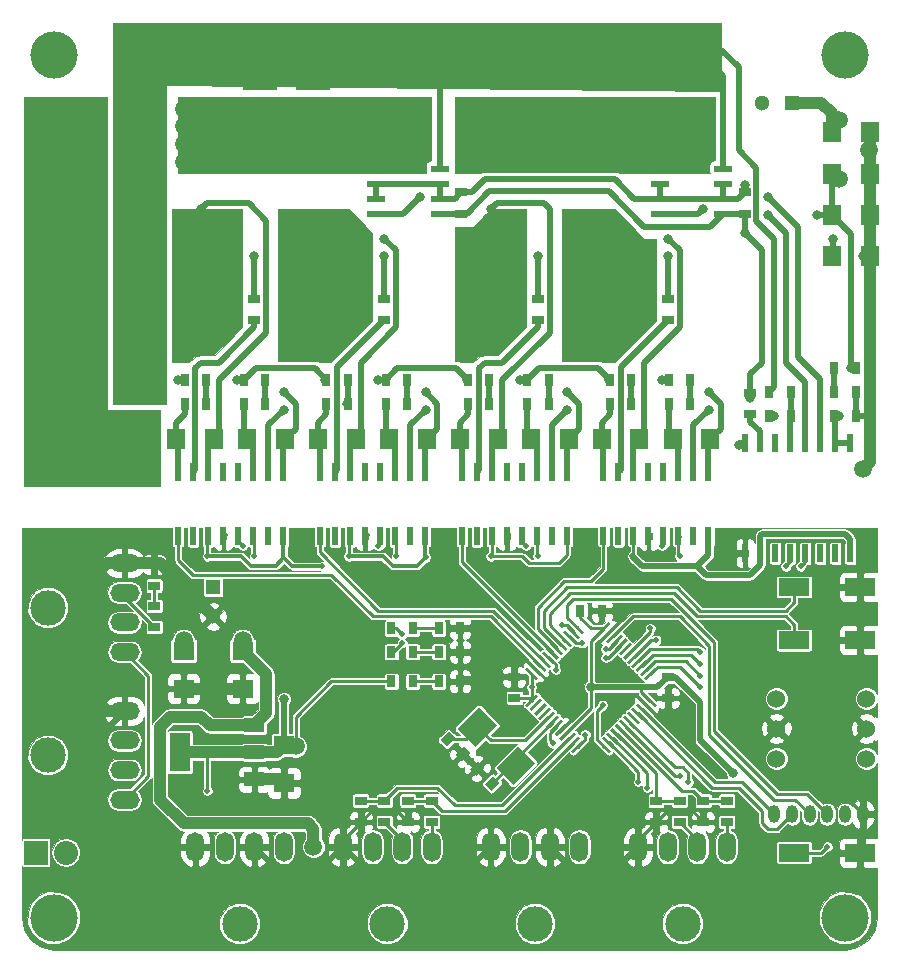
<source format=gbr>
G04 #@! TF.FileFunction,Copper,L1,Top,Signal*
%FSLAX46Y46*%
G04 Gerber Fmt 4.6, Leading zero omitted, Abs format (unit mm)*
G04 Created by KiCad (PCBNEW 4.0.6) date 04/15/17 20:28:12*
%MOMM*%
%LPD*%
G01*
G04 APERTURE LIST*
%ADD10C,0.100000*%
%ADD11O,1.500000X2.500000*%
%ADD12C,3.000000*%
%ADD13O,2.500000X1.500000*%
%ADD14C,1.700000*%
%ADD15R,1.700000X1.700000*%
%ADD16R,0.600000X1.500000*%
%ADD17C,1.300000*%
%ADD18R,1.300000X1.300000*%
%ADD19R,1.600000X1.800000*%
%ADD20R,2.032000X2.032000*%
%ADD21O,2.032000X2.032000*%
%ADD22R,0.800000X1.000000*%
%ADD23R,1.000000X0.800000*%
%ADD24R,1.800000X1.600000*%
%ADD25R,2.600000X1.500000*%
%ADD26O,1.000000X1.524000*%
%ADD27C,1.524000*%
%ADD28R,3.000000X6.500000*%
%ADD29R,6.451600X3.000000*%
%ADD30R,1.700000X1.200000*%
%ADD31R,1.700000X3.300000*%
%ADD32R,1.550000X0.600000*%
%ADD33R,3.000000X2.000000*%
%ADD34R,3.000000X5.000000*%
%ADD35R,2.500000X6.500000*%
%ADD36R,2.000000X5.500000*%
%ADD37R,5.500000X2.000000*%
%ADD38C,4.000000*%
%ADD39C,0.500000*%
%ADD40C,0.800000*%
%ADD41C,1.500000*%
%ADD42C,0.250000*%
%ADD43C,0.500000*%
%ADD44C,1.000000*%
%ADD45C,0.300000*%
%ADD46C,0.026000*%
G04 APERTURE END LIST*
D10*
D11*
X52500000Y-70000000D03*
X55000000Y-70000000D03*
X57500000Y-70000000D03*
X60000000Y-70000000D03*
D12*
X56250000Y-76500000D03*
D11*
X15000000Y-70000000D03*
X17500000Y-70000000D03*
X20000000Y-70000000D03*
X22500000Y-70000000D03*
D12*
X18750000Y-76500000D03*
D13*
X9000000Y-58500000D03*
X9000000Y-61000000D03*
X9000000Y-63500000D03*
X9000000Y-66000000D03*
D12*
X2500000Y-62250000D03*
D14*
X4000000Y-31500000D03*
D15*
X9000000Y-31500000D03*
D16*
X25555000Y-43700000D03*
X26825000Y-43700000D03*
X28095000Y-43700000D03*
X29365000Y-43700000D03*
X30635000Y-43700000D03*
X31905000Y-43700000D03*
X33175000Y-43700000D03*
X34445000Y-43700000D03*
X34445000Y-38300000D03*
X33175000Y-38300000D03*
X31905000Y-38300000D03*
X30635000Y-38300000D03*
X29365000Y-38300000D03*
X28095000Y-38300000D03*
X26825000Y-38300000D03*
X25555000Y-38300000D03*
D10*
G36*
X43108311Y-58179379D02*
X42931534Y-58002602D01*
X43850773Y-57083363D01*
X44027550Y-57260140D01*
X43108311Y-58179379D01*
X43108311Y-58179379D01*
G37*
G36*
X43461864Y-58532932D02*
X43285087Y-58356155D01*
X44204326Y-57436916D01*
X44381103Y-57613693D01*
X43461864Y-58532932D01*
X43461864Y-58532932D01*
G37*
G36*
X43815418Y-58886486D02*
X43638641Y-58709709D01*
X44557880Y-57790470D01*
X44734657Y-57967247D01*
X43815418Y-58886486D01*
X43815418Y-58886486D01*
G37*
G36*
X44168971Y-59240039D02*
X43992194Y-59063262D01*
X44911433Y-58144023D01*
X45088210Y-58320800D01*
X44168971Y-59240039D01*
X44168971Y-59240039D01*
G37*
G36*
X44522524Y-59593592D02*
X44345747Y-59416815D01*
X45264986Y-58497576D01*
X45441763Y-58674353D01*
X44522524Y-59593592D01*
X44522524Y-59593592D01*
G37*
G36*
X44876078Y-59947146D02*
X44699301Y-59770369D01*
X45618540Y-58851130D01*
X45795317Y-59027907D01*
X44876078Y-59947146D01*
X44876078Y-59947146D01*
G37*
G36*
X45229631Y-60300699D02*
X45052854Y-60123922D01*
X45972093Y-59204683D01*
X46148870Y-59381460D01*
X45229631Y-60300699D01*
X45229631Y-60300699D01*
G37*
G36*
X45583185Y-60654253D02*
X45406408Y-60477476D01*
X46325647Y-59558237D01*
X46502424Y-59735014D01*
X45583185Y-60654253D01*
X45583185Y-60654253D01*
G37*
G36*
X45936738Y-61007806D02*
X45759961Y-60831029D01*
X46679200Y-59911790D01*
X46855977Y-60088567D01*
X45936738Y-61007806D01*
X45936738Y-61007806D01*
G37*
G36*
X46290291Y-61361359D02*
X46113514Y-61184582D01*
X47032753Y-60265343D01*
X47209530Y-60442120D01*
X46290291Y-61361359D01*
X46290291Y-61361359D01*
G37*
G36*
X46643845Y-61714913D02*
X46467068Y-61538136D01*
X47386307Y-60618897D01*
X47563084Y-60795674D01*
X46643845Y-61714913D01*
X46643845Y-61714913D01*
G37*
G36*
X46997398Y-62068466D02*
X46820621Y-61891689D01*
X47739860Y-60972450D01*
X47916637Y-61149227D01*
X46997398Y-62068466D01*
X46997398Y-62068466D01*
G37*
G36*
X50179379Y-61891689D02*
X50002602Y-62068466D01*
X49083363Y-61149227D01*
X49260140Y-60972450D01*
X50179379Y-61891689D01*
X50179379Y-61891689D01*
G37*
G36*
X50532932Y-61538136D02*
X50356155Y-61714913D01*
X49436916Y-60795674D01*
X49613693Y-60618897D01*
X50532932Y-61538136D01*
X50532932Y-61538136D01*
G37*
G36*
X50886486Y-61184582D02*
X50709709Y-61361359D01*
X49790470Y-60442120D01*
X49967247Y-60265343D01*
X50886486Y-61184582D01*
X50886486Y-61184582D01*
G37*
G36*
X51240039Y-60831029D02*
X51063262Y-61007806D01*
X50144023Y-60088567D01*
X50320800Y-59911790D01*
X51240039Y-60831029D01*
X51240039Y-60831029D01*
G37*
G36*
X51593592Y-60477476D02*
X51416815Y-60654253D01*
X50497576Y-59735014D01*
X50674353Y-59558237D01*
X51593592Y-60477476D01*
X51593592Y-60477476D01*
G37*
G36*
X51947146Y-60123922D02*
X51770369Y-60300699D01*
X50851130Y-59381460D01*
X51027907Y-59204683D01*
X51947146Y-60123922D01*
X51947146Y-60123922D01*
G37*
G36*
X52300699Y-59770369D02*
X52123922Y-59947146D01*
X51204683Y-59027907D01*
X51381460Y-58851130D01*
X52300699Y-59770369D01*
X52300699Y-59770369D01*
G37*
G36*
X52654253Y-59416815D02*
X52477476Y-59593592D01*
X51558237Y-58674353D01*
X51735014Y-58497576D01*
X52654253Y-59416815D01*
X52654253Y-59416815D01*
G37*
G36*
X53007806Y-59063262D02*
X52831029Y-59240039D01*
X51911790Y-58320800D01*
X52088567Y-58144023D01*
X53007806Y-59063262D01*
X53007806Y-59063262D01*
G37*
G36*
X53361359Y-58709709D02*
X53184582Y-58886486D01*
X52265343Y-57967247D01*
X52442120Y-57790470D01*
X53361359Y-58709709D01*
X53361359Y-58709709D01*
G37*
G36*
X53714913Y-58356155D02*
X53538136Y-58532932D01*
X52618897Y-57613693D01*
X52795674Y-57436916D01*
X53714913Y-58356155D01*
X53714913Y-58356155D01*
G37*
G36*
X54068466Y-58002602D02*
X53891689Y-58179379D01*
X52972450Y-57260140D01*
X53149227Y-57083363D01*
X54068466Y-58002602D01*
X54068466Y-58002602D01*
G37*
G36*
X53149227Y-55916637D02*
X52972450Y-55739860D01*
X53891689Y-54820621D01*
X54068466Y-54997398D01*
X53149227Y-55916637D01*
X53149227Y-55916637D01*
G37*
G36*
X52795674Y-55563084D02*
X52618897Y-55386307D01*
X53538136Y-54467068D01*
X53714913Y-54643845D01*
X52795674Y-55563084D01*
X52795674Y-55563084D01*
G37*
G36*
X52442120Y-55209530D02*
X52265343Y-55032753D01*
X53184582Y-54113514D01*
X53361359Y-54290291D01*
X52442120Y-55209530D01*
X52442120Y-55209530D01*
G37*
G36*
X52088567Y-54855977D02*
X51911790Y-54679200D01*
X52831029Y-53759961D01*
X53007806Y-53936738D01*
X52088567Y-54855977D01*
X52088567Y-54855977D01*
G37*
G36*
X51735014Y-54502424D02*
X51558237Y-54325647D01*
X52477476Y-53406408D01*
X52654253Y-53583185D01*
X51735014Y-54502424D01*
X51735014Y-54502424D01*
G37*
G36*
X51381460Y-54148870D02*
X51204683Y-53972093D01*
X52123922Y-53052854D01*
X52300699Y-53229631D01*
X51381460Y-54148870D01*
X51381460Y-54148870D01*
G37*
G36*
X51027907Y-53795317D02*
X50851130Y-53618540D01*
X51770369Y-52699301D01*
X51947146Y-52876078D01*
X51027907Y-53795317D01*
X51027907Y-53795317D01*
G37*
G36*
X50674353Y-53441763D02*
X50497576Y-53264986D01*
X51416815Y-52345747D01*
X51593592Y-52522524D01*
X50674353Y-53441763D01*
X50674353Y-53441763D01*
G37*
G36*
X50320800Y-53088210D02*
X50144023Y-52911433D01*
X51063262Y-51992194D01*
X51240039Y-52168971D01*
X50320800Y-53088210D01*
X50320800Y-53088210D01*
G37*
G36*
X49967247Y-52734657D02*
X49790470Y-52557880D01*
X50709709Y-51638641D01*
X50886486Y-51815418D01*
X49967247Y-52734657D01*
X49967247Y-52734657D01*
G37*
G36*
X49613693Y-52381103D02*
X49436916Y-52204326D01*
X50356155Y-51285087D01*
X50532932Y-51461864D01*
X49613693Y-52381103D01*
X49613693Y-52381103D01*
G37*
G36*
X49260140Y-52027550D02*
X49083363Y-51850773D01*
X50002602Y-50931534D01*
X50179379Y-51108311D01*
X49260140Y-52027550D01*
X49260140Y-52027550D01*
G37*
G36*
X47916637Y-51850773D02*
X47739860Y-52027550D01*
X46820621Y-51108311D01*
X46997398Y-50931534D01*
X47916637Y-51850773D01*
X47916637Y-51850773D01*
G37*
G36*
X47563084Y-52204326D02*
X47386307Y-52381103D01*
X46467068Y-51461864D01*
X46643845Y-51285087D01*
X47563084Y-52204326D01*
X47563084Y-52204326D01*
G37*
G36*
X47209530Y-52557880D02*
X47032753Y-52734657D01*
X46113514Y-51815418D01*
X46290291Y-51638641D01*
X47209530Y-52557880D01*
X47209530Y-52557880D01*
G37*
G36*
X46855977Y-52911433D02*
X46679200Y-53088210D01*
X45759961Y-52168971D01*
X45936738Y-51992194D01*
X46855977Y-52911433D01*
X46855977Y-52911433D01*
G37*
G36*
X46502424Y-53264986D02*
X46325647Y-53441763D01*
X45406408Y-52522524D01*
X45583185Y-52345747D01*
X46502424Y-53264986D01*
X46502424Y-53264986D01*
G37*
G36*
X46148870Y-53618540D02*
X45972093Y-53795317D01*
X45052854Y-52876078D01*
X45229631Y-52699301D01*
X46148870Y-53618540D01*
X46148870Y-53618540D01*
G37*
G36*
X45795317Y-53972093D02*
X45618540Y-54148870D01*
X44699301Y-53229631D01*
X44876078Y-53052854D01*
X45795317Y-53972093D01*
X45795317Y-53972093D01*
G37*
G36*
X45441763Y-54325647D02*
X45264986Y-54502424D01*
X44345747Y-53583185D01*
X44522524Y-53406408D01*
X45441763Y-54325647D01*
X45441763Y-54325647D01*
G37*
G36*
X45088210Y-54679200D02*
X44911433Y-54855977D01*
X43992194Y-53936738D01*
X44168971Y-53759961D01*
X45088210Y-54679200D01*
X45088210Y-54679200D01*
G37*
G36*
X44734657Y-55032753D02*
X44557880Y-55209530D01*
X43638641Y-54290291D01*
X43815418Y-54113514D01*
X44734657Y-55032753D01*
X44734657Y-55032753D01*
G37*
G36*
X44381103Y-55386307D02*
X44204326Y-55563084D01*
X43285087Y-54643845D01*
X43461864Y-54467068D01*
X44381103Y-55386307D01*
X44381103Y-55386307D01*
G37*
G36*
X44027550Y-55739860D02*
X43850773Y-55916637D01*
X42931534Y-54997398D01*
X43108311Y-54820621D01*
X44027550Y-55739860D01*
X44027550Y-55739860D01*
G37*
D17*
X16500000Y-50500000D03*
D18*
X16500000Y-48000000D03*
D19*
X25400000Y-35500000D03*
X28600000Y-35500000D03*
X31400000Y-35500000D03*
X34600000Y-35500000D03*
X13400000Y-35500000D03*
X16600000Y-35500000D03*
X19400000Y-35500000D03*
X22600000Y-35500000D03*
X49400000Y-35500000D03*
X52600000Y-35500000D03*
X55400000Y-35500000D03*
X58600000Y-35500000D03*
X37400000Y-35500000D03*
X40600000Y-35500000D03*
X43400000Y-35500000D03*
X46600000Y-35500000D03*
D20*
X1500000Y-70500000D03*
D21*
X4040000Y-70500000D03*
D16*
X13555000Y-43700000D03*
X14825000Y-43700000D03*
X16095000Y-43700000D03*
X17365000Y-43700000D03*
X18635000Y-43700000D03*
X19905000Y-43700000D03*
X21175000Y-43700000D03*
X22445000Y-43700000D03*
X22445000Y-38300000D03*
X21175000Y-38300000D03*
X19905000Y-38300000D03*
X18635000Y-38300000D03*
X17365000Y-38300000D03*
X16095000Y-38300000D03*
X14825000Y-38300000D03*
X13555000Y-38300000D03*
X49555000Y-43700000D03*
X50825000Y-43700000D03*
X52095000Y-43700000D03*
X53365000Y-43700000D03*
X54635000Y-43700000D03*
X55905000Y-43700000D03*
X57175000Y-43700000D03*
X58445000Y-43700000D03*
X58445000Y-38300000D03*
X57175000Y-38300000D03*
X55905000Y-38300000D03*
X54635000Y-38300000D03*
X53365000Y-38300000D03*
X52095000Y-38300000D03*
X50825000Y-38300000D03*
X49555000Y-38300000D03*
X37555000Y-43700000D03*
X38825000Y-43700000D03*
X40095000Y-43700000D03*
X41365000Y-43700000D03*
X42635000Y-43700000D03*
X43905000Y-43700000D03*
X45175000Y-43700000D03*
X46445000Y-43700000D03*
X46445000Y-38300000D03*
X45175000Y-38300000D03*
X43905000Y-38300000D03*
X42635000Y-38300000D03*
X41365000Y-38300000D03*
X40095000Y-38300000D03*
X38825000Y-38300000D03*
X37555000Y-38300000D03*
D19*
X68900000Y-9500000D03*
X72100000Y-9500000D03*
X68900000Y-13000000D03*
X72100000Y-13000000D03*
D10*
G36*
X35727208Y-60934315D02*
X36434315Y-60227208D01*
X37000000Y-60792893D01*
X36292893Y-61500000D01*
X35727208Y-60934315D01*
X35727208Y-60934315D01*
G37*
G36*
X37000000Y-62207107D02*
X37707107Y-61500000D01*
X38272792Y-62065685D01*
X37565685Y-62772792D01*
X37000000Y-62207107D01*
X37000000Y-62207107D01*
G37*
G36*
X40772792Y-64565685D02*
X40065685Y-65272792D01*
X39500000Y-64707107D01*
X40207107Y-64000000D01*
X40772792Y-64565685D01*
X40772792Y-64565685D01*
G37*
G36*
X39500000Y-63292893D02*
X38792893Y-64000000D01*
X38227208Y-63434315D01*
X38934315Y-62727208D01*
X39500000Y-63292893D01*
X39500000Y-63292893D01*
G37*
D22*
X49400000Y-50000000D03*
X47600000Y-50000000D03*
D23*
X42000000Y-55600000D03*
X42000000Y-57400000D03*
D22*
X35600000Y-53500000D03*
X37400000Y-53500000D03*
D23*
X55000000Y-57400000D03*
X55000000Y-55600000D03*
X31000000Y-25400000D03*
X31000000Y-23600000D03*
X20000000Y-25400000D03*
X20000000Y-23600000D03*
X55000000Y-25400000D03*
X55000000Y-23600000D03*
X44000000Y-25400000D03*
X44000000Y-23600000D03*
D22*
X35600000Y-56000000D03*
X37400000Y-56000000D03*
D23*
X11500000Y-47900000D03*
X11500000Y-46100000D03*
D22*
X69100000Y-31500000D03*
X70900000Y-31500000D03*
X26100000Y-30500000D03*
X27900000Y-30500000D03*
X14100000Y-30500000D03*
X15900000Y-30500000D03*
X31100000Y-30500000D03*
X32900000Y-30500000D03*
X50100000Y-30500000D03*
X51900000Y-30500000D03*
X38100000Y-30500000D03*
X39900000Y-30500000D03*
X43100000Y-30500000D03*
X44900000Y-30500000D03*
X19100000Y-30500000D03*
X20900000Y-30500000D03*
X55100000Y-30500000D03*
X56900000Y-30500000D03*
D24*
X22500000Y-61400000D03*
X22500000Y-64600000D03*
D22*
X35600000Y-51500000D03*
X37400000Y-51500000D03*
X31600000Y-53500000D03*
X33400000Y-53500000D03*
X31600000Y-56000000D03*
X33400000Y-56000000D03*
D23*
X11500000Y-51400000D03*
X11500000Y-49600000D03*
D22*
X70900000Y-29500000D03*
X69100000Y-29500000D03*
X31600000Y-51500000D03*
X33400000Y-51500000D03*
D24*
X14000000Y-53400000D03*
X14000000Y-56600000D03*
X19000000Y-53400000D03*
X19000000Y-56600000D03*
D25*
X71300000Y-70500000D03*
X65700000Y-70500000D03*
X71300000Y-52500000D03*
X65700000Y-52500000D03*
X71300000Y-48000000D03*
X65700000Y-48000000D03*
D26*
X71500000Y-67250000D03*
X70000000Y-67250000D03*
X68500000Y-67250000D03*
X67000000Y-67250000D03*
X65500000Y-67250000D03*
X64000000Y-67250000D03*
D27*
X71810000Y-62540000D03*
X71810000Y-60000000D03*
X71810000Y-57460000D03*
X64190000Y-57460000D03*
X64190000Y-60000000D03*
X64190000Y-62540000D03*
D10*
G36*
X37176598Y-60015075D02*
X39015075Y-58176598D01*
X40570710Y-59732233D01*
X38732233Y-61570710D01*
X37176598Y-60015075D01*
X37176598Y-60015075D01*
G37*
G36*
X40500000Y-63338478D02*
X42338478Y-61500000D01*
X43752692Y-62914214D01*
X41914214Y-64752692D01*
X40500000Y-63338478D01*
X40500000Y-63338478D01*
G37*
D13*
X9000000Y-46000000D03*
X9000000Y-48500000D03*
X9000000Y-51000000D03*
X9000000Y-53500000D03*
D12*
X2500000Y-49750000D03*
D28*
X9800000Y-12000000D03*
D29*
X4100000Y-12400000D03*
D22*
X27900000Y-32500000D03*
X26100000Y-32500000D03*
X15900000Y-32500000D03*
X14100000Y-32500000D03*
X51900000Y-32500000D03*
X50100000Y-32500000D03*
X39900000Y-32500000D03*
X38100000Y-32500000D03*
X32900000Y-32500000D03*
X31100000Y-32500000D03*
X20900000Y-32500000D03*
X19100000Y-32500000D03*
X56900000Y-32500000D03*
X55100000Y-32500000D03*
X44900000Y-32500000D03*
X43100000Y-32500000D03*
D30*
X20000000Y-64300000D03*
X20000000Y-62000000D03*
X20000000Y-59700000D03*
D31*
X13700000Y-62000000D03*
D11*
X27500000Y-70000000D03*
X30000000Y-70000000D03*
X32500000Y-70000000D03*
X35000000Y-70000000D03*
D12*
X31250000Y-76500000D03*
D17*
X63000000Y-7000000D03*
D18*
X65500000Y-7000000D03*
D23*
X31000000Y-66100000D03*
X31000000Y-67900000D03*
X35000000Y-66100000D03*
X35000000Y-67900000D03*
X29000000Y-67900000D03*
X29000000Y-66100000D03*
X33000000Y-67900000D03*
X33000000Y-66100000D03*
X54000000Y-67900000D03*
X54000000Y-66100000D03*
X56000000Y-66100000D03*
X56000000Y-67900000D03*
X58000000Y-67900000D03*
X58000000Y-66100000D03*
X60000000Y-66100000D03*
X60000000Y-67900000D03*
D16*
X70445000Y-35850000D03*
X69175000Y-35850000D03*
X67905000Y-35850000D03*
X66635000Y-35850000D03*
X65365000Y-35850000D03*
X64095000Y-35850000D03*
X62825000Y-35850000D03*
X61555000Y-35850000D03*
X61555000Y-45150000D03*
X62825000Y-45150000D03*
X64095000Y-45150000D03*
X65365000Y-45150000D03*
X66635000Y-45150000D03*
X67905000Y-45150000D03*
X69175000Y-45150000D03*
X70445000Y-45150000D03*
D32*
X54300000Y-12595000D03*
X54300000Y-13865000D03*
X54300000Y-15135000D03*
X54300000Y-16405000D03*
X59700000Y-16405000D03*
X59700000Y-15135000D03*
X59700000Y-13865000D03*
X59700000Y-12595000D03*
X30300000Y-12595000D03*
X30300000Y-13865000D03*
X30300000Y-15135000D03*
X30300000Y-16405000D03*
X35700000Y-16405000D03*
X35700000Y-15135000D03*
X35700000Y-13865000D03*
X35700000Y-12595000D03*
D19*
X68900000Y-16500000D03*
X72100000Y-16500000D03*
X68900000Y-20000000D03*
X72100000Y-20000000D03*
D22*
X69100000Y-33500000D03*
X70900000Y-33500000D03*
D23*
X61500000Y-16400000D03*
X61500000Y-14600000D03*
X37500000Y-16400000D03*
X37500000Y-14600000D03*
D11*
X40000000Y-70000000D03*
X42500000Y-70000000D03*
X45000000Y-70000000D03*
X47500000Y-70000000D03*
D12*
X43750000Y-76500000D03*
D23*
X62000000Y-31600000D03*
X62000000Y-33400000D03*
D22*
X63600000Y-31500000D03*
X65400000Y-31500000D03*
X65400000Y-33500000D03*
X63600000Y-33500000D03*
D33*
X53500000Y-3000000D03*
X53500000Y-8000000D03*
X29500000Y-3000000D03*
X29500000Y-8000000D03*
X57500000Y-3000000D03*
X57500000Y-8000000D03*
X33500000Y-3000000D03*
X33500000Y-8000000D03*
X49000000Y-8100000D03*
D34*
X49000000Y-3500000D03*
D33*
X25000000Y-8100000D03*
D34*
X25000000Y-3500000D03*
D33*
X44500000Y-8100000D03*
D34*
X44500000Y-3500000D03*
D33*
X20500000Y-8100000D03*
D34*
X20500000Y-3500000D03*
D35*
X11300000Y-20500000D03*
D29*
X4100000Y-21400000D03*
D36*
X41700000Y-19000000D03*
D37*
X48900000Y-18100000D03*
D36*
X17700000Y-19000000D03*
D37*
X24900000Y-18100000D03*
D38*
X70000000Y-76000000D03*
X3000000Y-76000000D03*
X70000000Y-3000000D03*
X3000000Y-3000000D03*
D39*
X71500000Y-43500000D03*
X61500000Y-43500000D03*
X14750000Y-45000000D03*
X53750000Y-45250000D03*
X51750000Y-51750000D03*
X12500000Y-43500000D03*
X24000000Y-43600000D03*
X60000000Y-43500000D03*
X48000000Y-43600000D03*
X36000000Y-43600000D03*
X19500000Y-64000000D03*
X53500000Y-43600000D03*
X41500000Y-43600000D03*
X29500000Y-43600000D03*
X17500000Y-43600000D03*
X49250000Y-57250000D03*
X49250000Y-55750000D03*
X47750000Y-57250000D03*
X47750000Y-55750000D03*
X45250000Y-61250000D03*
X68500000Y-70000000D03*
D40*
X60500000Y-63750000D03*
X22500000Y-57500000D03*
D39*
X62825000Y-45150000D03*
X52000000Y-45400000D03*
X34500000Y-45500000D03*
X25750000Y-46250000D03*
X40000000Y-45400000D03*
D41*
X23500000Y-61500000D03*
D39*
X16000000Y-65250000D03*
X43479542Y-56500000D03*
D40*
X48500000Y-56500000D03*
D39*
X16000000Y-45400000D03*
X28000000Y-45400000D03*
D41*
X72000000Y-11000000D03*
D40*
X71500000Y-20000000D03*
D41*
X71500000Y-38000000D03*
D40*
X61500000Y-14000000D03*
X58500000Y-31500000D03*
X46500000Y-31500000D03*
X34500000Y-31500000D03*
X22500000Y-31500000D03*
X61000000Y-36000000D03*
X64000000Y-33500000D03*
D41*
X16000000Y-27500000D03*
X17500000Y-26000000D03*
X17500000Y-24500000D03*
X17500000Y-23000000D03*
X14500000Y-18500000D03*
X14500000Y-17000000D03*
X16000000Y-17000000D03*
X16000000Y-18500000D03*
X16000000Y-20000000D03*
X14500000Y-20000000D03*
X14500000Y-21500000D03*
X16000000Y-21500000D03*
X16000000Y-23000000D03*
X14500000Y-23000000D03*
X14500000Y-24500000D03*
X16000000Y-24500000D03*
X16000000Y-26000000D03*
X14500000Y-26000000D03*
X14500000Y-27500000D03*
D40*
X15500000Y-16000000D03*
D41*
X41500000Y-23000000D03*
X41500000Y-24500000D03*
X41500000Y-26000000D03*
X40000000Y-17000000D03*
X40000000Y-18500000D03*
X38500000Y-18500000D03*
X38500000Y-20000000D03*
X40000000Y-20000000D03*
X40000000Y-21500000D03*
X38500000Y-21500000D03*
X38500000Y-23000000D03*
X40000000Y-23000000D03*
X40000000Y-24500000D03*
X38500000Y-24500000D03*
X38500000Y-26000000D03*
X40000000Y-26000000D03*
X40000000Y-27500000D03*
X38500000Y-27500000D03*
D40*
X40000000Y-16000000D03*
D41*
X9000000Y-17500000D03*
X9000000Y-19000000D03*
X9000000Y-20500000D03*
X9000000Y-22000000D03*
X9000000Y-23500000D03*
X10500000Y-25000000D03*
X9000000Y-25000000D03*
X9000000Y-16000000D03*
X10500000Y-16000000D03*
X9000000Y-7000000D03*
X10500000Y-7000000D03*
X10500000Y-8500000D03*
X9000000Y-8500000D03*
X33000000Y-2500000D03*
X31500000Y-2500000D03*
X9000000Y-5500000D03*
X10500000Y-5500000D03*
X10500000Y-4000000D03*
X9000000Y-4000000D03*
X9000000Y-2500000D03*
X10500000Y-2500000D03*
X12000000Y-2500000D03*
X13500000Y-2500000D03*
X15000000Y-2500000D03*
X16500000Y-2500000D03*
X18000000Y-2500000D03*
X19500000Y-2500000D03*
X21000000Y-2500000D03*
X22500000Y-2500000D03*
X24000000Y-2500000D03*
X25500000Y-2500000D03*
X27000000Y-2500000D03*
X30000000Y-2500000D03*
X28500000Y-2500000D03*
X46500000Y-2500000D03*
X48000000Y-2500000D03*
X49500000Y-2500000D03*
X51000000Y-2500000D03*
X34500000Y-2500000D03*
X36000000Y-2500000D03*
X37500000Y-2500000D03*
X39000000Y-2500000D03*
X40500000Y-2500000D03*
X42000000Y-2500000D03*
X43500000Y-2500000D03*
X45000000Y-2500000D03*
X40500000Y-1000000D03*
X42000000Y-1000000D03*
X43500000Y-1000000D03*
X45000000Y-1000000D03*
X46500000Y-1000000D03*
X48000000Y-1000000D03*
X49500000Y-1000000D03*
X51000000Y-1000000D03*
X52500000Y-1000000D03*
X54000000Y-1000000D03*
X55500000Y-1000000D03*
X57000000Y-1000000D03*
X10500000Y-1000000D03*
X12000000Y-1000000D03*
X13500000Y-1000000D03*
X15000000Y-1000000D03*
X16500000Y-1000000D03*
X18000000Y-1000000D03*
X9000000Y-1000000D03*
X39000000Y-1000000D03*
X37500000Y-1000000D03*
X36000000Y-1000000D03*
X34500000Y-1000000D03*
X33000000Y-1000000D03*
X31500000Y-1000000D03*
X30000000Y-1000000D03*
X28500000Y-1000000D03*
X27000000Y-1000000D03*
X25500000Y-1000000D03*
X24000000Y-1000000D03*
X22500000Y-1000000D03*
X21000000Y-1000000D03*
X19500000Y-1000000D03*
X58500000Y-2500000D03*
X58500000Y-1000000D03*
X57000000Y-2500000D03*
X55500000Y-2500000D03*
X54000000Y-2500000D03*
X52500000Y-2500000D03*
X28000000Y-20000000D03*
X26500000Y-20000000D03*
X25000000Y-20000000D03*
X28000000Y-18500000D03*
X28000000Y-17000000D03*
X26500000Y-27500000D03*
X25000000Y-27500000D03*
X25000000Y-26000000D03*
X26500000Y-26000000D03*
X28000000Y-26000000D03*
X28000000Y-24500000D03*
X26500000Y-24500000D03*
X25000000Y-24500000D03*
X25000000Y-23000000D03*
X26500000Y-23000000D03*
X28000000Y-23000000D03*
X28000000Y-21500000D03*
X26500000Y-21500000D03*
X25000000Y-21500000D03*
D40*
X31000000Y-18500000D03*
D41*
X52000000Y-18500000D03*
X49000000Y-20000000D03*
X52000000Y-21500000D03*
X52000000Y-20000000D03*
X50500000Y-20000000D03*
X52000000Y-23000000D03*
X52000000Y-24500000D03*
X52000000Y-26000000D03*
X50500000Y-26000000D03*
X50500000Y-24500000D03*
X50500000Y-23000000D03*
X50500000Y-21500000D03*
X49000000Y-21500000D03*
X49000000Y-23000000D03*
X49000000Y-24500000D03*
X49000000Y-26000000D03*
X49000000Y-27500000D03*
X50500000Y-27500000D03*
D40*
X55000000Y-18500000D03*
D39*
X45500000Y-55000000D03*
X32000000Y-45400000D03*
X20000000Y-45400000D03*
X56000000Y-45400000D03*
X44000000Y-45400000D03*
X49750000Y-54000000D03*
X49750000Y-53250000D03*
D40*
X50000000Y-30500000D03*
X38000000Y-30500000D03*
X26000000Y-30500000D03*
D41*
X69500000Y-13500000D03*
D40*
X67648340Y-16498860D03*
X70500000Y-29500000D03*
X54500000Y-30500000D03*
X42500000Y-30500000D03*
X30500000Y-30500000D03*
X18500000Y-30500000D03*
X13500000Y-30500000D03*
X31000000Y-20000000D03*
X20000000Y-20000000D03*
X55000000Y-20000000D03*
X44000000Y-20000000D03*
D39*
X57750000Y-53500000D03*
X57750000Y-55500000D03*
D41*
X14000000Y-52500000D03*
X69500000Y-8500000D03*
X25000000Y-70000000D03*
X19000000Y-52500000D03*
D39*
X32500000Y-52750000D03*
X47750000Y-52750000D03*
X32500000Y-52000000D03*
X46000000Y-51250000D03*
X57750000Y-56500000D03*
X53500000Y-51500000D03*
X30500000Y-44500000D03*
X19000000Y-44500000D03*
X54000000Y-52500000D03*
X43000000Y-44500000D03*
X54500000Y-44500000D03*
D40*
X34500000Y-33000000D03*
X22500000Y-33000000D03*
X58500000Y-33000000D03*
X46500000Y-33000000D03*
X69000000Y-18500000D03*
X61500000Y-18000000D03*
X62000000Y-32000000D03*
X69500000Y-33500000D03*
X34000000Y-15000000D03*
X63500000Y-15000000D03*
D39*
X49500000Y-58000000D03*
X65000000Y-46250000D03*
X48000000Y-60500000D03*
X66250000Y-46250000D03*
D41*
X38000000Y-12000000D03*
X39500000Y-12000000D03*
X41000000Y-12000000D03*
X42500000Y-12000000D03*
X44000000Y-12000000D03*
X45500000Y-12000000D03*
X47000000Y-12000000D03*
X44000000Y-9000000D03*
X42500000Y-9000000D03*
X41000000Y-9000000D03*
X39500000Y-9000000D03*
X38000000Y-9000000D03*
X38000000Y-10500000D03*
X39500000Y-10500000D03*
X41000000Y-10500000D03*
X42500000Y-10500000D03*
X44000000Y-10500000D03*
X45500000Y-10500000D03*
X48500000Y-12000000D03*
X48500000Y-9000000D03*
X48500000Y-10500000D03*
X47000000Y-10500000D03*
X47000000Y-9000000D03*
X45500000Y-9000000D03*
X54500000Y-9000000D03*
X54500000Y-10500000D03*
X54500000Y-12000000D03*
X53000000Y-12000000D03*
X53000000Y-10500000D03*
X53000000Y-9000000D03*
X51500000Y-9000000D03*
X51500000Y-10500000D03*
X51500000Y-12000000D03*
X50000000Y-12000000D03*
X50000000Y-10500000D03*
X50000000Y-9000000D03*
X51500000Y-7500000D03*
X53000000Y-7500000D03*
X54500000Y-7500000D03*
X56000000Y-7500000D03*
X57500000Y-7500000D03*
X57500000Y-9000000D03*
X57500000Y-10500000D03*
X57500000Y-12000000D03*
X56000000Y-12000000D03*
X56000000Y-10500000D03*
X56000000Y-9000000D03*
X38000000Y-7500000D03*
X39500000Y-7500000D03*
X41000000Y-7500000D03*
X42500000Y-7500000D03*
X44000000Y-7500000D03*
X45500000Y-7500000D03*
X47000000Y-7500000D03*
X48500000Y-7500000D03*
X50000000Y-7500000D03*
D40*
X63500000Y-16500000D03*
X58000000Y-16000000D03*
D41*
X14000000Y-7500000D03*
X14000000Y-9000000D03*
X14000000Y-10500000D03*
X14000000Y-12000000D03*
X18500000Y-7500000D03*
X20000000Y-7500000D03*
X21500000Y-7500000D03*
X23000000Y-7500000D03*
X24500000Y-7500000D03*
X26000000Y-7500000D03*
X27500000Y-7500000D03*
X29000000Y-7500000D03*
X30500000Y-7500000D03*
X32000000Y-7500000D03*
X33500000Y-7500000D03*
X29000000Y-9000000D03*
X27500000Y-9000000D03*
X26000000Y-9000000D03*
X24500000Y-9000000D03*
X23000000Y-9000000D03*
X21500000Y-9000000D03*
X20000000Y-9000000D03*
X18500000Y-9000000D03*
X17000000Y-9000000D03*
X15500000Y-9000000D03*
X15500000Y-7500000D03*
X17000000Y-7500000D03*
X21500000Y-10500000D03*
X23000000Y-10500000D03*
X24500000Y-10500000D03*
X26000000Y-10500000D03*
X27500000Y-10500000D03*
X29000000Y-10500000D03*
X30500000Y-10500000D03*
X32000000Y-10500000D03*
X33500000Y-10500000D03*
X33500000Y-9000000D03*
X32000000Y-9000000D03*
X30500000Y-9000000D03*
X17000000Y-12000000D03*
X15500000Y-12000000D03*
X15500000Y-10500000D03*
X17000000Y-10500000D03*
X18500000Y-10500000D03*
X20000000Y-10500000D03*
X33500000Y-12000000D03*
X32000000Y-12000000D03*
X30500000Y-12000000D03*
X29000000Y-12000000D03*
X27500000Y-12000000D03*
X26000000Y-12000000D03*
X24500000Y-12000000D03*
X23000000Y-12000000D03*
X21500000Y-12000000D03*
X20000000Y-12000000D03*
X18500000Y-12000000D03*
D39*
X52500000Y-64500000D03*
X53250000Y-65000000D03*
X56000000Y-64000000D03*
X56750000Y-64500000D03*
X57750000Y-54500000D03*
D42*
X53365000Y-43700000D02*
X53365000Y-44865000D01*
X53365000Y-44865000D02*
X53750000Y-45250000D01*
X64190000Y-60000000D02*
X64940000Y-60750000D01*
X71060000Y-60750000D02*
X71810000Y-60000000D01*
X64940000Y-60750000D02*
X71060000Y-60750000D01*
X24000000Y-43600000D02*
X24000000Y-43500000D01*
X48000000Y-43600000D02*
X48000000Y-43500000D01*
X36000000Y-43600000D02*
X36000000Y-43500000D01*
D43*
X71500000Y-67250000D02*
X71500000Y-70300000D01*
X71500000Y-70300000D02*
X71300000Y-70500000D01*
D42*
X71810000Y-60000000D02*
X70500000Y-61310000D01*
X70500000Y-61310000D02*
X70500000Y-66250000D01*
X70500000Y-66250000D02*
X71500000Y-67250000D01*
X71300000Y-52500000D02*
X71300000Y-54700000D01*
X70500000Y-58690000D02*
X71810000Y-60000000D01*
X70500000Y-55500000D02*
X70500000Y-58690000D01*
X71300000Y-54700000D02*
X70500000Y-55500000D01*
X37400000Y-56000000D02*
X37800000Y-55600000D01*
X37800000Y-55600000D02*
X42000000Y-55600000D01*
X37400000Y-53500000D02*
X37400000Y-56000000D01*
X37400000Y-51500000D02*
X37400000Y-53500000D01*
X19500000Y-64000000D02*
X19700000Y-64000000D01*
X19700000Y-64000000D02*
X20000000Y-64300000D01*
X49984924Y-51833095D02*
X49000000Y-52818019D01*
X49000000Y-55500000D02*
X49250000Y-55750000D01*
X49000000Y-52818019D02*
X49000000Y-55500000D01*
X47750000Y-55750000D02*
X47500000Y-56000000D01*
X47500000Y-57000000D02*
X47750000Y-57250000D01*
X47500000Y-56000000D02*
X47500000Y-57000000D01*
D44*
X20000000Y-64300000D02*
X22200000Y-64300000D01*
X22200000Y-64300000D02*
X22500000Y-64600000D01*
X16500000Y-50500000D02*
X12000000Y-46000000D01*
X12000000Y-46000000D02*
X9000000Y-46000000D01*
D42*
X71300000Y-48000000D02*
X71300000Y-52500000D01*
X55000000Y-57400000D02*
X55000000Y-58500000D01*
X54181981Y-59000000D02*
X53166905Y-57984924D01*
X54500000Y-59000000D02*
X54181981Y-59000000D01*
X55000000Y-58500000D02*
X54500000Y-59000000D01*
X42000000Y-55600000D02*
X42000000Y-54500000D01*
X42818019Y-54000000D02*
X43833095Y-55015076D01*
X42500000Y-54000000D02*
X42818019Y-54000000D01*
X42000000Y-54500000D02*
X42500000Y-54000000D01*
X49400000Y-50000000D02*
X50500000Y-50000000D01*
X51000000Y-50818019D02*
X49984924Y-51833095D01*
X51000000Y-50500000D02*
X51000000Y-50818019D01*
X50500000Y-50000000D02*
X51000000Y-50500000D01*
D44*
X19000000Y-56600000D02*
X14000000Y-56600000D01*
D43*
X15000000Y-70000000D02*
X9500000Y-70000000D01*
X7000000Y-60500000D02*
X9000000Y-58500000D01*
X7000000Y-67500000D02*
X7000000Y-60500000D01*
X9500000Y-70000000D02*
X7000000Y-67500000D01*
X45000000Y-70000000D02*
X47000000Y-72000000D01*
X50500000Y-72000000D02*
X52500000Y-70000000D01*
X47000000Y-72000000D02*
X50500000Y-72000000D01*
X27500000Y-70000000D02*
X29500000Y-72000000D01*
X38000000Y-72000000D02*
X40000000Y-70000000D01*
X29500000Y-72000000D02*
X38000000Y-72000000D01*
X20000000Y-70000000D02*
X22000000Y-72000000D01*
X25500000Y-72000000D02*
X27500000Y-70000000D01*
X22000000Y-72000000D02*
X25500000Y-72000000D01*
X53500000Y-43600000D02*
X53400000Y-43700000D01*
X53400000Y-43700000D02*
X53365000Y-43700000D01*
X41500000Y-43600000D02*
X41400000Y-43700000D01*
X41400000Y-43700000D02*
X41365000Y-43700000D01*
X29500000Y-43600000D02*
X29400000Y-43700000D01*
X29400000Y-43700000D02*
X29365000Y-43700000D01*
X17500000Y-43600000D02*
X17400000Y-43700000D01*
X17400000Y-43700000D02*
X17365000Y-43700000D01*
D44*
X9000000Y-46000000D02*
X7500000Y-46000000D01*
X7500000Y-46000000D02*
X6500000Y-47000000D01*
X6500000Y-47000000D02*
X6500000Y-57500000D01*
X6500000Y-57500000D02*
X7500000Y-58500000D01*
X7500000Y-58500000D02*
X9000000Y-58500000D01*
D42*
X53166905Y-57984924D02*
X52431981Y-57250000D01*
X52431981Y-57250000D02*
X49250000Y-57250000D01*
X47750000Y-58310661D02*
X47750000Y-57250000D01*
X45954416Y-60106245D02*
X47750000Y-58310661D01*
X44568019Y-55750000D02*
X43833095Y-55015076D01*
X47750000Y-55750000D02*
X44568019Y-55750000D01*
X37636396Y-62136396D02*
X38863604Y-63363604D01*
X54000000Y-67900000D02*
X52500000Y-69400000D01*
X52500000Y-69400000D02*
X52500000Y-70000000D01*
X29000000Y-67900000D02*
X27500000Y-69400000D01*
X27500000Y-69400000D02*
X27500000Y-70000000D01*
X29000000Y-67900000D02*
X29900000Y-67000000D01*
X32100000Y-67000000D02*
X33000000Y-67900000D01*
X29900000Y-67000000D02*
X32100000Y-67000000D01*
X54000000Y-67900000D02*
X54900000Y-67000000D01*
X57100000Y-67000000D02*
X58000000Y-67900000D01*
X54900000Y-67000000D02*
X57100000Y-67000000D01*
X45250000Y-61250000D02*
X45000000Y-61000000D01*
X45000000Y-61000000D02*
X45000000Y-60353553D01*
X45600862Y-59752691D02*
X45000000Y-60353553D01*
X68500000Y-70000000D02*
X68000000Y-70500000D01*
X68000000Y-70500000D02*
X65700000Y-70500000D01*
X36363604Y-60863604D02*
X37883704Y-60863604D01*
X37883704Y-60863604D02*
X38873654Y-59873654D01*
X44893755Y-59045584D02*
X42939339Y-61000000D01*
X40000000Y-61000000D02*
X38873654Y-59873654D01*
X42939339Y-61000000D02*
X40000000Y-61000000D01*
X40136396Y-64636396D02*
X41646446Y-63126346D01*
X41646446Y-63126346D02*
X42126346Y-63126346D01*
X45247309Y-59399138D02*
X42126346Y-62520101D01*
X42126346Y-62520101D02*
X42126346Y-63126346D01*
D43*
X60500000Y-63750000D02*
X57750000Y-61000000D01*
X57750000Y-61000000D02*
X57750000Y-57750000D01*
X57750000Y-57750000D02*
X55600000Y-55600000D01*
X55000000Y-55600000D02*
X55600000Y-55600000D01*
X22500000Y-57500000D02*
X22500000Y-61400000D01*
X55100000Y-55600000D02*
X55000000Y-55600000D01*
D45*
X52000000Y-45400000D02*
X52050000Y-45450000D01*
X52050000Y-45450000D02*
X52000000Y-45400000D01*
X34500000Y-45500000D02*
X34445000Y-45555000D01*
X22445000Y-45500000D02*
X23195000Y-46250000D01*
X23195000Y-46250000D02*
X25750000Y-46250000D01*
D43*
X62825000Y-45150000D02*
X62825000Y-46175000D01*
X58250000Y-47000000D02*
X57500000Y-46250000D01*
X62000000Y-47000000D02*
X58250000Y-47000000D01*
X62825000Y-46175000D02*
X62000000Y-47000000D01*
X52000000Y-45400000D02*
X52850000Y-46250000D01*
D42*
X52095000Y-45305000D02*
X52000000Y-45400000D01*
X52095000Y-43700000D02*
X52095000Y-45305000D01*
D43*
X52850000Y-46250000D02*
X57500000Y-46250000D01*
X57500000Y-46250000D02*
X58445000Y-45305000D01*
X58445000Y-45305000D02*
X58445000Y-43700000D01*
D42*
X57500000Y-46250000D02*
X58445000Y-45305000D01*
X58445000Y-45305000D02*
X58445000Y-43700000D01*
X40000000Y-45400000D02*
X42650000Y-45400000D01*
X40095000Y-45305000D02*
X40000000Y-45400000D01*
X40095000Y-43700000D02*
X40095000Y-45305000D01*
X46445000Y-45305000D02*
X46445000Y-43700000D01*
X45750000Y-46000000D02*
X46445000Y-45305000D01*
X43250000Y-46000000D02*
X45750000Y-46000000D01*
X42650000Y-45400000D02*
X43250000Y-46000000D01*
X53520458Y-57631371D02*
X52750000Y-56860913D01*
X52750000Y-56860913D02*
X52750000Y-56500000D01*
D43*
X48500000Y-56500000D02*
X52750000Y-56500000D01*
X52750000Y-56500000D02*
X54100000Y-56500000D01*
X54100000Y-56500000D02*
X55000000Y-55600000D01*
D42*
X31600000Y-56000000D02*
X26500000Y-56000000D01*
X23500000Y-59000000D02*
X23500000Y-61500000D01*
X26500000Y-56000000D02*
X23500000Y-59000000D01*
D44*
X23500000Y-61500000D02*
X22600000Y-61500000D01*
X22500000Y-61400000D02*
X22600000Y-61500000D01*
D42*
X16000000Y-65250000D02*
X16000000Y-62000000D01*
X43479542Y-55368629D02*
X43479542Y-56500000D01*
X43479542Y-56500000D02*
X43479542Y-57631371D01*
D44*
X20000000Y-62000000D02*
X16000000Y-62000000D01*
X16000000Y-62000000D02*
X13700000Y-62000000D01*
X20000000Y-62000000D02*
X21900000Y-62000000D01*
X21900000Y-62000000D02*
X22500000Y-61400000D01*
D43*
X62825000Y-45150000D02*
X62825000Y-43675000D01*
X70445000Y-43945000D02*
X70445000Y-45150000D01*
X70000000Y-43500000D02*
X70445000Y-43945000D01*
X63000000Y-43500000D02*
X70000000Y-43500000D01*
X62825000Y-43675000D02*
X63000000Y-43500000D01*
D45*
X16000000Y-45400000D02*
X18900000Y-45400000D01*
D42*
X16000000Y-43795000D02*
X16000000Y-45400000D01*
D45*
X22445000Y-45555000D02*
X22445000Y-45500000D01*
X22445000Y-45500000D02*
X22445000Y-43700000D01*
X21800000Y-46200000D02*
X22445000Y-45555000D01*
X19700000Y-46200000D02*
X21800000Y-46200000D01*
X18900000Y-45400000D02*
X19700000Y-46200000D01*
X28000000Y-45400000D02*
X30900000Y-45400000D01*
X33800000Y-46200000D02*
X34445000Y-45555000D01*
X31700000Y-46200000D02*
X33800000Y-46200000D01*
X30900000Y-45400000D02*
X31700000Y-46200000D01*
X34445000Y-45555000D02*
X34445000Y-43700000D01*
D42*
X28000000Y-43795000D02*
X28000000Y-45400000D01*
X28000000Y-43795000D02*
X28095000Y-43700000D01*
X16000000Y-43795000D02*
X16095000Y-43700000D01*
D45*
X16095000Y-43700000D02*
X16000000Y-43795000D01*
X52095000Y-43700000D02*
X52000000Y-43795000D01*
X40095000Y-43700000D02*
X40000000Y-43795000D01*
X28095000Y-43700000D02*
X28000000Y-43795000D01*
D42*
X42000000Y-57400000D02*
X43248171Y-57400000D01*
X43248171Y-57400000D02*
X43479542Y-57631371D01*
X47600000Y-50000000D02*
X47600000Y-50600000D01*
X48500000Y-51500000D02*
X49610913Y-51500000D01*
X47600000Y-50600000D02*
X48500000Y-51500000D01*
X49610913Y-51500000D02*
X49631371Y-51479542D01*
X49631371Y-51479542D02*
X48500000Y-52610913D01*
X48500000Y-52610913D02*
X48500000Y-56500000D01*
X48500000Y-58267767D02*
X46307969Y-60459798D01*
X48500000Y-56500000D02*
X48500000Y-58267767D01*
D43*
X26100000Y-32500000D02*
X26100000Y-33400000D01*
X25400000Y-34100000D02*
X25400000Y-35500000D01*
X26100000Y-33400000D02*
X25400000Y-34100000D01*
X25400000Y-35500000D02*
X25555000Y-35655000D01*
X25555000Y-35655000D02*
X25555000Y-38300000D01*
D42*
X11500000Y-51400000D02*
X9000000Y-48900000D01*
X9000000Y-48900000D02*
X9000000Y-48500000D01*
D43*
X37500000Y-14600000D02*
X38400000Y-14600000D01*
X38400000Y-14600000D02*
X39500000Y-13500000D01*
X39500000Y-13500000D02*
X50500000Y-13500000D01*
X50500000Y-13500000D02*
X52135000Y-15135000D01*
X52135000Y-15135000D02*
X54300000Y-15135000D01*
X35700000Y-15135000D02*
X36965000Y-15135000D01*
X36965000Y-15135000D02*
X37500000Y-14600000D01*
X35700000Y-13865000D02*
X35700000Y-15135000D01*
X30300000Y-13865000D02*
X35700000Y-13865000D01*
X30300000Y-13865000D02*
X30300000Y-15135000D01*
D44*
X72000000Y-11000000D02*
X72100000Y-11000000D01*
X72100000Y-11000000D02*
X72000000Y-11000000D01*
X72000000Y-11000000D02*
X72100000Y-11000000D01*
D43*
X71500000Y-20000000D02*
X72100000Y-20000000D01*
X70900000Y-33500000D02*
X72100000Y-33500000D01*
X72100000Y-33500000D02*
X72000000Y-33500000D01*
X72000000Y-33500000D02*
X72100000Y-33500000D01*
D44*
X72100000Y-33500000D02*
X72100000Y-37400000D01*
X72100000Y-37400000D02*
X71500000Y-38000000D01*
X72100000Y-20000000D02*
X72100000Y-33500000D01*
X72100000Y-16500000D02*
X72100000Y-20000000D01*
X72100000Y-13000000D02*
X72100000Y-16500000D01*
X72100000Y-9500000D02*
X72100000Y-11000000D01*
X72100000Y-11000000D02*
X72100000Y-13000000D01*
D43*
X61500000Y-14600000D02*
X61500000Y-14000000D01*
X58600000Y-35500000D02*
X58445000Y-35655000D01*
X58445000Y-35655000D02*
X58445000Y-38300000D01*
X46600000Y-35500000D02*
X46445000Y-35655000D01*
X46445000Y-35655000D02*
X46445000Y-38300000D01*
X34600000Y-35500000D02*
X34445000Y-35655000D01*
X34445000Y-35655000D02*
X34445000Y-38300000D01*
X58500000Y-31500000D02*
X59500000Y-32500000D01*
X59500000Y-34600000D02*
X58600000Y-35500000D01*
X59500000Y-32500000D02*
X59500000Y-34600000D01*
X47500000Y-34600000D02*
X46600000Y-35500000D01*
X47500000Y-32500000D02*
X47500000Y-34600000D01*
X46500000Y-31500000D02*
X47500000Y-32500000D01*
X35500000Y-34600000D02*
X34600000Y-35500000D01*
X35500000Y-32500000D02*
X35500000Y-34600000D01*
X34500000Y-31500000D02*
X35500000Y-32500000D01*
X54300000Y-15135000D02*
X59700000Y-15135000D01*
X54300000Y-13865000D02*
X54300000Y-15135000D01*
X59700000Y-13865000D02*
X59700000Y-15135000D01*
X59700000Y-15135000D02*
X60965000Y-15135000D01*
X60965000Y-15135000D02*
X61500000Y-14600000D01*
X22600000Y-35500000D02*
X23500000Y-34600000D01*
X23500000Y-32500000D02*
X22500000Y-31500000D01*
X23500000Y-34600000D02*
X23500000Y-32500000D01*
X22445000Y-38300000D02*
X22445000Y-35655000D01*
X22445000Y-35655000D02*
X22600000Y-35500000D01*
X61555000Y-35850000D02*
X61150000Y-35850000D01*
X61150000Y-35850000D02*
X61000000Y-36000000D01*
X63600000Y-33500000D02*
X64000000Y-33500000D01*
X70900000Y-33500000D02*
X70900000Y-31500000D01*
X14100000Y-32500000D02*
X14100000Y-33400000D01*
X13400000Y-34100000D02*
X13400000Y-35500000D01*
X14100000Y-33400000D02*
X13400000Y-34100000D01*
X13400000Y-35500000D02*
X13555000Y-35655000D01*
X13555000Y-35655000D02*
X13555000Y-38300000D01*
D42*
X16000000Y-23000000D02*
X17500000Y-23000000D01*
X17500000Y-24500000D02*
X17500000Y-26000000D01*
D44*
X14500000Y-20000000D02*
X14500000Y-18500000D01*
X16000000Y-18500000D02*
X16000000Y-20000000D01*
X14500000Y-20000000D02*
X14500000Y-21500000D01*
X16000000Y-21500000D02*
X16000000Y-23000000D01*
X14500000Y-23000000D02*
X14500000Y-24500000D01*
X16000000Y-24500000D02*
X16000000Y-26000000D01*
X14500000Y-26000000D02*
X14500000Y-27500000D01*
D43*
X16600000Y-35500000D02*
X16095000Y-36005000D01*
X16095000Y-36005000D02*
X16095000Y-38300000D01*
X17000000Y-30500000D02*
X17000000Y-35100000D01*
X21000000Y-26500000D02*
X17000000Y-30500000D01*
X21000000Y-17000000D02*
X21000000Y-26500000D01*
X19500000Y-15500000D02*
X21000000Y-17000000D01*
X16000000Y-15500000D02*
X19500000Y-15500000D01*
X15500000Y-16000000D02*
X16000000Y-15500000D01*
X17000000Y-35100000D02*
X16600000Y-35500000D01*
X17000000Y-35100000D02*
X16600000Y-35500000D01*
X50100000Y-32500000D02*
X50100000Y-33400000D01*
X49400000Y-34100000D02*
X49400000Y-35500000D01*
X50100000Y-33400000D02*
X49400000Y-34100000D01*
X49400000Y-35500000D02*
X49555000Y-35655000D01*
X49555000Y-35655000D02*
X49555000Y-38300000D01*
X38100000Y-32500000D02*
X38100000Y-33400000D01*
X37400000Y-34100000D02*
X37400000Y-35500000D01*
X38100000Y-33400000D02*
X37400000Y-34100000D01*
X37400000Y-35500000D02*
X37555000Y-35655000D01*
X37555000Y-35655000D02*
X37555000Y-38300000D01*
X40000000Y-26000000D02*
X41500000Y-26000000D01*
X41500000Y-24500000D02*
X41500000Y-23000000D01*
X40000000Y-17000000D02*
X40000000Y-18500000D01*
X38500000Y-18500000D02*
X38500000Y-20000000D01*
X40000000Y-20000000D02*
X40000000Y-21500000D01*
X38500000Y-21500000D02*
X38500000Y-23000000D01*
X40000000Y-23000000D02*
X40000000Y-24500000D01*
X38500000Y-24500000D02*
X38500000Y-26000000D01*
X40000000Y-26000000D02*
X40000000Y-27500000D01*
X41000000Y-35000000D02*
X41000000Y-30500000D01*
X45000000Y-26500000D02*
X41000000Y-30500000D01*
X40000000Y-16000000D02*
X40500000Y-15500000D01*
X40500000Y-15500000D02*
X44500000Y-15500000D01*
X44500000Y-15500000D02*
X45000000Y-16000000D01*
X45000000Y-16000000D02*
X45000000Y-26500000D01*
X41000000Y-35000000D02*
X40500000Y-35500000D01*
X40500000Y-35500000D02*
X40600000Y-35500000D01*
X40500000Y-35000000D02*
X40600000Y-35500000D01*
X40600000Y-35500000D02*
X40095000Y-36005000D01*
X40095000Y-36005000D02*
X40095000Y-38300000D01*
X41000000Y-35100000D02*
X40600000Y-35500000D01*
D42*
X9000000Y-19000000D02*
X9000000Y-20500000D01*
X9000000Y-22000000D02*
X9000000Y-23500000D01*
X9000000Y-16000000D02*
X9000000Y-17500000D01*
X9000000Y-25000000D02*
X10500000Y-25000000D01*
X9800000Y-12000000D02*
X9800000Y-15200000D01*
X9800000Y-15200000D02*
X9000000Y-16000000D01*
D43*
X9000000Y-5500000D02*
X9000000Y-7000000D01*
X10500000Y-7000000D02*
X10500000Y-8500000D01*
X33000000Y-2500000D02*
X33500000Y-3000000D01*
X58000000Y-2500000D02*
X59500000Y-2500000D01*
X62500000Y-17000000D02*
X64000000Y-18500000D01*
X64000000Y-18500000D02*
X64000000Y-31100000D01*
X62500000Y-12500000D02*
X61000000Y-11000000D01*
X61000000Y-11000000D02*
X61000000Y-4000000D01*
X61000000Y-4000000D02*
X59500000Y-2500000D01*
X62500000Y-12500000D02*
X62500000Y-17000000D01*
X58000000Y-2500000D02*
X57500000Y-3000000D01*
X35700000Y-12595000D02*
X35700000Y-2800000D01*
X35700000Y-2800000D02*
X36000000Y-2500000D01*
D42*
X10500000Y-5500000D02*
X9000000Y-5500000D01*
X9000000Y-4000000D02*
X10500000Y-4000000D01*
X10500000Y-2500000D02*
X9000000Y-2500000D01*
X13500000Y-2500000D02*
X12000000Y-2500000D01*
X16500000Y-2500000D02*
X15000000Y-2500000D01*
X19500000Y-2500000D02*
X18000000Y-2500000D01*
X22500000Y-2500000D02*
X21000000Y-2500000D01*
X25500000Y-2500000D02*
X24000000Y-2500000D01*
X28500000Y-2500000D02*
X27000000Y-2500000D01*
X46500000Y-2500000D02*
X45000000Y-2500000D01*
X49500000Y-2500000D02*
X48000000Y-2500000D01*
X52500000Y-2500000D02*
X51000000Y-2500000D01*
X34500000Y-2500000D02*
X33500000Y-3000000D01*
X37500000Y-2500000D02*
X36000000Y-2500000D01*
X40500000Y-2500000D02*
X39000000Y-2500000D01*
X43500000Y-2500000D02*
X42000000Y-2500000D01*
X57000000Y-1000000D02*
X58500000Y-1000000D01*
X40500000Y-1000000D02*
X42000000Y-1000000D01*
X43500000Y-1000000D02*
X45000000Y-1000000D01*
X46500000Y-1000000D02*
X48000000Y-1000000D01*
X49500000Y-1000000D02*
X51000000Y-1000000D01*
X52500000Y-1000000D02*
X54000000Y-1000000D01*
X55500000Y-1000000D02*
X57000000Y-1000000D01*
X10500000Y-1000000D02*
X12000000Y-1000000D01*
X13500000Y-1000000D02*
X15000000Y-1000000D01*
X18000000Y-1000000D02*
X16500000Y-1000000D01*
X37500000Y-1000000D02*
X39000000Y-1000000D01*
X34500000Y-1000000D02*
X36000000Y-1000000D01*
X31500000Y-1000000D02*
X33000000Y-1000000D01*
X28500000Y-1000000D02*
X30000000Y-1000000D01*
X25500000Y-1000000D02*
X27000000Y-1000000D01*
X22500000Y-1000000D02*
X24000000Y-1000000D01*
X19500000Y-1000000D02*
X21000000Y-1000000D01*
X58500000Y-2500000D02*
X57000000Y-2500000D01*
X55500000Y-2500000D02*
X54000000Y-2500000D01*
D43*
X59700000Y-12595000D02*
X59700000Y-4700000D01*
X59700000Y-4700000D02*
X59000000Y-4000000D01*
X59000000Y-4000000D02*
X58000000Y-4000000D01*
X58000000Y-4000000D02*
X57500000Y-3500000D01*
X57500000Y-3500000D02*
X57500000Y-2500000D01*
X63600000Y-31500000D02*
X64000000Y-31100000D01*
D42*
X33400000Y-53500000D02*
X35600000Y-53500000D01*
X35000000Y-67900000D02*
X35000000Y-70000000D01*
X31000000Y-67900000D02*
X32500000Y-69400000D01*
X32500000Y-69400000D02*
X32500000Y-70000000D01*
X32500000Y-69400000D02*
X32500000Y-70000000D01*
X60000000Y-67900000D02*
X60000000Y-70000000D01*
X56000000Y-67900000D02*
X57500000Y-69400000D01*
X57500000Y-69400000D02*
X57500000Y-70000000D01*
X9000000Y-53500000D02*
X11000000Y-55500000D01*
X11000000Y-64000000D02*
X9000000Y-66000000D01*
X11000000Y-55500000D02*
X11000000Y-64000000D01*
X64000000Y-67250000D02*
X61250000Y-64500000D01*
X58974873Y-64500000D02*
X52813351Y-58338478D01*
X59500000Y-64500000D02*
X58974873Y-64500000D01*
X61250000Y-64500000D02*
X59500000Y-64500000D01*
X52459798Y-58692031D02*
X58767767Y-65000000D01*
X64250000Y-68500000D02*
X65500000Y-67250000D01*
X63500000Y-68500000D02*
X64250000Y-68500000D01*
X63000000Y-68000000D02*
X63500000Y-68500000D01*
X63000000Y-67000000D02*
X63000000Y-68000000D01*
X61000000Y-65000000D02*
X63000000Y-67000000D01*
X58767767Y-65000000D02*
X61000000Y-65000000D01*
X67000000Y-67250000D02*
X65750000Y-66000000D01*
X52025127Y-50500000D02*
X50338478Y-52186649D01*
X56000000Y-50500000D02*
X52025127Y-50500000D01*
X58500000Y-53000000D02*
X56000000Y-50500000D01*
X58500000Y-60500000D02*
X58500000Y-53000000D01*
X64000000Y-66000000D02*
X58500000Y-60500000D01*
X65750000Y-66000000D02*
X64000000Y-66000000D01*
X55250000Y-49000000D02*
X58950002Y-52700002D01*
X46500000Y-50610913D02*
X46500000Y-49500000D01*
X46500000Y-49500000D02*
X47000000Y-49000000D01*
X47000000Y-49000000D02*
X55250000Y-49000000D01*
X47368629Y-51479542D02*
X46500000Y-50610913D01*
X66750000Y-65500000D02*
X68500000Y-67250000D01*
X64250000Y-65500000D02*
X66750000Y-65500000D01*
X58950002Y-60200002D02*
X64250000Y-65500000D01*
X58950002Y-52700002D02*
X58950002Y-60200002D01*
D43*
X28000000Y-20000000D02*
X28000000Y-18500000D01*
X25000000Y-20000000D02*
X26500000Y-20000000D01*
X26500000Y-27500000D02*
X25000000Y-27500000D01*
X25000000Y-26000000D02*
X26500000Y-26000000D01*
X28000000Y-26000000D02*
X28000000Y-24500000D01*
X26500000Y-24500000D02*
X25000000Y-24500000D01*
X25000000Y-23000000D02*
X26500000Y-23000000D01*
X28000000Y-23000000D02*
X28000000Y-21500000D01*
X26500000Y-21500000D02*
X25000000Y-21500000D01*
X28600000Y-35500000D02*
X28095000Y-36005000D01*
X28095000Y-36005000D02*
X28095000Y-38300000D01*
X31000000Y-18500000D02*
X32000000Y-19500000D01*
X32000000Y-19500000D02*
X32000000Y-26000000D01*
X29000000Y-29000000D02*
X29000000Y-35100000D01*
X32000000Y-26000000D02*
X29000000Y-29000000D01*
X29000000Y-35100000D02*
X28600000Y-35500000D01*
X52000000Y-20000000D02*
X52000000Y-18500000D01*
X52000000Y-20000000D02*
X52000000Y-21500000D01*
X50500000Y-20000000D02*
X49000000Y-20000000D01*
X52000000Y-23000000D02*
X52000000Y-24500000D01*
X52000000Y-26000000D02*
X50500000Y-26000000D01*
X50500000Y-24500000D02*
X50500000Y-23000000D01*
X50500000Y-21500000D02*
X49000000Y-21500000D01*
X49000000Y-23000000D02*
X49000000Y-24500000D01*
X49000000Y-26000000D02*
X49000000Y-27500000D01*
X52600000Y-35500000D02*
X52095000Y-36005000D01*
X52095000Y-36005000D02*
X52095000Y-38300000D01*
X56000000Y-19500000D02*
X56000000Y-26000000D01*
X56000000Y-26000000D02*
X53000000Y-29000000D01*
X53000000Y-29000000D02*
X53000000Y-35100000D01*
X55000000Y-18500000D02*
X56000000Y-19500000D01*
X53000000Y-35100000D02*
X52600000Y-35500000D01*
D42*
X45500000Y-55000000D02*
X45500000Y-54560661D01*
X45500000Y-54560661D02*
X44893755Y-53954416D01*
X32000000Y-45400000D02*
X32000000Y-43795000D01*
X32000000Y-43795000D02*
X31905000Y-43700000D01*
D45*
X31905000Y-43700000D02*
X32000000Y-43795000D01*
D42*
X20000000Y-45400000D02*
X20000000Y-43795000D01*
X20000000Y-43795000D02*
X19905000Y-43700000D01*
D45*
X19905000Y-43700000D02*
X20000000Y-43795000D01*
D42*
X55905000Y-43700000D02*
X55905000Y-45305000D01*
X55905000Y-45305000D02*
X56000000Y-45400000D01*
D45*
X55905000Y-43700000D02*
X56000000Y-43795000D01*
D42*
X43905000Y-43700000D02*
X43905000Y-45305000D01*
X43905000Y-45305000D02*
X44000000Y-45400000D01*
D45*
X43905000Y-43700000D02*
X44000000Y-43795000D01*
D42*
X49939339Y-54000000D02*
X49750000Y-54000000D01*
X51045584Y-52893755D02*
X49939339Y-54000000D01*
X25555000Y-43700000D02*
X25555000Y-45055000D01*
X40232233Y-50000000D02*
X44540202Y-54307969D01*
X30500000Y-50000000D02*
X40232233Y-50000000D01*
X25555000Y-45055000D02*
X30500000Y-50000000D01*
X13555000Y-43700000D02*
X13555000Y-45755000D01*
X40025127Y-50500000D02*
X30000000Y-50500000D01*
X30000000Y-50500000D02*
X26500000Y-47000000D01*
X40025127Y-50500000D02*
X44186649Y-54661522D01*
X14800000Y-47000000D02*
X26500000Y-47000000D01*
X13555000Y-45755000D02*
X14800000Y-47000000D01*
X49555000Y-43700000D02*
X49555000Y-46445000D01*
X44000000Y-51575737D02*
X45636217Y-53211954D01*
X44000000Y-49750000D02*
X44000000Y-51575737D01*
X46250000Y-47500000D02*
X44000000Y-49750000D01*
X48500000Y-47500000D02*
X46250000Y-47500000D01*
X49555000Y-46445000D02*
X48500000Y-47500000D01*
X45636217Y-53211954D02*
X45600862Y-53247309D01*
X37555000Y-43700000D02*
X37555000Y-45908553D01*
X37555000Y-45908553D02*
X45247309Y-53600862D01*
X49982233Y-53250000D02*
X49750000Y-53250000D01*
X49982233Y-53250000D02*
X50692031Y-52540202D01*
D43*
X50000000Y-30500000D02*
X50100000Y-30500000D01*
X43100000Y-30500000D02*
X44100000Y-29500000D01*
X44100000Y-29500000D02*
X49100000Y-29500000D01*
X49100000Y-29500000D02*
X50100000Y-30500000D01*
X38000000Y-30500000D02*
X38100000Y-30500000D01*
X31100000Y-30500000D02*
X32100000Y-29500000D01*
X32100000Y-29500000D02*
X37100000Y-29500000D01*
X37100000Y-29500000D02*
X38100000Y-30500000D01*
X19100000Y-30500000D02*
X20100000Y-29500000D01*
X25100000Y-29500000D02*
X26100000Y-30500000D01*
X20100000Y-29500000D02*
X25100000Y-29500000D01*
X26000000Y-30500000D02*
X26100000Y-30500000D01*
X70500000Y-18100000D02*
X70500000Y-29500000D01*
X70500000Y-29500000D02*
X70900000Y-29500000D01*
X69500000Y-13500000D02*
X69400000Y-13500000D01*
X69400000Y-13500000D02*
X68900000Y-13000000D01*
X67648340Y-16498860D02*
X68898860Y-16498860D01*
X68898860Y-16498860D02*
X68900000Y-16500000D01*
X70500000Y-29500000D02*
X70900000Y-29500000D01*
X68900000Y-16500000D02*
X68900000Y-13000000D01*
X70500000Y-18100000D02*
X68900000Y-16500000D01*
X54500000Y-30500000D02*
X55100000Y-30500000D01*
X42500000Y-30500000D02*
X43100000Y-30500000D01*
X30500000Y-30500000D02*
X31100000Y-30500000D01*
X14100000Y-30500000D02*
X13500000Y-30500000D01*
X18500000Y-30500000D02*
X19100000Y-30500000D01*
X31000000Y-23600000D02*
X31000000Y-20000000D01*
X20000000Y-23600000D02*
X20000000Y-20000000D01*
X55000000Y-23600000D02*
X55000000Y-20000000D01*
X44000000Y-23500000D02*
X44000000Y-20000000D01*
X44000000Y-23500000D02*
X44000000Y-23600000D01*
X31100000Y-32500000D02*
X31100000Y-35200000D01*
X31100000Y-35200000D02*
X31400000Y-35500000D01*
X31400000Y-35500000D02*
X31905000Y-36005000D01*
X31905000Y-36005000D02*
X31905000Y-38300000D01*
X19100000Y-32500000D02*
X19100000Y-35200000D01*
X19100000Y-35200000D02*
X19400000Y-35500000D01*
X19400000Y-35500000D02*
X19905000Y-36005000D01*
X19905000Y-36005000D02*
X19905000Y-38300000D01*
X55400000Y-35500000D02*
X55100000Y-35200000D01*
X55100000Y-35200000D02*
X55100000Y-32500000D01*
X55400000Y-35500000D02*
X55905000Y-36005000D01*
X55905000Y-36005000D02*
X55905000Y-38300000D01*
X43100000Y-32500000D02*
X43100000Y-35200000D01*
X43100000Y-35200000D02*
X43400000Y-35500000D01*
X43400000Y-35500000D02*
X43905000Y-36005000D01*
X43905000Y-36005000D02*
X43905000Y-38300000D01*
D42*
X35600000Y-56000000D02*
X33400000Y-56000000D01*
X11500000Y-47900000D02*
X11500000Y-49600000D01*
D43*
X69100000Y-31500000D02*
X69100000Y-29500000D01*
X27900000Y-30500000D02*
X27900000Y-32300002D01*
X27900000Y-32300002D02*
X27700002Y-32500000D01*
X27700002Y-32500000D02*
X27900000Y-32500000D01*
X15900000Y-30500000D02*
X15900000Y-32500000D01*
X51900000Y-30500000D02*
X51900000Y-32500000D01*
X39900000Y-30500000D02*
X39900000Y-32500000D01*
X32900000Y-30500000D02*
X32900000Y-32500000D01*
X20900000Y-30500000D02*
X20900000Y-32500000D01*
X56900000Y-30500000D02*
X56900000Y-32500000D01*
X44900000Y-30500000D02*
X44900000Y-32500000D01*
D42*
X57500000Y-53250000D02*
X53517767Y-53250000D01*
X57750000Y-53500000D02*
X57500000Y-53250000D01*
X53517767Y-53250000D02*
X52459798Y-54307969D01*
X53166905Y-55015076D02*
X53931981Y-54250000D01*
X53931981Y-54250000D02*
X56500000Y-54250000D01*
X56500000Y-54250000D02*
X57750000Y-55500000D01*
D44*
X14000000Y-53400000D02*
X14000000Y-52500000D01*
D42*
X35600000Y-51500000D02*
X33400000Y-51500000D01*
D44*
X65500000Y-7000000D02*
X68000000Y-7000000D01*
X68900000Y-7900000D02*
X68900000Y-9500000D01*
X68000000Y-7000000D02*
X68900000Y-7900000D01*
D43*
X69500000Y-8500000D02*
X69500000Y-8900000D01*
X69500000Y-8900000D02*
X68900000Y-9500000D01*
D44*
X16200000Y-59700000D02*
X15500000Y-59000000D01*
X15500000Y-59000000D02*
X12825002Y-59000000D01*
X12825002Y-59000000D02*
X12000000Y-59825002D01*
X12000000Y-59825002D02*
X12000000Y-66000000D01*
X12000000Y-66000000D02*
X14000000Y-68000000D01*
X14000000Y-68000000D02*
X24500000Y-68000000D01*
X24500000Y-68000000D02*
X25000000Y-68500000D01*
X25000000Y-68500000D02*
X25000000Y-70000000D01*
X16200000Y-59700000D02*
X20000000Y-59700000D01*
X19000000Y-53400000D02*
X19000000Y-52500000D01*
X20000000Y-59700000D02*
X21000000Y-58700000D01*
X21000000Y-55400000D02*
X19000000Y-53400000D01*
X21000000Y-58700000D02*
X21000000Y-55400000D01*
D42*
X31600000Y-53500000D02*
X31750000Y-53500000D01*
X31750000Y-53500000D02*
X32500000Y-52750000D01*
X47750000Y-52750000D02*
X47224873Y-52750000D01*
X47224873Y-52750000D02*
X46661522Y-52186649D01*
X47015076Y-51833095D02*
X46431981Y-51250000D01*
X32500000Y-52000000D02*
X32000000Y-51500000D01*
X46431981Y-51250000D02*
X46000000Y-51250000D01*
X32000000Y-51500000D02*
X31600000Y-51500000D01*
X57500000Y-50500000D02*
X65000000Y-50500000D01*
X57500000Y-50500000D02*
X55500000Y-48500000D01*
X55500000Y-48500000D02*
X46750000Y-48500000D01*
X46750000Y-48500000D02*
X45000000Y-50250000D01*
X45000000Y-50250000D02*
X45000000Y-51232233D01*
X46307969Y-52540202D02*
X45000000Y-51232233D01*
X65700000Y-51200000D02*
X65700000Y-52500000D01*
X65000000Y-50500000D02*
X65700000Y-51200000D01*
X57750000Y-50000000D02*
X65000000Y-50000000D01*
X44500000Y-51439339D02*
X44500000Y-50000000D01*
X44500000Y-50000000D02*
X46500000Y-48000000D01*
X46500000Y-48000000D02*
X55750000Y-48000000D01*
X55750000Y-48000000D02*
X57750000Y-50000000D01*
X45954416Y-52893755D02*
X44500000Y-51439339D01*
X65700000Y-49300000D02*
X65700000Y-48000000D01*
X65000000Y-50000000D02*
X65700000Y-49300000D01*
X53520458Y-55368629D02*
X54139087Y-54750000D01*
X54139087Y-54750000D02*
X56000000Y-54750000D01*
X56000000Y-54750000D02*
X57750000Y-56500000D01*
X51752691Y-53600862D02*
X53500000Y-51853553D01*
X53500000Y-51853553D02*
X53500000Y-51500000D01*
X18635000Y-43700000D02*
X18635000Y-44135000D01*
X18635000Y-44135000D02*
X19000000Y-44500000D01*
X30635000Y-43700000D02*
X30635000Y-44365000D01*
X30635000Y-44365000D02*
X30500000Y-44500000D01*
X53560661Y-52500000D02*
X52106245Y-53954416D01*
X54000000Y-52500000D02*
X53560661Y-52500000D01*
X42635000Y-43700000D02*
X42635000Y-44135000D01*
X42635000Y-44135000D02*
X43000000Y-44500000D01*
X54500000Y-44500000D02*
X54635000Y-44365000D01*
X54635000Y-44365000D02*
X54635000Y-43700000D01*
X46661522Y-60813351D02*
X40974873Y-66500000D01*
X37000000Y-66500000D02*
X35500000Y-65000000D01*
X40974873Y-66500000D02*
X37000000Y-66500000D01*
X32100000Y-65000000D02*
X31000000Y-66100000D01*
X35500000Y-65000000D02*
X32100000Y-65000000D01*
X29000000Y-66100000D02*
X31000000Y-66100000D01*
X35000000Y-66100000D02*
X35900000Y-67000000D01*
X41181981Y-67000000D02*
X47015076Y-61166905D01*
X35900000Y-67000000D02*
X41181981Y-67000000D01*
X33000000Y-66100000D02*
X35000000Y-66100000D01*
X54000000Y-66100000D02*
X56000000Y-66100000D01*
X50692031Y-60459798D02*
X54000000Y-63767767D01*
X54000000Y-63767767D02*
X54000000Y-66100000D01*
X51045584Y-60106245D02*
X56189339Y-65250000D01*
X57150000Y-65250000D02*
X58000000Y-66100000D01*
X56189339Y-65250000D02*
X57150000Y-65250000D01*
X58000000Y-66100000D02*
X60000000Y-66100000D01*
D43*
X31000000Y-25400000D02*
X27000000Y-29400000D01*
X27000000Y-29400000D02*
X27000000Y-38125000D01*
X27000000Y-38125000D02*
X26825000Y-38300000D01*
X33175000Y-38300000D02*
X33175000Y-34325000D01*
X33175000Y-34325000D02*
X34500000Y-33000000D01*
X14825000Y-38300000D02*
X15000000Y-38125000D01*
X15000000Y-38125000D02*
X15000000Y-29500000D01*
X15000000Y-29500000D02*
X15500000Y-29000000D01*
X15500000Y-29000000D02*
X17000000Y-29000000D01*
X17000000Y-29000000D02*
X20000000Y-26000000D01*
X20000000Y-26000000D02*
X20000000Y-25500000D01*
X20000000Y-25500000D02*
X20000000Y-25400000D01*
X21175000Y-38300000D02*
X21175000Y-34325000D01*
X21175000Y-34325000D02*
X22500000Y-33000000D01*
X55000000Y-25400000D02*
X51000000Y-29400000D01*
X51000000Y-29400000D02*
X51000000Y-38125000D01*
X51000000Y-38125000D02*
X50825000Y-38300000D01*
X57175000Y-38300000D02*
X57175000Y-34325000D01*
X57175000Y-34325000D02*
X58500000Y-33000000D01*
X44000000Y-25400000D02*
X44000000Y-26000000D01*
X39000000Y-29500000D02*
X39000000Y-38000000D01*
X39500000Y-29000000D02*
X39000000Y-29500000D01*
X41000000Y-29000000D02*
X39500000Y-29000000D01*
X44000000Y-26000000D02*
X41000000Y-29000000D01*
X39000000Y-38000000D02*
X38825000Y-38300000D01*
X39000000Y-38125000D02*
X38825000Y-38300000D01*
X45175000Y-38300000D02*
X45175000Y-34325000D01*
X45175000Y-34325000D02*
X46500000Y-33000000D01*
X38000000Y-16400000D02*
X39900000Y-14500000D01*
X58605000Y-17500000D02*
X53000000Y-17500000D01*
X53000000Y-17500000D02*
X50000000Y-14500000D01*
X50000000Y-14500000D02*
X39900000Y-14500000D01*
X58605000Y-17500000D02*
X59700000Y-16405000D01*
X38000000Y-16400000D02*
X37500000Y-16400000D01*
X35700000Y-16405000D02*
X35705000Y-16400000D01*
X35705000Y-16400000D02*
X37500000Y-16400000D01*
X61500000Y-18000000D02*
X63000000Y-19500000D01*
X63000000Y-29000000D02*
X62000000Y-30000000D01*
X63000000Y-19500000D02*
X63000000Y-29000000D01*
X68900000Y-20000000D02*
X69000000Y-19900000D01*
X69000000Y-19900000D02*
X69000000Y-18500000D01*
X62000000Y-31600000D02*
X62000000Y-30000000D01*
X61500000Y-16400000D02*
X61500000Y-18000000D01*
X62000000Y-31600000D02*
X62000000Y-32000000D01*
X69500000Y-33500000D02*
X69100000Y-33500000D01*
X59700000Y-16405000D02*
X61495000Y-16405000D01*
X61495000Y-16405000D02*
X61500000Y-16400000D01*
X70445000Y-35850000D02*
X69175000Y-35850000D01*
X69175000Y-35850000D02*
X69175000Y-33575000D01*
X69175000Y-33575000D02*
X69100000Y-33500000D01*
X32595000Y-16405000D02*
X34000000Y-15000000D01*
X66000000Y-17500000D02*
X63500000Y-15000000D01*
X67905000Y-35850000D02*
X67905000Y-30405000D01*
X66000000Y-17500000D02*
X66000000Y-28500000D01*
X66000000Y-28500000D02*
X67905000Y-30405000D01*
X32595000Y-16405000D02*
X30300000Y-16405000D01*
X65400000Y-33500000D02*
X65400000Y-31500000D01*
X65365000Y-35850000D02*
X65365000Y-33535000D01*
X65365000Y-33535000D02*
X65400000Y-33500000D01*
X62000000Y-33400000D02*
X62000000Y-34000000D01*
X62825000Y-34825000D02*
X62825000Y-35850000D01*
X62000000Y-34000000D02*
X62825000Y-34825000D01*
D42*
X49631371Y-61520458D02*
X49000000Y-60889087D01*
X49000000Y-60889087D02*
X49000000Y-58500000D01*
X49000000Y-58500000D02*
X49500000Y-58000000D01*
X49631371Y-61520458D02*
X50000000Y-61889087D01*
D45*
X65000000Y-46250000D02*
X65365000Y-45885000D01*
X65365000Y-45150000D02*
X65365000Y-45885000D01*
D42*
X47368629Y-61520458D02*
X48000000Y-60889087D01*
X48000000Y-60889087D02*
X48000000Y-60500000D01*
X66635000Y-45865000D02*
X66250000Y-46250000D01*
X66635000Y-45150000D02*
X66635000Y-45865000D01*
D43*
X38000000Y-10500000D02*
X38000000Y-12000000D01*
X39500000Y-12000000D02*
X41000000Y-12000000D01*
X42500000Y-12000000D02*
X44000000Y-12000000D01*
X45500000Y-12000000D02*
X47000000Y-12000000D01*
X44000000Y-9000000D02*
X42500000Y-9000000D01*
X41000000Y-9000000D02*
X39500000Y-9000000D01*
X38000000Y-9000000D02*
X38000000Y-10500000D01*
X39500000Y-10500000D02*
X41000000Y-10500000D01*
X42500000Y-10500000D02*
X44000000Y-10500000D01*
X48500000Y-12000000D02*
X48500000Y-9000000D01*
X48500000Y-10500000D02*
X47000000Y-10500000D01*
X47000000Y-9000000D02*
X45500000Y-9000000D01*
X57500000Y-8000000D02*
X55500000Y-8000000D01*
X55500000Y-8000000D02*
X54500000Y-9000000D01*
X54500000Y-10500000D02*
X54500000Y-12000000D01*
X53000000Y-12000000D02*
X53000000Y-10500000D01*
X53000000Y-9000000D02*
X51500000Y-9000000D01*
X51500000Y-10500000D02*
X51500000Y-12000000D01*
X50000000Y-12000000D02*
X50000000Y-10500000D01*
X50000000Y-9000000D02*
X49000000Y-8100000D01*
X51500000Y-7500000D02*
X53000000Y-7500000D01*
X54500000Y-7500000D02*
X56000000Y-7500000D01*
X57500000Y-7500000D02*
X57500000Y-9000000D01*
X57500000Y-10500000D02*
X57500000Y-12000000D01*
X56000000Y-12000000D02*
X56000000Y-10500000D01*
X56000000Y-9000000D02*
X57500000Y-8000000D01*
X44500000Y-8100000D02*
X38600000Y-8100000D01*
X38600000Y-8100000D02*
X38000000Y-7500000D01*
X39500000Y-7500000D02*
X41000000Y-7500000D01*
X42500000Y-7500000D02*
X44000000Y-7500000D01*
X45500000Y-7500000D02*
X47000000Y-7500000D01*
X48500000Y-7500000D02*
X50000000Y-7500000D01*
X54300000Y-11200000D02*
X55000000Y-10500000D01*
X54300000Y-11200000D02*
X55000000Y-10500000D01*
D42*
X52000000Y-8000000D02*
X50500000Y-8000000D01*
D43*
X54300000Y-12595000D02*
X54300000Y-11200000D01*
X63500000Y-16500000D02*
X65000000Y-18000000D01*
X66635000Y-35850000D02*
X66635000Y-30635000D01*
X66635000Y-30635000D02*
X65000000Y-29000000D01*
X65000000Y-29000000D02*
X65000000Y-18000000D01*
X54300000Y-16405000D02*
X57595000Y-16405000D01*
X57595000Y-16405000D02*
X58000000Y-16000000D01*
X30300000Y-12595000D02*
X30300000Y-12200000D01*
X30300000Y-12200000D02*
X30500000Y-12000000D01*
X14000000Y-7500000D02*
X14000000Y-9000000D01*
X14000000Y-10500000D02*
X14000000Y-12000000D01*
X17000000Y-7500000D02*
X18500000Y-7500000D01*
X20000000Y-7500000D02*
X21500000Y-7500000D01*
X23000000Y-7500000D02*
X24500000Y-7500000D01*
X26000000Y-7500000D02*
X27500000Y-7500000D01*
X29000000Y-7500000D02*
X30500000Y-7500000D01*
X32000000Y-7500000D02*
X33500000Y-7500000D01*
X29500000Y-8000000D02*
X29500000Y-8500000D01*
X29500000Y-8500000D02*
X29000000Y-9000000D01*
X27500000Y-9000000D02*
X26000000Y-9000000D01*
X24500000Y-9000000D02*
X23000000Y-9000000D01*
X21500000Y-9000000D02*
X20000000Y-9000000D01*
X18500000Y-9000000D02*
X17000000Y-9000000D01*
X15500000Y-9000000D02*
X15500000Y-7500000D01*
X20000000Y-10500000D02*
X21500000Y-10500000D01*
X23000000Y-10500000D02*
X24500000Y-10500000D01*
X26000000Y-10500000D02*
X27500000Y-10500000D01*
X29000000Y-10500000D02*
X30500000Y-10500000D01*
X32000000Y-10500000D02*
X33500000Y-10500000D01*
X33500000Y-9000000D02*
X32000000Y-9000000D01*
X30500000Y-9000000D02*
X29500000Y-8000000D01*
X18500000Y-12000000D02*
X17000000Y-12000000D01*
X15500000Y-12000000D02*
X15500000Y-10500000D01*
X17000000Y-10500000D02*
X18500000Y-10500000D01*
X33500000Y-12000000D02*
X32000000Y-12000000D01*
X30500000Y-12000000D02*
X29000000Y-12000000D01*
X27500000Y-12000000D02*
X26000000Y-12000000D01*
X24500000Y-12000000D02*
X23000000Y-12000000D01*
X21500000Y-12000000D02*
X20000000Y-12000000D01*
D42*
X52500000Y-63681981D02*
X49984924Y-61166905D01*
X52500000Y-64500000D02*
X52500000Y-63681981D01*
X50338478Y-60813351D02*
X53250000Y-63724873D01*
X53250000Y-63724873D02*
X53250000Y-65000000D01*
X51399138Y-59752691D02*
X55646447Y-64000000D01*
X55646447Y-64000000D02*
X56000000Y-64000000D01*
X56250000Y-63250000D02*
X56750000Y-63750000D01*
X56750000Y-63750000D02*
X56750000Y-64500000D01*
X51752691Y-59399138D02*
X55603553Y-63250000D01*
X55603553Y-63250000D02*
X56250000Y-63250000D01*
X53724873Y-53750000D02*
X57000000Y-53750000D01*
X57000000Y-53750000D02*
X57750000Y-54500000D01*
X52813351Y-54661522D02*
X53724873Y-53750000D01*
D46*
G36*
X13037828Y-44450000D02*
X13052680Y-44528933D01*
X13099329Y-44601428D01*
X13170508Y-44650062D01*
X13217000Y-44659477D01*
X13217000Y-45755000D01*
X13242729Y-45884347D01*
X13315998Y-45994002D01*
X14560998Y-47239002D01*
X14670653Y-47312271D01*
X14800000Y-47338000D01*
X15635258Y-47338000D01*
X15632828Y-47350000D01*
X15632828Y-48650000D01*
X15647680Y-48728933D01*
X15694329Y-48801428D01*
X15765508Y-48850062D01*
X15850000Y-48867172D01*
X17150000Y-48867172D01*
X17228933Y-48852320D01*
X17301428Y-48805671D01*
X17350062Y-48734492D01*
X17367172Y-48650000D01*
X17367172Y-47350000D01*
X17364914Y-47338000D01*
X26359996Y-47338000D01*
X29760998Y-50739002D01*
X29870653Y-50812271D01*
X30000000Y-50838000D01*
X31058408Y-50838000D01*
X31048572Y-50844329D01*
X30999938Y-50915508D01*
X30982828Y-51000000D01*
X30982828Y-52000000D01*
X30997680Y-52078933D01*
X31044329Y-52151428D01*
X31115508Y-52200062D01*
X31200000Y-52217172D01*
X32000000Y-52217172D01*
X32078933Y-52202320D01*
X32081854Y-52200441D01*
X32107259Y-52261926D01*
X32220218Y-52375083D01*
X32107716Y-52487389D01*
X32037080Y-52657500D01*
X32037013Y-52734983D01*
X31989168Y-52782828D01*
X31200000Y-52782828D01*
X31121067Y-52797680D01*
X31048572Y-52844329D01*
X30999938Y-52915508D01*
X30982828Y-53000000D01*
X30982828Y-54000000D01*
X30997680Y-54078933D01*
X31044329Y-54151428D01*
X31115508Y-54200062D01*
X31200000Y-54217172D01*
X32000000Y-54217172D01*
X32078933Y-54202320D01*
X32151428Y-54155671D01*
X32200062Y-54084492D01*
X32217172Y-54000000D01*
X32217172Y-53510832D01*
X32514991Y-53213013D01*
X32591692Y-53213080D01*
X32761926Y-53142741D01*
X32782828Y-53121876D01*
X32782828Y-54000000D01*
X32797680Y-54078933D01*
X32844329Y-54151428D01*
X32915508Y-54200062D01*
X33000000Y-54217172D01*
X33800000Y-54217172D01*
X33878933Y-54202320D01*
X33951428Y-54155671D01*
X34000062Y-54084492D01*
X34017172Y-54000000D01*
X34017172Y-53838000D01*
X34982828Y-53838000D01*
X34982828Y-54000000D01*
X34997680Y-54078933D01*
X35044329Y-54151428D01*
X35115508Y-54200062D01*
X35200000Y-54217172D01*
X36000000Y-54217172D01*
X36078933Y-54202320D01*
X36151428Y-54155671D01*
X36200062Y-54084492D01*
X36217172Y-54000000D01*
X36217172Y-53871250D01*
X36479000Y-53871250D01*
X36479000Y-54103634D01*
X36558318Y-54295123D01*
X36704878Y-54441683D01*
X36896367Y-54521000D01*
X37069750Y-54521000D01*
X37200000Y-54390750D01*
X37200000Y-53741000D01*
X37600000Y-53741000D01*
X37600000Y-54390750D01*
X37730250Y-54521000D01*
X37903633Y-54521000D01*
X38095122Y-54441683D01*
X38241682Y-54295123D01*
X38321000Y-54103634D01*
X38321000Y-53871250D01*
X38190750Y-53741000D01*
X37600000Y-53741000D01*
X37200000Y-53741000D01*
X36609250Y-53741000D01*
X36479000Y-53871250D01*
X36217172Y-53871250D01*
X36217172Y-53000000D01*
X36202320Y-52921067D01*
X36155671Y-52848572D01*
X36084492Y-52799938D01*
X36000000Y-52782828D01*
X35200000Y-52782828D01*
X35121067Y-52797680D01*
X35048572Y-52844329D01*
X34999938Y-52915508D01*
X34982828Y-53000000D01*
X34982828Y-53162000D01*
X34017172Y-53162000D01*
X34017172Y-53000000D01*
X34002320Y-52921067D01*
X33955671Y-52848572D01*
X33884492Y-52799938D01*
X33800000Y-52782828D01*
X33000000Y-52782828D01*
X32962966Y-52789796D01*
X32963080Y-52658308D01*
X32892741Y-52488074D01*
X32779782Y-52374917D01*
X32892284Y-52262611D01*
X32918043Y-52200575D01*
X33000000Y-52217172D01*
X33800000Y-52217172D01*
X33878933Y-52202320D01*
X33951428Y-52155671D01*
X34000062Y-52084492D01*
X34017172Y-52000000D01*
X34017172Y-51838000D01*
X34982828Y-51838000D01*
X34982828Y-52000000D01*
X34997680Y-52078933D01*
X35044329Y-52151428D01*
X35115508Y-52200062D01*
X35200000Y-52217172D01*
X36000000Y-52217172D01*
X36078933Y-52202320D01*
X36151428Y-52155671D01*
X36200062Y-52084492D01*
X36217172Y-52000000D01*
X36217172Y-51871250D01*
X36479000Y-51871250D01*
X36479000Y-52103634D01*
X36558318Y-52295123D01*
X36704878Y-52441683D01*
X36845668Y-52500000D01*
X36704878Y-52558317D01*
X36558318Y-52704877D01*
X36479000Y-52896366D01*
X36479000Y-53128750D01*
X36609250Y-53259000D01*
X37200000Y-53259000D01*
X37200000Y-52609250D01*
X37090750Y-52500000D01*
X37200000Y-52390750D01*
X37200000Y-51741000D01*
X37600000Y-51741000D01*
X37600000Y-52390750D01*
X37709250Y-52500000D01*
X37600000Y-52609250D01*
X37600000Y-53259000D01*
X38190750Y-53259000D01*
X38321000Y-53128750D01*
X38321000Y-52896366D01*
X38241682Y-52704877D01*
X38095122Y-52558317D01*
X37954332Y-52500000D01*
X38095122Y-52441683D01*
X38241682Y-52295123D01*
X38321000Y-52103634D01*
X38321000Y-51871250D01*
X38190750Y-51741000D01*
X37600000Y-51741000D01*
X37200000Y-51741000D01*
X36609250Y-51741000D01*
X36479000Y-51871250D01*
X36217172Y-51871250D01*
X36217172Y-51000000D01*
X36202320Y-50921067D01*
X36155671Y-50848572D01*
X36140198Y-50838000D01*
X36503176Y-50838000D01*
X36479000Y-50896366D01*
X36479000Y-51128750D01*
X36609250Y-51259000D01*
X37200000Y-51259000D01*
X37200000Y-51239000D01*
X37600000Y-51239000D01*
X37600000Y-51259000D01*
X38190750Y-51259000D01*
X38321000Y-51128750D01*
X38321000Y-50896366D01*
X38296824Y-50838000D01*
X39885123Y-50838000D01*
X43141368Y-54094245D01*
X43141368Y-54234960D01*
X43706876Y-54800469D01*
X43751070Y-54756275D01*
X44091896Y-55097101D01*
X44047702Y-55141295D01*
X44613211Y-55706803D01*
X44797412Y-55706803D01*
X44822786Y-55681429D01*
X44902103Y-55489940D01*
X44902103Y-55282673D01*
X44869815Y-55204723D01*
X44888221Y-55186317D01*
X44933533Y-55120001D01*
X44945201Y-55066210D01*
X44993153Y-55057187D01*
X45036975Y-55028125D01*
X45036920Y-55091692D01*
X45107259Y-55261926D01*
X45237389Y-55392284D01*
X45407500Y-55462920D01*
X45591692Y-55463080D01*
X45761926Y-55392741D01*
X45892284Y-55262611D01*
X45962920Y-55092500D01*
X45963080Y-54908308D01*
X45892741Y-54738074D01*
X45838000Y-54683237D01*
X45838000Y-54560661D01*
X45812271Y-54431314D01*
X45740265Y-54323549D01*
X45772104Y-54302434D01*
X45948881Y-54125657D01*
X45994193Y-54059341D01*
X46005861Y-54005550D01*
X46053813Y-53996527D01*
X46125657Y-53948881D01*
X46302434Y-53772104D01*
X46347746Y-53705788D01*
X46359415Y-53651996D01*
X46407367Y-53642973D01*
X46479211Y-53595327D01*
X46655988Y-53418550D01*
X46701300Y-53352234D01*
X46712968Y-53298443D01*
X46760920Y-53289420D01*
X46832764Y-53241774D01*
X47009541Y-53064997D01*
X47037771Y-53023681D01*
X47095526Y-53062271D01*
X47224873Y-53088000D01*
X47433200Y-53088000D01*
X47487389Y-53142284D01*
X47657500Y-53212920D01*
X47841692Y-53213080D01*
X48011926Y-53142741D01*
X48142284Y-53012611D01*
X48162000Y-52965129D01*
X48162000Y-55976392D01*
X48153217Y-55980021D01*
X47980627Y-56152310D01*
X47887107Y-56377532D01*
X47886894Y-56621398D01*
X47980021Y-56846783D01*
X48152310Y-57019373D01*
X48162000Y-57023397D01*
X48162000Y-58127763D01*
X46875245Y-59414518D01*
X46734532Y-59414518D01*
X46169023Y-59980026D01*
X46213217Y-60024220D01*
X45872391Y-60365046D01*
X45828197Y-60320852D01*
X45814055Y-60334994D01*
X45725667Y-60246606D01*
X45739809Y-60232464D01*
X45695615Y-60188270D01*
X46036441Y-59847444D01*
X46080635Y-59891638D01*
X46646143Y-59326129D01*
X46646143Y-59141928D01*
X46620769Y-59116554D01*
X46429280Y-59037237D01*
X46222013Y-59037237D01*
X46144063Y-59069525D01*
X46125657Y-59051119D01*
X46059341Y-59005807D01*
X46005550Y-58994139D01*
X45996527Y-58946187D01*
X45948881Y-58874343D01*
X45772104Y-58697566D01*
X45705788Y-58652254D01*
X45651996Y-58640585D01*
X45642973Y-58592633D01*
X45595327Y-58520789D01*
X45418550Y-58344012D01*
X45352234Y-58298700D01*
X45298443Y-58287032D01*
X45289420Y-58239080D01*
X45241774Y-58167236D01*
X45064997Y-57990459D01*
X44998681Y-57945147D01*
X44944890Y-57933479D01*
X44935867Y-57885527D01*
X44888221Y-57813683D01*
X44711444Y-57636906D01*
X44645128Y-57591594D01*
X44591336Y-57579925D01*
X44582313Y-57531973D01*
X44534667Y-57460129D01*
X44357890Y-57283352D01*
X44291574Y-57238040D01*
X44237783Y-57226372D01*
X44228760Y-57178420D01*
X44181114Y-57106576D01*
X44004337Y-56929799D01*
X43938021Y-56884487D01*
X43853773Y-56866212D01*
X43817542Y-56873029D01*
X43817542Y-56816800D01*
X43871826Y-56762611D01*
X43942462Y-56592500D01*
X43942622Y-56408308D01*
X43872283Y-56238074D01*
X43817542Y-56183237D01*
X43817542Y-56127230D01*
X43847773Y-56133788D01*
X43932493Y-56117847D01*
X44004337Y-56070201D01*
X44022742Y-56051796D01*
X44100692Y-56084084D01*
X44307959Y-56084084D01*
X44499448Y-56004767D01*
X44524822Y-55979393D01*
X44524822Y-55795192D01*
X43959314Y-55229683D01*
X43915120Y-55273877D01*
X43574294Y-54933051D01*
X43618488Y-54888857D01*
X43052979Y-54323349D01*
X42868778Y-54323349D01*
X42843404Y-54348723D01*
X42764087Y-54540212D01*
X42764087Y-54745462D01*
X42603634Y-54679000D01*
X42371250Y-54679000D01*
X42241000Y-54809250D01*
X42241000Y-55400000D01*
X42890750Y-55400000D01*
X42958879Y-55331871D01*
X43141542Y-55514534D01*
X43141542Y-56183200D01*
X43087258Y-56237389D01*
X43016622Y-56407500D01*
X43016462Y-56591692D01*
X43086801Y-56761926D01*
X43141542Y-56816763D01*
X43141542Y-57062000D01*
X42717172Y-57062000D01*
X42717172Y-57000000D01*
X42702320Y-56921067D01*
X42655671Y-56848572D01*
X42584492Y-56799938D01*
X42500000Y-56782828D01*
X41500000Y-56782828D01*
X41421067Y-56797680D01*
X41348572Y-56844329D01*
X41299938Y-56915508D01*
X41282828Y-57000000D01*
X41282828Y-57800000D01*
X41297680Y-57878933D01*
X41344329Y-57951428D01*
X41415508Y-58000062D01*
X41500000Y-58017172D01*
X42500000Y-58017172D01*
X42578933Y-58002320D01*
X42651428Y-57955671D01*
X42700062Y-57884492D01*
X42717172Y-57800000D01*
X42717172Y-57738000D01*
X42889008Y-57738000D01*
X42777970Y-57849038D01*
X42732658Y-57915354D01*
X42714383Y-57999602D01*
X42730324Y-58084322D01*
X42777970Y-58156166D01*
X42954747Y-58332943D01*
X43021063Y-58378255D01*
X43074854Y-58389923D01*
X43083877Y-58437875D01*
X43131523Y-58509719D01*
X43308300Y-58686496D01*
X43374616Y-58731808D01*
X43428408Y-58743477D01*
X43437431Y-58791429D01*
X43485077Y-58863273D01*
X43661854Y-59040050D01*
X43728170Y-59085362D01*
X43781961Y-59097030D01*
X43790984Y-59144982D01*
X43838630Y-59216826D01*
X44015407Y-59393603D01*
X44046492Y-59414843D01*
X42799335Y-60662000D01*
X40140004Y-60662000D01*
X40044038Y-60566034D01*
X40724274Y-59885797D01*
X40769586Y-59819481D01*
X40787861Y-59735233D01*
X40771920Y-59650513D01*
X40724274Y-59578669D01*
X39168639Y-58023034D01*
X39102323Y-57977722D01*
X39018075Y-57959447D01*
X38933355Y-57975388D01*
X38861511Y-58023034D01*
X37023034Y-59861511D01*
X36977722Y-59927827D01*
X36959447Y-60012075D01*
X36975388Y-60096795D01*
X37023034Y-60168639D01*
X37379999Y-60525604D01*
X37039839Y-60525604D01*
X36587879Y-60073644D01*
X36521563Y-60028332D01*
X36437315Y-60010057D01*
X36352595Y-60025998D01*
X36280751Y-60073644D01*
X35573644Y-60780751D01*
X35528332Y-60847067D01*
X35510057Y-60931315D01*
X35525998Y-61016035D01*
X35573644Y-61087879D01*
X36139329Y-61653564D01*
X36205645Y-61698876D01*
X36289893Y-61717151D01*
X36374613Y-61701210D01*
X36446457Y-61653564D01*
X36898417Y-61201604D01*
X37268697Y-61201604D01*
X37247664Y-61222637D01*
X37247664Y-61406839D01*
X37665387Y-61824562D01*
X37679530Y-61810420D01*
X37962373Y-62093263D01*
X37948230Y-62107405D01*
X38365953Y-62525128D01*
X38474872Y-62525128D01*
X38474872Y-62634047D01*
X38892595Y-63051770D01*
X39352038Y-62592327D01*
X39352038Y-62408126D01*
X39229438Y-62285526D01*
X39037949Y-62206208D01*
X38830682Y-62206208D01*
X38767707Y-62232293D01*
X38793792Y-62169318D01*
X38793792Y-61962051D01*
X38720890Y-61786051D01*
X38729233Y-61787861D01*
X38813953Y-61771920D01*
X38885797Y-61724274D01*
X39566034Y-61044038D01*
X39760998Y-61239002D01*
X39870653Y-61312271D01*
X40000000Y-61338000D01*
X42197634Y-61338000D01*
X42184914Y-61346436D01*
X40346436Y-63184914D01*
X40301124Y-63251230D01*
X40282849Y-63335478D01*
X40298790Y-63420198D01*
X40346436Y-63492042D01*
X40574591Y-63720197D01*
X40404512Y-63890277D01*
X40360671Y-63846436D01*
X40294355Y-63801124D01*
X40210107Y-63782849D01*
X40125387Y-63798790D01*
X40053543Y-63846436D01*
X39346436Y-64553543D01*
X39301124Y-64619859D01*
X39282849Y-64704107D01*
X39298790Y-64788827D01*
X39346436Y-64860671D01*
X39912121Y-65426356D01*
X39978437Y-65471668D01*
X40062685Y-65489943D01*
X40147405Y-65474002D01*
X40219249Y-65426356D01*
X40926356Y-64719249D01*
X40971668Y-64652933D01*
X40989943Y-64568685D01*
X40974002Y-64483965D01*
X40926356Y-64412121D01*
X40882516Y-64368281D01*
X41052595Y-64198201D01*
X41760650Y-64906256D01*
X41826966Y-64951568D01*
X41911214Y-64969843D01*
X41995934Y-64953902D01*
X42067778Y-64906256D01*
X43906256Y-63067778D01*
X43951568Y-63001462D01*
X43969843Y-62917214D01*
X43953902Y-62832494D01*
X43906256Y-62760650D01*
X43135029Y-61989423D01*
X44662000Y-60462451D01*
X44662000Y-61000000D01*
X44687729Y-61129347D01*
X44760998Y-61239002D01*
X44786987Y-61264991D01*
X44786920Y-61341692D01*
X44857259Y-61511926D01*
X44987389Y-61642284D01*
X45157500Y-61712920D01*
X45283839Y-61713030D01*
X40834869Y-66162000D01*
X37140004Y-66162000D01*
X35739002Y-64760998D01*
X35629347Y-64687729D01*
X35500000Y-64662000D01*
X32100000Y-64662000D01*
X31970653Y-64687729D01*
X31860998Y-64760998D01*
X31139168Y-65482828D01*
X30500000Y-65482828D01*
X30421067Y-65497680D01*
X30348572Y-65544329D01*
X30299938Y-65615508D01*
X30282828Y-65700000D01*
X30282828Y-65762000D01*
X29717172Y-65762000D01*
X29717172Y-65700000D01*
X29702320Y-65621067D01*
X29655671Y-65548572D01*
X29584492Y-65499938D01*
X29500000Y-65482828D01*
X28500000Y-65482828D01*
X28421067Y-65497680D01*
X28348572Y-65544329D01*
X28299938Y-65615508D01*
X28282828Y-65700000D01*
X28282828Y-66500000D01*
X28297680Y-66578933D01*
X28344329Y-66651428D01*
X28415508Y-66700062D01*
X28500000Y-66717172D01*
X29500000Y-66717172D01*
X29578933Y-66702320D01*
X29651428Y-66655671D01*
X29700062Y-66584492D01*
X29717172Y-66500000D01*
X29717172Y-66438000D01*
X30282828Y-66438000D01*
X30282828Y-66500000D01*
X30297680Y-66578933D01*
X30344329Y-66651428D01*
X30415508Y-66700062D01*
X30500000Y-66717172D01*
X31500000Y-66717172D01*
X31578933Y-66702320D01*
X31651428Y-66655671D01*
X31700062Y-66584492D01*
X31717172Y-66500000D01*
X31717172Y-65860832D01*
X32240004Y-65338000D01*
X35359996Y-65338000D01*
X35506049Y-65484053D01*
X35500000Y-65482828D01*
X34500000Y-65482828D01*
X34421067Y-65497680D01*
X34348572Y-65544329D01*
X34299938Y-65615508D01*
X34282828Y-65700000D01*
X34282828Y-65762000D01*
X33717172Y-65762000D01*
X33717172Y-65700000D01*
X33702320Y-65621067D01*
X33655671Y-65548572D01*
X33584492Y-65499938D01*
X33500000Y-65482828D01*
X32500000Y-65482828D01*
X32421067Y-65497680D01*
X32348572Y-65544329D01*
X32299938Y-65615508D01*
X32282828Y-65700000D01*
X32282828Y-66500000D01*
X32297680Y-66578933D01*
X32344329Y-66651428D01*
X32415508Y-66700062D01*
X32500000Y-66717172D01*
X33500000Y-66717172D01*
X33578933Y-66702320D01*
X33651428Y-66655671D01*
X33700062Y-66584492D01*
X33717172Y-66500000D01*
X33717172Y-66438000D01*
X34282828Y-66438000D01*
X34282828Y-66500000D01*
X34297680Y-66578933D01*
X34344329Y-66651428D01*
X34415508Y-66700062D01*
X34500000Y-66717172D01*
X35139168Y-66717172D01*
X35660998Y-67239002D01*
X35770653Y-67312271D01*
X35900000Y-67338000D01*
X41181981Y-67338000D01*
X41311328Y-67312271D01*
X41420983Y-67239002D01*
X46646193Y-62013792D01*
X46667057Y-62045253D01*
X46843834Y-62222030D01*
X46910150Y-62267342D01*
X46994398Y-62285617D01*
X47079118Y-62269676D01*
X47150962Y-62222030D01*
X48070201Y-61302791D01*
X48082931Y-61284160D01*
X48239002Y-61128089D01*
X48312271Y-61018434D01*
X48338000Y-60889087D01*
X48338000Y-60816800D01*
X48392284Y-60762611D01*
X48462920Y-60592500D01*
X48463080Y-60408308D01*
X48392741Y-60238074D01*
X48262611Y-60107716D01*
X48092500Y-60037080D01*
X47908308Y-60036920D01*
X47738074Y-60107259D01*
X47607716Y-60237389D01*
X47537080Y-60407500D01*
X47537031Y-60463393D01*
X47473555Y-60420021D01*
X47419763Y-60408352D01*
X47410740Y-60360400D01*
X47363094Y-60288556D01*
X47186317Y-60111779D01*
X47155232Y-60090539D01*
X48662000Y-58583771D01*
X48662000Y-60889087D01*
X48687729Y-61018434D01*
X48760998Y-61128089D01*
X48918180Y-61285271D01*
X48929799Y-61302791D01*
X49849038Y-62222030D01*
X49915354Y-62267342D01*
X49999602Y-62285617D01*
X50084322Y-62269676D01*
X50156166Y-62222030D01*
X50332943Y-62045253D01*
X50354183Y-62014168D01*
X52162000Y-63821985D01*
X52162000Y-64183200D01*
X52107716Y-64237389D01*
X52037080Y-64407500D01*
X52036920Y-64591692D01*
X52107259Y-64761926D01*
X52237389Y-64892284D01*
X52407500Y-64962920D01*
X52591692Y-64963080D01*
X52761926Y-64892741D01*
X52815355Y-64839405D01*
X52787080Y-64907500D01*
X52786920Y-65091692D01*
X52857259Y-65261926D01*
X52987389Y-65392284D01*
X53157500Y-65462920D01*
X53341692Y-65463080D01*
X53511926Y-65392741D01*
X53642284Y-65262611D01*
X53662000Y-65215129D01*
X53662000Y-65482828D01*
X53500000Y-65482828D01*
X53421067Y-65497680D01*
X53348572Y-65544329D01*
X53299938Y-65615508D01*
X53282828Y-65700000D01*
X53282828Y-66500000D01*
X53297680Y-66578933D01*
X53344329Y-66651428D01*
X53415508Y-66700062D01*
X53500000Y-66717172D01*
X54500000Y-66717172D01*
X54578933Y-66702320D01*
X54651428Y-66655671D01*
X54700062Y-66584492D01*
X54717172Y-66500000D01*
X54717172Y-66438000D01*
X55282828Y-66438000D01*
X55282828Y-66500000D01*
X55297680Y-66578933D01*
X55344329Y-66651428D01*
X55415508Y-66700062D01*
X55500000Y-66717172D01*
X56500000Y-66717172D01*
X56578933Y-66702320D01*
X56651428Y-66655671D01*
X56700062Y-66584492D01*
X56717172Y-66500000D01*
X56717172Y-65700000D01*
X56702320Y-65621067D01*
X56681042Y-65588000D01*
X57009996Y-65588000D01*
X57282828Y-65860832D01*
X57282828Y-66500000D01*
X57297680Y-66578933D01*
X57344329Y-66651428D01*
X57415508Y-66700062D01*
X57500000Y-66717172D01*
X58500000Y-66717172D01*
X58578933Y-66702320D01*
X58651428Y-66655671D01*
X58700062Y-66584492D01*
X58717172Y-66500000D01*
X58717172Y-66438000D01*
X59282828Y-66438000D01*
X59282828Y-66500000D01*
X59297680Y-66578933D01*
X59344329Y-66651428D01*
X59415508Y-66700062D01*
X59500000Y-66717172D01*
X60500000Y-66717172D01*
X60578933Y-66702320D01*
X60651428Y-66655671D01*
X60700062Y-66584492D01*
X60717172Y-66500000D01*
X60717172Y-65700000D01*
X60702320Y-65621067D01*
X60655671Y-65548572D01*
X60584492Y-65499938D01*
X60500000Y-65482828D01*
X59500000Y-65482828D01*
X59421067Y-65497680D01*
X59348572Y-65544329D01*
X59299938Y-65615508D01*
X59282828Y-65700000D01*
X59282828Y-65762000D01*
X58717172Y-65762000D01*
X58717172Y-65700000D01*
X58702320Y-65621067D01*
X58655671Y-65548572D01*
X58584492Y-65499938D01*
X58500000Y-65482828D01*
X57860832Y-65482828D01*
X57389002Y-65010998D01*
X57279347Y-64937729D01*
X57150000Y-64912000D01*
X56965315Y-64912000D01*
X57011926Y-64892741D01*
X57142284Y-64762611D01*
X57212920Y-64592500D01*
X57213080Y-64408308D01*
X57142741Y-64238074D01*
X57088000Y-64183237D01*
X57088000Y-63798237D01*
X58528765Y-65239002D01*
X58638420Y-65312271D01*
X58767767Y-65338000D01*
X60859996Y-65338000D01*
X62662000Y-67140004D01*
X62662000Y-68000000D01*
X62687729Y-68129347D01*
X62760998Y-68239002D01*
X63260998Y-68739002D01*
X63370653Y-68812271D01*
X63500000Y-68838000D01*
X64250000Y-68838000D01*
X64379347Y-68812271D01*
X64489002Y-68739002D01*
X65113868Y-68114136D01*
X65227147Y-68189827D01*
X65500000Y-68244101D01*
X65772853Y-68189827D01*
X66004167Y-68035268D01*
X66158726Y-67803954D01*
X66213000Y-67531101D01*
X66213000Y-66968899D01*
X66206074Y-66934078D01*
X66287000Y-67015004D01*
X66287000Y-67531101D01*
X66341274Y-67803954D01*
X66495833Y-68035268D01*
X66727147Y-68189827D01*
X67000000Y-68244101D01*
X67272853Y-68189827D01*
X67504167Y-68035268D01*
X67658726Y-67803954D01*
X67713000Y-67531101D01*
X67713000Y-66968899D01*
X67706074Y-66934078D01*
X67787000Y-67015004D01*
X67787000Y-67531101D01*
X67841274Y-67803954D01*
X67995833Y-68035268D01*
X68227147Y-68189827D01*
X68500000Y-68244101D01*
X68772853Y-68189827D01*
X69004167Y-68035268D01*
X69158726Y-67803954D01*
X69213000Y-67531101D01*
X69213000Y-66968899D01*
X69287000Y-66968899D01*
X69287000Y-67531101D01*
X69341274Y-67803954D01*
X69495833Y-68035268D01*
X69727147Y-68189827D01*
X70000000Y-68244101D01*
X70272853Y-68189827D01*
X70504167Y-68035268D01*
X70579569Y-67922420D01*
X70616374Y-68028858D01*
X70881429Y-68327664D01*
X71106761Y-68454233D01*
X71259000Y-68369528D01*
X71259000Y-67491000D01*
X71741000Y-67491000D01*
X71741000Y-68369528D01*
X71893239Y-68454233D01*
X72118571Y-68327664D01*
X72383626Y-68028858D01*
X72514157Y-67651365D01*
X72393223Y-67491000D01*
X71741000Y-67491000D01*
X71259000Y-67491000D01*
X71239000Y-67491000D01*
X71239000Y-67009000D01*
X71259000Y-67009000D01*
X71259000Y-66130472D01*
X71741000Y-66130472D01*
X71741000Y-67009000D01*
X72393223Y-67009000D01*
X72514157Y-66848635D01*
X72383626Y-66471142D01*
X72118571Y-66172336D01*
X71893239Y-66045767D01*
X71741000Y-66130472D01*
X71259000Y-66130472D01*
X71106761Y-66045767D01*
X70881429Y-66172336D01*
X70616374Y-66471142D01*
X70579569Y-66577580D01*
X70504167Y-66464732D01*
X70272853Y-66310173D01*
X70000000Y-66255899D01*
X69727147Y-66310173D01*
X69495833Y-66464732D01*
X69341274Y-66696046D01*
X69287000Y-66968899D01*
X69213000Y-66968899D01*
X69158726Y-66696046D01*
X69004167Y-66464732D01*
X68772853Y-66310173D01*
X68500000Y-66255899D01*
X68227147Y-66310173D01*
X68113868Y-66385864D01*
X66989002Y-65260998D01*
X66879347Y-65187729D01*
X66750000Y-65162000D01*
X64390004Y-65162000D01*
X61961093Y-62733089D01*
X63214831Y-62733089D01*
X63362954Y-63091571D01*
X63636986Y-63366082D01*
X63995210Y-63514830D01*
X64383089Y-63515169D01*
X64741571Y-63367046D01*
X65016082Y-63093014D01*
X65164830Y-62734790D01*
X65165169Y-62346911D01*
X65017046Y-61988429D01*
X64743014Y-61713918D01*
X64384790Y-61565170D01*
X63996911Y-61564831D01*
X63638429Y-61712954D01*
X63363918Y-61986986D01*
X63215170Y-62345210D01*
X63214831Y-62733089D01*
X61961093Y-62733089D01*
X60213688Y-60985684D01*
X63545142Y-60985684D01*
X63629232Y-61181844D01*
X64124190Y-61306478D01*
X64629167Y-61232213D01*
X64750768Y-61181844D01*
X64834858Y-60985684D01*
X64190000Y-60340825D01*
X63545142Y-60985684D01*
X60213688Y-60985684D01*
X59288002Y-60059998D01*
X59288002Y-59934190D01*
X62883522Y-59934190D01*
X62957787Y-60439167D01*
X63008156Y-60560768D01*
X63204316Y-60644858D01*
X63849175Y-60000000D01*
X64530825Y-60000000D01*
X65175684Y-60644858D01*
X65371844Y-60560768D01*
X65496478Y-60065810D01*
X65477122Y-59934190D01*
X70503522Y-59934190D01*
X70577787Y-60439167D01*
X70628156Y-60560768D01*
X70824316Y-60644858D01*
X71469175Y-60000000D01*
X70824316Y-59355142D01*
X70628156Y-59439232D01*
X70503522Y-59934190D01*
X65477122Y-59934190D01*
X65422213Y-59560833D01*
X65371844Y-59439232D01*
X65175684Y-59355142D01*
X64530825Y-60000000D01*
X63849175Y-60000000D01*
X63204316Y-59355142D01*
X63008156Y-59439232D01*
X62883522Y-59934190D01*
X59288002Y-59934190D01*
X59288002Y-59014316D01*
X63545142Y-59014316D01*
X64190000Y-59659175D01*
X64834858Y-59014316D01*
X64750768Y-58818156D01*
X64255810Y-58693522D01*
X63750833Y-58767787D01*
X63629232Y-58818156D01*
X63545142Y-59014316D01*
X59288002Y-59014316D01*
X59288002Y-57653089D01*
X63214831Y-57653089D01*
X63362954Y-58011571D01*
X63636986Y-58286082D01*
X63995210Y-58434830D01*
X64383089Y-58435169D01*
X64741571Y-58287046D01*
X65016082Y-58013014D01*
X65164830Y-57654790D01*
X65165169Y-57266911D01*
X65017046Y-56908429D01*
X64743014Y-56633918D01*
X64384790Y-56485170D01*
X63996911Y-56484831D01*
X63638429Y-56632954D01*
X63363918Y-56906986D01*
X63215170Y-57265210D01*
X63214831Y-57653089D01*
X59288002Y-57653089D01*
X59288002Y-52700002D01*
X59262273Y-52570655D01*
X59189004Y-52461000D01*
X57566004Y-50838000D01*
X64859996Y-50838000D01*
X65362000Y-51340004D01*
X65362000Y-51532828D01*
X64400000Y-51532828D01*
X64321067Y-51547680D01*
X64248572Y-51594329D01*
X64199938Y-51665508D01*
X64182828Y-51750000D01*
X64182828Y-53250000D01*
X64197680Y-53328933D01*
X64244329Y-53401428D01*
X64315508Y-53450062D01*
X64400000Y-53467172D01*
X67000000Y-53467172D01*
X67078933Y-53452320D01*
X67151428Y-53405671D01*
X67200062Y-53334492D01*
X67217172Y-53250000D01*
X67217172Y-52871250D01*
X69479000Y-52871250D01*
X69479000Y-53353634D01*
X69558318Y-53545123D01*
X69704878Y-53691683D01*
X69896367Y-53771000D01*
X70928750Y-53771000D01*
X71059000Y-53640750D01*
X71059000Y-52741000D01*
X69609250Y-52741000D01*
X69479000Y-52871250D01*
X67217172Y-52871250D01*
X67217172Y-51750000D01*
X67202320Y-51671067D01*
X67186426Y-51646366D01*
X69479000Y-51646366D01*
X69479000Y-52128750D01*
X69609250Y-52259000D01*
X71059000Y-52259000D01*
X71059000Y-51359250D01*
X70928750Y-51229000D01*
X69896367Y-51229000D01*
X69704878Y-51308317D01*
X69558318Y-51454877D01*
X69479000Y-51646366D01*
X67186426Y-51646366D01*
X67155671Y-51598572D01*
X67084492Y-51549938D01*
X67000000Y-51532828D01*
X66038000Y-51532828D01*
X66038000Y-51200000D01*
X66012271Y-51070653D01*
X65939002Y-50960998D01*
X65239002Y-50260998D01*
X65222542Y-50250000D01*
X65239002Y-50239002D01*
X65939002Y-49539002D01*
X66012271Y-49429347D01*
X66038000Y-49300000D01*
X66038000Y-48967172D01*
X67000000Y-48967172D01*
X67078933Y-48952320D01*
X67151428Y-48905671D01*
X67200062Y-48834492D01*
X67217172Y-48750000D01*
X67217172Y-48371250D01*
X69479000Y-48371250D01*
X69479000Y-48853634D01*
X69558318Y-49045123D01*
X69704878Y-49191683D01*
X69896367Y-49271000D01*
X70928750Y-49271000D01*
X71059000Y-49140750D01*
X71059000Y-48241000D01*
X69609250Y-48241000D01*
X69479000Y-48371250D01*
X67217172Y-48371250D01*
X67217172Y-47250000D01*
X67202320Y-47171067D01*
X67186426Y-47146366D01*
X69479000Y-47146366D01*
X69479000Y-47628750D01*
X69609250Y-47759000D01*
X71059000Y-47759000D01*
X71059000Y-46859250D01*
X70928750Y-46729000D01*
X69896367Y-46729000D01*
X69704878Y-46808317D01*
X69558318Y-46954877D01*
X69479000Y-47146366D01*
X67186426Y-47146366D01*
X67155671Y-47098572D01*
X67084492Y-47049938D01*
X67000000Y-47032828D01*
X64400000Y-47032828D01*
X64321067Y-47047680D01*
X64248572Y-47094329D01*
X64199938Y-47165508D01*
X64182828Y-47250000D01*
X64182828Y-48750000D01*
X64197680Y-48828933D01*
X64244329Y-48901428D01*
X64315508Y-48950062D01*
X64400000Y-48967172D01*
X65362000Y-48967172D01*
X65362000Y-49159996D01*
X64859996Y-49662000D01*
X57890004Y-49662000D01*
X55989002Y-47760998D01*
X55879347Y-47687729D01*
X55750000Y-47662000D01*
X48816004Y-47662000D01*
X49794002Y-46684002D01*
X49867271Y-46574347D01*
X49893000Y-46445000D01*
X49893000Y-44660022D01*
X49933933Y-44652320D01*
X50006428Y-44605671D01*
X50055062Y-44534492D01*
X50072172Y-44450000D01*
X50072172Y-43013000D01*
X50307828Y-43013000D01*
X50307828Y-44450000D01*
X50322680Y-44528933D01*
X50369329Y-44601428D01*
X50440508Y-44650062D01*
X50525000Y-44667172D01*
X51125000Y-44667172D01*
X51203933Y-44652320D01*
X51276428Y-44605671D01*
X51325062Y-44534492D01*
X51342172Y-44450000D01*
X51342172Y-43013000D01*
X51577828Y-43013000D01*
X51577828Y-44450000D01*
X51592680Y-44528933D01*
X51639329Y-44601428D01*
X51710508Y-44650062D01*
X51757000Y-44659477D01*
X51757000Y-44999439D01*
X51738074Y-45007259D01*
X51607716Y-45137389D01*
X51537080Y-45307500D01*
X51536920Y-45491692D01*
X51607259Y-45661926D01*
X51737389Y-45792284D01*
X51737586Y-45792366D01*
X52522610Y-46577391D01*
X52665115Y-46672609D01*
X52672818Y-46677756D01*
X52850000Y-46713000D01*
X57308220Y-46713000D01*
X57922609Y-47327390D01*
X58072817Y-47427756D01*
X58102214Y-47433603D01*
X58250000Y-47463000D01*
X62000000Y-47463000D01*
X62147786Y-47433603D01*
X62177183Y-47427756D01*
X62327390Y-47327390D01*
X63152390Y-46502391D01*
X63252756Y-46352183D01*
X63254842Y-46341692D01*
X64536920Y-46341692D01*
X64607259Y-46511926D01*
X64737389Y-46642284D01*
X64907500Y-46712920D01*
X65091692Y-46713080D01*
X65261926Y-46642741D01*
X65392284Y-46512611D01*
X65462920Y-46342500D01*
X65462957Y-46300403D01*
X65621680Y-46141680D01*
X65638056Y-46117172D01*
X65665000Y-46117172D01*
X65743933Y-46102320D01*
X65816428Y-46055671D01*
X65849402Y-46007411D01*
X65787080Y-46157500D01*
X65786920Y-46341692D01*
X65857259Y-46511926D01*
X65987389Y-46642284D01*
X66157500Y-46712920D01*
X66341692Y-46713080D01*
X66511926Y-46642741D01*
X66642284Y-46512611D01*
X66712920Y-46342500D01*
X66712987Y-46265017D01*
X66860832Y-46117172D01*
X66935000Y-46117172D01*
X67013933Y-46102320D01*
X67086428Y-46055671D01*
X67135062Y-45984492D01*
X67152172Y-45900000D01*
X67152172Y-44400000D01*
X67387828Y-44400000D01*
X67387828Y-45900000D01*
X67402680Y-45978933D01*
X67449329Y-46051428D01*
X67520508Y-46100062D01*
X67605000Y-46117172D01*
X68205000Y-46117172D01*
X68283933Y-46102320D01*
X68356428Y-46055671D01*
X68405062Y-45984492D01*
X68422172Y-45900000D01*
X68422172Y-44400000D01*
X68657828Y-44400000D01*
X68657828Y-45900000D01*
X68672680Y-45978933D01*
X68719329Y-46051428D01*
X68790508Y-46100062D01*
X68875000Y-46117172D01*
X69475000Y-46117172D01*
X69553933Y-46102320D01*
X69626428Y-46055671D01*
X69675062Y-45984492D01*
X69692172Y-45900000D01*
X69692172Y-44400000D01*
X69677320Y-44321067D01*
X69630671Y-44248572D01*
X69559492Y-44199938D01*
X69475000Y-44182828D01*
X68875000Y-44182828D01*
X68796067Y-44197680D01*
X68723572Y-44244329D01*
X68674938Y-44315508D01*
X68657828Y-44400000D01*
X68422172Y-44400000D01*
X68407320Y-44321067D01*
X68360671Y-44248572D01*
X68289492Y-44199938D01*
X68205000Y-44182828D01*
X67605000Y-44182828D01*
X67526067Y-44197680D01*
X67453572Y-44244329D01*
X67404938Y-44315508D01*
X67387828Y-44400000D01*
X67152172Y-44400000D01*
X67137320Y-44321067D01*
X67090671Y-44248572D01*
X67019492Y-44199938D01*
X66935000Y-44182828D01*
X66335000Y-44182828D01*
X66256067Y-44197680D01*
X66183572Y-44244329D01*
X66134938Y-44315508D01*
X66117828Y-44400000D01*
X66117828Y-45803646D01*
X65988074Y-45857259D01*
X65866188Y-45978932D01*
X65882172Y-45900000D01*
X65882172Y-44400000D01*
X65867320Y-44321067D01*
X65820671Y-44248572D01*
X65749492Y-44199938D01*
X65665000Y-44182828D01*
X65065000Y-44182828D01*
X64986067Y-44197680D01*
X64913572Y-44244329D01*
X64864938Y-44315508D01*
X64847828Y-44400000D01*
X64847828Y-45811910D01*
X64738074Y-45857259D01*
X64607716Y-45987389D01*
X64537080Y-46157500D01*
X64536920Y-46341692D01*
X63254842Y-46341692D01*
X63263136Y-46300000D01*
X63288000Y-46175000D01*
X63288000Y-46038735D01*
X63325062Y-45984492D01*
X63342172Y-45900000D01*
X63342172Y-44400000D01*
X63577828Y-44400000D01*
X63577828Y-45900000D01*
X63592680Y-45978933D01*
X63639329Y-46051428D01*
X63710508Y-46100062D01*
X63795000Y-46117172D01*
X64395000Y-46117172D01*
X64473933Y-46102320D01*
X64546428Y-46055671D01*
X64595062Y-45984492D01*
X64612172Y-45900000D01*
X64612172Y-44400000D01*
X64597320Y-44321067D01*
X64550671Y-44248572D01*
X64479492Y-44199938D01*
X64395000Y-44182828D01*
X63795000Y-44182828D01*
X63716067Y-44197680D01*
X63643572Y-44244329D01*
X63594938Y-44315508D01*
X63577828Y-44400000D01*
X63342172Y-44400000D01*
X63327320Y-44321067D01*
X63288000Y-44259962D01*
X63288000Y-43963000D01*
X69808220Y-43963000D01*
X69982000Y-44136780D01*
X69982000Y-44261265D01*
X69944938Y-44315508D01*
X69927828Y-44400000D01*
X69927828Y-45900000D01*
X69942680Y-45978933D01*
X69989329Y-46051428D01*
X70060508Y-46100062D01*
X70145000Y-46117172D01*
X70745000Y-46117172D01*
X70823933Y-46102320D01*
X70896428Y-46055671D01*
X70945062Y-45984492D01*
X70962172Y-45900000D01*
X70962172Y-44400000D01*
X70947320Y-44321067D01*
X70908000Y-44259962D01*
X70908000Y-43945000D01*
X70872756Y-43767818D01*
X70872756Y-43767817D01*
X70772390Y-43617610D01*
X70327390Y-43172610D01*
X70177183Y-43072244D01*
X70147786Y-43066397D01*
X70000000Y-43037000D01*
X63000000Y-43037000D01*
X62822818Y-43072244D01*
X62822816Y-43072245D01*
X62822817Y-43072245D01*
X62672609Y-43172610D01*
X62497610Y-43347610D01*
X62397244Y-43497817D01*
X62397244Y-43497818D01*
X62362000Y-43675000D01*
X62362000Y-44261265D01*
X62361664Y-44261757D01*
X62296683Y-44104878D01*
X62150123Y-43958318D01*
X61958634Y-43879000D01*
X61835250Y-43879000D01*
X61705000Y-44009250D01*
X61705000Y-44909000D01*
X61816000Y-44909000D01*
X61816000Y-45391000D01*
X61705000Y-45391000D01*
X61705000Y-46290750D01*
X61835250Y-46421000D01*
X61924220Y-46421000D01*
X61808220Y-46537000D01*
X58441781Y-46537000D01*
X58154780Y-46250000D01*
X58772391Y-45632390D01*
X58846651Y-45521250D01*
X60734000Y-45521250D01*
X60734000Y-46003633D01*
X60813317Y-46195122D01*
X60959877Y-46341682D01*
X61151366Y-46421000D01*
X61274750Y-46421000D01*
X61405000Y-46290750D01*
X61405000Y-45391000D01*
X60864250Y-45391000D01*
X60734000Y-45521250D01*
X58846651Y-45521250D01*
X58872756Y-45482182D01*
X58908000Y-45305000D01*
X58908000Y-44588735D01*
X58945062Y-44534492D01*
X58962172Y-44450000D01*
X58962172Y-44296367D01*
X60734000Y-44296367D01*
X60734000Y-44778750D01*
X60864250Y-44909000D01*
X61405000Y-44909000D01*
X61405000Y-44009250D01*
X61274750Y-43879000D01*
X61151366Y-43879000D01*
X60959877Y-43958318D01*
X60813317Y-44104878D01*
X60734000Y-44296367D01*
X58962172Y-44296367D01*
X58962172Y-43013000D01*
X72712000Y-43013000D01*
X72712000Y-46732466D01*
X72703633Y-46729000D01*
X71671250Y-46729000D01*
X71541000Y-46859250D01*
X71541000Y-47759000D01*
X71561000Y-47759000D01*
X71561000Y-48241000D01*
X71541000Y-48241000D01*
X71541000Y-49140750D01*
X71671250Y-49271000D01*
X72703633Y-49271000D01*
X72712000Y-49267534D01*
X72712000Y-51232466D01*
X72703633Y-51229000D01*
X71671250Y-51229000D01*
X71541000Y-51359250D01*
X71541000Y-52259000D01*
X71561000Y-52259000D01*
X71561000Y-52741000D01*
X71541000Y-52741000D01*
X71541000Y-53640750D01*
X71671250Y-53771000D01*
X72703633Y-53771000D01*
X72712000Y-53767534D01*
X72712000Y-57089830D01*
X72637046Y-56908429D01*
X72363014Y-56633918D01*
X72004790Y-56485170D01*
X71616911Y-56484831D01*
X71258429Y-56632954D01*
X70983918Y-56906986D01*
X70835170Y-57265210D01*
X70834831Y-57653089D01*
X70982954Y-58011571D01*
X71256986Y-58286082D01*
X71615210Y-58434830D01*
X72003089Y-58435169D01*
X72361571Y-58287046D01*
X72636082Y-58013014D01*
X72712000Y-57830184D01*
X72712000Y-59052377D01*
X72564397Y-58904774D01*
X72454857Y-59014314D01*
X72370768Y-58818156D01*
X71875810Y-58693522D01*
X71370833Y-58767787D01*
X71249232Y-58818156D01*
X71165142Y-59014316D01*
X71810000Y-59659175D01*
X71824142Y-59645032D01*
X72164968Y-59985858D01*
X72150825Y-60000000D01*
X72164968Y-60014142D01*
X71824142Y-60354968D01*
X71810000Y-60340825D01*
X71165142Y-60985684D01*
X71249232Y-61181844D01*
X71744190Y-61306478D01*
X72249167Y-61232213D01*
X72370768Y-61181844D01*
X72454857Y-60985686D01*
X72564397Y-61095226D01*
X72712000Y-60947623D01*
X72712000Y-62169830D01*
X72637046Y-61988429D01*
X72363014Y-61713918D01*
X72004790Y-61565170D01*
X71616911Y-61564831D01*
X71258429Y-61712954D01*
X70983918Y-61986986D01*
X70835170Y-62345210D01*
X70834831Y-62733089D01*
X70982954Y-63091571D01*
X71256986Y-63366082D01*
X71615210Y-63514830D01*
X72003089Y-63515169D01*
X72361571Y-63367046D01*
X72636082Y-63093014D01*
X72712000Y-62910184D01*
X72712000Y-69232466D01*
X72703633Y-69229000D01*
X71671250Y-69229000D01*
X71541000Y-69359250D01*
X71541000Y-70259000D01*
X71561000Y-70259000D01*
X71561000Y-70741000D01*
X71541000Y-70741000D01*
X71541000Y-71640750D01*
X71671250Y-71771000D01*
X72703633Y-71771000D01*
X72712000Y-71767534D01*
X72712000Y-75971635D01*
X72500349Y-77035678D01*
X71913685Y-77913683D01*
X71035678Y-78500349D01*
X69971635Y-78712000D01*
X3028365Y-78712000D01*
X1964322Y-78500349D01*
X1086317Y-77913685D01*
X499651Y-77035678D01*
X380818Y-76438262D01*
X786617Y-76438262D01*
X1122816Y-77251926D01*
X1744800Y-77874996D01*
X2557876Y-78212615D01*
X3438262Y-78213383D01*
X4251926Y-77877184D01*
X4874996Y-77255200D01*
X5047717Y-76839242D01*
X17036703Y-76839242D01*
X17296942Y-77469069D01*
X17778396Y-77951364D01*
X18407768Y-78212702D01*
X19089242Y-78213297D01*
X19719069Y-77953058D01*
X20201364Y-77471604D01*
X20462702Y-76842232D01*
X20462704Y-76839242D01*
X29536703Y-76839242D01*
X29796942Y-77469069D01*
X30278396Y-77951364D01*
X30907768Y-78212702D01*
X31589242Y-78213297D01*
X32219069Y-77953058D01*
X32701364Y-77471604D01*
X32962702Y-76842232D01*
X32962704Y-76839242D01*
X42036703Y-76839242D01*
X42296942Y-77469069D01*
X42778396Y-77951364D01*
X43407768Y-78212702D01*
X44089242Y-78213297D01*
X44719069Y-77953058D01*
X45201364Y-77471604D01*
X45462702Y-76842232D01*
X45462704Y-76839242D01*
X54536703Y-76839242D01*
X54796942Y-77469069D01*
X55278396Y-77951364D01*
X55907768Y-78212702D01*
X56589242Y-78213297D01*
X57219069Y-77953058D01*
X57701364Y-77471604D01*
X57962702Y-76842232D01*
X57963054Y-76438262D01*
X67786617Y-76438262D01*
X68122816Y-77251926D01*
X68744800Y-77874996D01*
X69557876Y-78212615D01*
X70438262Y-78213383D01*
X71251926Y-77877184D01*
X71874996Y-77255200D01*
X72212615Y-76442124D01*
X72213383Y-75561738D01*
X71877184Y-74748074D01*
X71255200Y-74125004D01*
X70442124Y-73787385D01*
X69561738Y-73786617D01*
X68748074Y-74122816D01*
X68125004Y-74744800D01*
X67787385Y-75557876D01*
X67786617Y-76438262D01*
X57963054Y-76438262D01*
X57963297Y-76160758D01*
X57703058Y-75530931D01*
X57221604Y-75048636D01*
X56592232Y-74787298D01*
X55910758Y-74786703D01*
X55280931Y-75046942D01*
X54798636Y-75528396D01*
X54537298Y-76157768D01*
X54536703Y-76839242D01*
X45462704Y-76839242D01*
X45463297Y-76160758D01*
X45203058Y-75530931D01*
X44721604Y-75048636D01*
X44092232Y-74787298D01*
X43410758Y-74786703D01*
X42780931Y-75046942D01*
X42298636Y-75528396D01*
X42037298Y-76157768D01*
X42036703Y-76839242D01*
X32962704Y-76839242D01*
X32963297Y-76160758D01*
X32703058Y-75530931D01*
X32221604Y-75048636D01*
X31592232Y-74787298D01*
X30910758Y-74786703D01*
X30280931Y-75046942D01*
X29798636Y-75528396D01*
X29537298Y-76157768D01*
X29536703Y-76839242D01*
X20462704Y-76839242D01*
X20463297Y-76160758D01*
X20203058Y-75530931D01*
X19721604Y-75048636D01*
X19092232Y-74787298D01*
X18410758Y-74786703D01*
X17780931Y-75046942D01*
X17298636Y-75528396D01*
X17037298Y-76157768D01*
X17036703Y-76839242D01*
X5047717Y-76839242D01*
X5212615Y-76442124D01*
X5213383Y-75561738D01*
X4877184Y-74748074D01*
X4255200Y-74125004D01*
X3442124Y-73787385D01*
X2561738Y-73786617D01*
X1748074Y-74122816D01*
X1125004Y-74744800D01*
X787385Y-75557876D01*
X786617Y-76438262D01*
X380818Y-76438262D01*
X288000Y-75971635D01*
X288000Y-71604755D01*
X328329Y-71667428D01*
X399508Y-71716062D01*
X484000Y-71733172D01*
X2516000Y-71733172D01*
X2594933Y-71718320D01*
X2667428Y-71671671D01*
X2716062Y-71600492D01*
X2733172Y-71516000D01*
X2733172Y-70475922D01*
X2811000Y-70475922D01*
X2811000Y-70524078D01*
X2904552Y-70994396D01*
X3170966Y-71393112D01*
X3569682Y-71659526D01*
X4040000Y-71753078D01*
X4510318Y-71659526D01*
X4909034Y-71393112D01*
X5175448Y-70994396D01*
X5269000Y-70524078D01*
X5269000Y-70475922D01*
X5222272Y-70241000D01*
X13729000Y-70241000D01*
X13729000Y-70741000D01*
X13917976Y-71209046D01*
X14271680Y-71569146D01*
X14566746Y-71694877D01*
X14759000Y-71615002D01*
X14759000Y-70241000D01*
X15241000Y-70241000D01*
X15241000Y-71615002D01*
X15433254Y-71694877D01*
X15728320Y-71569146D01*
X16082024Y-71209046D01*
X16271000Y-70741000D01*
X16271000Y-70241000D01*
X15241000Y-70241000D01*
X14759000Y-70241000D01*
X13729000Y-70241000D01*
X5222272Y-70241000D01*
X5175448Y-70005604D01*
X4909034Y-69606888D01*
X4510318Y-69340474D01*
X4040000Y-69246922D01*
X3569682Y-69340474D01*
X3170966Y-69606888D01*
X2904552Y-70005604D01*
X2811000Y-70475922D01*
X2733172Y-70475922D01*
X2733172Y-69484000D01*
X2718320Y-69405067D01*
X2671671Y-69332572D01*
X2600492Y-69283938D01*
X2516000Y-69266828D01*
X484000Y-69266828D01*
X405067Y-69281680D01*
X332572Y-69328329D01*
X288000Y-69393563D01*
X288000Y-62589242D01*
X786703Y-62589242D01*
X1046942Y-63219069D01*
X1528396Y-63701364D01*
X2157768Y-63962702D01*
X2839242Y-63963297D01*
X3469069Y-63703058D01*
X3672481Y-63500000D01*
X7508338Y-63500000D01*
X7581642Y-63868524D01*
X7790394Y-64180944D01*
X8102814Y-64389696D01*
X8471338Y-64463000D01*
X9528662Y-64463000D01*
X9897186Y-64389696D01*
X10209606Y-64180944D01*
X10418358Y-63868524D01*
X10491662Y-63500000D01*
X10418358Y-63131476D01*
X10209606Y-62819056D01*
X9897186Y-62610304D01*
X9528662Y-62537000D01*
X8471338Y-62537000D01*
X8102814Y-62610304D01*
X7790394Y-62819056D01*
X7581642Y-63131476D01*
X7508338Y-63500000D01*
X3672481Y-63500000D01*
X3951364Y-63221604D01*
X4212702Y-62592232D01*
X4213297Y-61910758D01*
X3953058Y-61280931D01*
X3672617Y-61000000D01*
X7508338Y-61000000D01*
X7581642Y-61368524D01*
X7790394Y-61680944D01*
X8102814Y-61889696D01*
X8471338Y-61963000D01*
X9528662Y-61963000D01*
X9897186Y-61889696D01*
X10209606Y-61680944D01*
X10418358Y-61368524D01*
X10491662Y-61000000D01*
X10418358Y-60631476D01*
X10209606Y-60319056D01*
X9897186Y-60110304D01*
X9528662Y-60037000D01*
X8471338Y-60037000D01*
X8102814Y-60110304D01*
X7790394Y-60319056D01*
X7581642Y-60631476D01*
X7508338Y-61000000D01*
X3672617Y-61000000D01*
X3471604Y-60798636D01*
X2842232Y-60537298D01*
X2160758Y-60536703D01*
X1530931Y-60796942D01*
X1048636Y-61278396D01*
X787298Y-61907768D01*
X786703Y-62589242D01*
X288000Y-62589242D01*
X288000Y-58933254D01*
X7305123Y-58933254D01*
X7430854Y-59228320D01*
X7790954Y-59582024D01*
X8259000Y-59771000D01*
X8759000Y-59771000D01*
X8759000Y-58741000D01*
X7384998Y-58741000D01*
X7305123Y-58933254D01*
X288000Y-58933254D01*
X288000Y-58066746D01*
X7305123Y-58066746D01*
X7384998Y-58259000D01*
X8759000Y-58259000D01*
X8759000Y-57229000D01*
X8259000Y-57229000D01*
X7790954Y-57417976D01*
X7430854Y-57771680D01*
X7305123Y-58066746D01*
X288000Y-58066746D01*
X288000Y-53500000D01*
X7508338Y-53500000D01*
X7581642Y-53868524D01*
X7790394Y-54180944D01*
X8102814Y-54389696D01*
X8471338Y-54463000D01*
X9484996Y-54463000D01*
X10662000Y-55640004D01*
X10662000Y-57989590D01*
X10569146Y-57771680D01*
X10209046Y-57417976D01*
X9741000Y-57229000D01*
X9241000Y-57229000D01*
X9241000Y-58259000D01*
X9261000Y-58259000D01*
X9261000Y-58741000D01*
X9241000Y-58741000D01*
X9241000Y-59771000D01*
X9741000Y-59771000D01*
X10209046Y-59582024D01*
X10569146Y-59228320D01*
X10662000Y-59010410D01*
X10662000Y-63859996D01*
X9484996Y-65037000D01*
X8471338Y-65037000D01*
X8102814Y-65110304D01*
X7790394Y-65319056D01*
X7581642Y-65631476D01*
X7508338Y-66000000D01*
X7581642Y-66368524D01*
X7790394Y-66680944D01*
X8102814Y-66889696D01*
X8471338Y-66963000D01*
X9528662Y-66963000D01*
X9897186Y-66889696D01*
X10209606Y-66680944D01*
X10418358Y-66368524D01*
X10491662Y-66000000D01*
X10418358Y-65631476D01*
X10209606Y-65319056D01*
X10179239Y-65298765D01*
X11239002Y-64239002D01*
X11287000Y-64167168D01*
X11287000Y-66000000D01*
X11341274Y-66272853D01*
X11495833Y-66504167D01*
X13495833Y-68504167D01*
X13727146Y-68658726D01*
X13995437Y-68712092D01*
X13917976Y-68790954D01*
X13729000Y-69259000D01*
X13729000Y-69759000D01*
X14759000Y-69759000D01*
X14759000Y-69739000D01*
X15241000Y-69739000D01*
X15241000Y-69759000D01*
X16271000Y-69759000D01*
X16271000Y-69259000D01*
X16082024Y-68790954D01*
X16005455Y-68713000D01*
X16934885Y-68713000D01*
X16819056Y-68790394D01*
X16610304Y-69102814D01*
X16537000Y-69471338D01*
X16537000Y-70528662D01*
X16610304Y-70897186D01*
X16819056Y-71209606D01*
X17131476Y-71418358D01*
X17500000Y-71491662D01*
X17868524Y-71418358D01*
X18180944Y-71209606D01*
X18389696Y-70897186D01*
X18463000Y-70528662D01*
X18463000Y-70241000D01*
X18729000Y-70241000D01*
X18729000Y-70741000D01*
X18917976Y-71209046D01*
X19271680Y-71569146D01*
X19566746Y-71694877D01*
X19759000Y-71615002D01*
X19759000Y-70241000D01*
X20241000Y-70241000D01*
X20241000Y-71615002D01*
X20433254Y-71694877D01*
X20728320Y-71569146D01*
X21082024Y-71209046D01*
X21271000Y-70741000D01*
X21271000Y-70241000D01*
X20241000Y-70241000D01*
X19759000Y-70241000D01*
X18729000Y-70241000D01*
X18463000Y-70241000D01*
X18463000Y-69471338D01*
X18389696Y-69102814D01*
X18180944Y-68790394D01*
X18065115Y-68713000D01*
X18994545Y-68713000D01*
X18917976Y-68790954D01*
X18729000Y-69259000D01*
X18729000Y-69759000D01*
X19759000Y-69759000D01*
X19759000Y-69739000D01*
X20241000Y-69739000D01*
X20241000Y-69759000D01*
X21271000Y-69759000D01*
X21271000Y-69259000D01*
X21082024Y-68790954D01*
X21005455Y-68713000D01*
X21934885Y-68713000D01*
X21819056Y-68790394D01*
X21610304Y-69102814D01*
X21537000Y-69471338D01*
X21537000Y-70528662D01*
X21610304Y-70897186D01*
X21819056Y-71209606D01*
X22131476Y-71418358D01*
X22500000Y-71491662D01*
X22868524Y-71418358D01*
X23180944Y-71209606D01*
X23389696Y-70897186D01*
X23463000Y-70528662D01*
X23463000Y-69471338D01*
X23389696Y-69102814D01*
X23180944Y-68790394D01*
X23065115Y-68713000D01*
X24204666Y-68713000D01*
X24287000Y-68795334D01*
X24287000Y-69351057D01*
X24184085Y-69453792D01*
X24037168Y-69807607D01*
X24036833Y-70190712D01*
X24183133Y-70544783D01*
X24453792Y-70815915D01*
X24807607Y-70962832D01*
X25190712Y-70963167D01*
X25544783Y-70816867D01*
X25815915Y-70546208D01*
X25942648Y-70241000D01*
X26229000Y-70241000D01*
X26229000Y-70741000D01*
X26417976Y-71209046D01*
X26771680Y-71569146D01*
X27066746Y-71694877D01*
X27259000Y-71615002D01*
X27259000Y-70241000D01*
X27741000Y-70241000D01*
X27741000Y-71615002D01*
X27933254Y-71694877D01*
X28228320Y-71569146D01*
X28582024Y-71209046D01*
X28771000Y-70741000D01*
X28771000Y-70241000D01*
X27741000Y-70241000D01*
X27259000Y-70241000D01*
X26229000Y-70241000D01*
X25942648Y-70241000D01*
X25962832Y-70192393D01*
X25963167Y-69809288D01*
X25816867Y-69455217D01*
X25713000Y-69351168D01*
X25713000Y-69259000D01*
X26229000Y-69259000D01*
X26229000Y-69759000D01*
X27259000Y-69759000D01*
X27259000Y-68384998D01*
X27741000Y-68384998D01*
X27741000Y-69759000D01*
X28771000Y-69759000D01*
X28771000Y-69471338D01*
X29037000Y-69471338D01*
X29037000Y-70528662D01*
X29110304Y-70897186D01*
X29319056Y-71209606D01*
X29631476Y-71418358D01*
X30000000Y-71491662D01*
X30368524Y-71418358D01*
X30680944Y-71209606D01*
X30889696Y-70897186D01*
X30963000Y-70528662D01*
X30963000Y-69471338D01*
X30889696Y-69102814D01*
X30680944Y-68790394D01*
X30368524Y-68581642D01*
X30000000Y-68508338D01*
X29975621Y-68513187D01*
X30021000Y-68403633D01*
X30021000Y-68230250D01*
X29890750Y-68100000D01*
X29241000Y-68100000D01*
X29241000Y-68690750D01*
X29331997Y-68781747D01*
X29319056Y-68790394D01*
X29110304Y-69102814D01*
X29037000Y-69471338D01*
X28771000Y-69471338D01*
X28771000Y-69259000D01*
X28594155Y-68821000D01*
X28628750Y-68821000D01*
X28759000Y-68690750D01*
X28759000Y-68100000D01*
X28109250Y-68100000D01*
X27979000Y-68230250D01*
X27979000Y-68324616D01*
X27933254Y-68305123D01*
X27741000Y-68384998D01*
X27259000Y-68384998D01*
X27066746Y-68305123D01*
X26771680Y-68430854D01*
X26417976Y-68790954D01*
X26229000Y-69259000D01*
X25713000Y-69259000D01*
X25713000Y-68500000D01*
X25658726Y-68227147D01*
X25504167Y-67995833D01*
X25004167Y-67495833D01*
X24855306Y-67396367D01*
X27979000Y-67396367D01*
X27979000Y-67569750D01*
X28109250Y-67700000D01*
X28759000Y-67700000D01*
X28759000Y-67109250D01*
X29241000Y-67109250D01*
X29241000Y-67700000D01*
X29890750Y-67700000D01*
X30021000Y-67569750D01*
X30021000Y-67500000D01*
X30282828Y-67500000D01*
X30282828Y-68300000D01*
X30297680Y-68378933D01*
X30344329Y-68451428D01*
X30415508Y-68500062D01*
X30500000Y-68517172D01*
X31139168Y-68517172D01*
X31656169Y-69034173D01*
X31610304Y-69102814D01*
X31537000Y-69471338D01*
X31537000Y-70528662D01*
X31610304Y-70897186D01*
X31819056Y-71209606D01*
X32131476Y-71418358D01*
X32500000Y-71491662D01*
X32868524Y-71418358D01*
X33180944Y-71209606D01*
X33389696Y-70897186D01*
X33463000Y-70528662D01*
X33463000Y-69471338D01*
X34037000Y-69471338D01*
X34037000Y-70528662D01*
X34110304Y-70897186D01*
X34319056Y-71209606D01*
X34631476Y-71418358D01*
X35000000Y-71491662D01*
X35368524Y-71418358D01*
X35680944Y-71209606D01*
X35889696Y-70897186D01*
X35963000Y-70528662D01*
X35963000Y-70241000D01*
X38729000Y-70241000D01*
X38729000Y-70741000D01*
X38917976Y-71209046D01*
X39271680Y-71569146D01*
X39566746Y-71694877D01*
X39759000Y-71615002D01*
X39759000Y-70241000D01*
X40241000Y-70241000D01*
X40241000Y-71615002D01*
X40433254Y-71694877D01*
X40728320Y-71569146D01*
X41082024Y-71209046D01*
X41271000Y-70741000D01*
X41271000Y-70241000D01*
X40241000Y-70241000D01*
X39759000Y-70241000D01*
X38729000Y-70241000D01*
X35963000Y-70241000D01*
X35963000Y-69471338D01*
X35920764Y-69259000D01*
X38729000Y-69259000D01*
X38729000Y-69759000D01*
X39759000Y-69759000D01*
X39759000Y-68384998D01*
X40241000Y-68384998D01*
X40241000Y-69759000D01*
X41271000Y-69759000D01*
X41271000Y-69471338D01*
X41537000Y-69471338D01*
X41537000Y-70528662D01*
X41610304Y-70897186D01*
X41819056Y-71209606D01*
X42131476Y-71418358D01*
X42500000Y-71491662D01*
X42868524Y-71418358D01*
X43180944Y-71209606D01*
X43389696Y-70897186D01*
X43463000Y-70528662D01*
X43463000Y-70241000D01*
X43729000Y-70241000D01*
X43729000Y-70741000D01*
X43917976Y-71209046D01*
X44271680Y-71569146D01*
X44566746Y-71694877D01*
X44759000Y-71615002D01*
X44759000Y-70241000D01*
X45241000Y-70241000D01*
X45241000Y-71615002D01*
X45433254Y-71694877D01*
X45728320Y-71569146D01*
X46082024Y-71209046D01*
X46271000Y-70741000D01*
X46271000Y-70241000D01*
X45241000Y-70241000D01*
X44759000Y-70241000D01*
X43729000Y-70241000D01*
X43463000Y-70241000D01*
X43463000Y-69471338D01*
X43420764Y-69259000D01*
X43729000Y-69259000D01*
X43729000Y-69759000D01*
X44759000Y-69759000D01*
X44759000Y-68384998D01*
X45241000Y-68384998D01*
X45241000Y-69759000D01*
X46271000Y-69759000D01*
X46271000Y-69471338D01*
X46537000Y-69471338D01*
X46537000Y-70528662D01*
X46610304Y-70897186D01*
X46819056Y-71209606D01*
X47131476Y-71418358D01*
X47500000Y-71491662D01*
X47868524Y-71418358D01*
X48180944Y-71209606D01*
X48389696Y-70897186D01*
X48463000Y-70528662D01*
X48463000Y-70241000D01*
X51229000Y-70241000D01*
X51229000Y-70741000D01*
X51417976Y-71209046D01*
X51771680Y-71569146D01*
X52066746Y-71694877D01*
X52259000Y-71615002D01*
X52259000Y-70241000D01*
X52741000Y-70241000D01*
X52741000Y-71615002D01*
X52933254Y-71694877D01*
X53228320Y-71569146D01*
X53582024Y-71209046D01*
X53771000Y-70741000D01*
X53771000Y-70241000D01*
X52741000Y-70241000D01*
X52259000Y-70241000D01*
X51229000Y-70241000D01*
X48463000Y-70241000D01*
X48463000Y-69471338D01*
X48420764Y-69259000D01*
X51229000Y-69259000D01*
X51229000Y-69759000D01*
X52259000Y-69759000D01*
X52259000Y-68384998D01*
X52741000Y-68384998D01*
X52741000Y-69759000D01*
X53771000Y-69759000D01*
X53771000Y-69471338D01*
X54037000Y-69471338D01*
X54037000Y-70528662D01*
X54110304Y-70897186D01*
X54319056Y-71209606D01*
X54631476Y-71418358D01*
X55000000Y-71491662D01*
X55368524Y-71418358D01*
X55680944Y-71209606D01*
X55889696Y-70897186D01*
X55963000Y-70528662D01*
X55963000Y-69471338D01*
X55889696Y-69102814D01*
X55680944Y-68790394D01*
X55368524Y-68581642D01*
X55000000Y-68508338D01*
X54975621Y-68513187D01*
X55021000Y-68403633D01*
X55021000Y-68230250D01*
X54890750Y-68100000D01*
X54241000Y-68100000D01*
X54241000Y-68690750D01*
X54331997Y-68781747D01*
X54319056Y-68790394D01*
X54110304Y-69102814D01*
X54037000Y-69471338D01*
X53771000Y-69471338D01*
X53771000Y-69259000D01*
X53594155Y-68821000D01*
X53628750Y-68821000D01*
X53759000Y-68690750D01*
X53759000Y-68100000D01*
X53109250Y-68100000D01*
X52979000Y-68230250D01*
X52979000Y-68324616D01*
X52933254Y-68305123D01*
X52741000Y-68384998D01*
X52259000Y-68384998D01*
X52066746Y-68305123D01*
X51771680Y-68430854D01*
X51417976Y-68790954D01*
X51229000Y-69259000D01*
X48420764Y-69259000D01*
X48389696Y-69102814D01*
X48180944Y-68790394D01*
X47868524Y-68581642D01*
X47500000Y-68508338D01*
X47131476Y-68581642D01*
X46819056Y-68790394D01*
X46610304Y-69102814D01*
X46537000Y-69471338D01*
X46271000Y-69471338D01*
X46271000Y-69259000D01*
X46082024Y-68790954D01*
X45728320Y-68430854D01*
X45433254Y-68305123D01*
X45241000Y-68384998D01*
X44759000Y-68384998D01*
X44566746Y-68305123D01*
X44271680Y-68430854D01*
X43917976Y-68790954D01*
X43729000Y-69259000D01*
X43420764Y-69259000D01*
X43389696Y-69102814D01*
X43180944Y-68790394D01*
X42868524Y-68581642D01*
X42500000Y-68508338D01*
X42131476Y-68581642D01*
X41819056Y-68790394D01*
X41610304Y-69102814D01*
X41537000Y-69471338D01*
X41271000Y-69471338D01*
X41271000Y-69259000D01*
X41082024Y-68790954D01*
X40728320Y-68430854D01*
X40433254Y-68305123D01*
X40241000Y-68384998D01*
X39759000Y-68384998D01*
X39566746Y-68305123D01*
X39271680Y-68430854D01*
X38917976Y-68790954D01*
X38729000Y-69259000D01*
X35920764Y-69259000D01*
X35889696Y-69102814D01*
X35680944Y-68790394D01*
X35368524Y-68581642D01*
X35338000Y-68575570D01*
X35338000Y-68517172D01*
X35500000Y-68517172D01*
X35578933Y-68502320D01*
X35651428Y-68455671D01*
X35700062Y-68384492D01*
X35717172Y-68300000D01*
X35717172Y-67500000D01*
X35702320Y-67421067D01*
X35686427Y-67396367D01*
X52979000Y-67396367D01*
X52979000Y-67569750D01*
X53109250Y-67700000D01*
X53759000Y-67700000D01*
X53759000Y-67109250D01*
X54241000Y-67109250D01*
X54241000Y-67700000D01*
X54890750Y-67700000D01*
X55021000Y-67569750D01*
X55021000Y-67500000D01*
X55282828Y-67500000D01*
X55282828Y-68300000D01*
X55297680Y-68378933D01*
X55344329Y-68451428D01*
X55415508Y-68500062D01*
X55500000Y-68517172D01*
X56139168Y-68517172D01*
X56656169Y-69034173D01*
X56610304Y-69102814D01*
X56537000Y-69471338D01*
X56537000Y-70528662D01*
X56610304Y-70897186D01*
X56819056Y-71209606D01*
X57131476Y-71418358D01*
X57500000Y-71491662D01*
X57868524Y-71418358D01*
X58180944Y-71209606D01*
X58389696Y-70897186D01*
X58463000Y-70528662D01*
X58463000Y-69471338D01*
X59037000Y-69471338D01*
X59037000Y-70528662D01*
X59110304Y-70897186D01*
X59319056Y-71209606D01*
X59631476Y-71418358D01*
X60000000Y-71491662D01*
X60368524Y-71418358D01*
X60680944Y-71209606D01*
X60889696Y-70897186D01*
X60963000Y-70528662D01*
X60963000Y-69750000D01*
X64182828Y-69750000D01*
X64182828Y-71250000D01*
X64197680Y-71328933D01*
X64244329Y-71401428D01*
X64315508Y-71450062D01*
X64400000Y-71467172D01*
X67000000Y-71467172D01*
X67078933Y-71452320D01*
X67151428Y-71405671D01*
X67200062Y-71334492D01*
X67217172Y-71250000D01*
X67217172Y-70871250D01*
X69479000Y-70871250D01*
X69479000Y-71353634D01*
X69558318Y-71545123D01*
X69704878Y-71691683D01*
X69896367Y-71771000D01*
X70928750Y-71771000D01*
X71059000Y-71640750D01*
X71059000Y-70741000D01*
X69609250Y-70741000D01*
X69479000Y-70871250D01*
X67217172Y-70871250D01*
X67217172Y-70838000D01*
X68000000Y-70838000D01*
X68129347Y-70812271D01*
X68239002Y-70739002D01*
X68514991Y-70463013D01*
X68591692Y-70463080D01*
X68761926Y-70392741D01*
X68892284Y-70262611D01*
X68962920Y-70092500D01*
X68963080Y-69908308D01*
X68892741Y-69738074D01*
X68801194Y-69646366D01*
X69479000Y-69646366D01*
X69479000Y-70128750D01*
X69609250Y-70259000D01*
X71059000Y-70259000D01*
X71059000Y-69359250D01*
X70928750Y-69229000D01*
X69896367Y-69229000D01*
X69704878Y-69308317D01*
X69558318Y-69454877D01*
X69479000Y-69646366D01*
X68801194Y-69646366D01*
X68762611Y-69607716D01*
X68592500Y-69537080D01*
X68408308Y-69536920D01*
X68238074Y-69607259D01*
X68107716Y-69737389D01*
X68037080Y-69907500D01*
X68037013Y-69984983D01*
X67859996Y-70162000D01*
X67217172Y-70162000D01*
X67217172Y-69750000D01*
X67202320Y-69671067D01*
X67155671Y-69598572D01*
X67084492Y-69549938D01*
X67000000Y-69532828D01*
X64400000Y-69532828D01*
X64321067Y-69547680D01*
X64248572Y-69594329D01*
X64199938Y-69665508D01*
X64182828Y-69750000D01*
X60963000Y-69750000D01*
X60963000Y-69471338D01*
X60889696Y-69102814D01*
X60680944Y-68790394D01*
X60368524Y-68581642D01*
X60338000Y-68575570D01*
X60338000Y-68517172D01*
X60500000Y-68517172D01*
X60578933Y-68502320D01*
X60651428Y-68455671D01*
X60700062Y-68384492D01*
X60717172Y-68300000D01*
X60717172Y-67500000D01*
X60702320Y-67421067D01*
X60655671Y-67348572D01*
X60584492Y-67299938D01*
X60500000Y-67282828D01*
X59500000Y-67282828D01*
X59421067Y-67297680D01*
X59348572Y-67344329D01*
X59299938Y-67415508D01*
X59282828Y-67500000D01*
X59282828Y-68300000D01*
X59297680Y-68378933D01*
X59344329Y-68451428D01*
X59415508Y-68500062D01*
X59500000Y-68517172D01*
X59662000Y-68517172D01*
X59662000Y-68575570D01*
X59631476Y-68581642D01*
X59319056Y-68790394D01*
X59110304Y-69102814D01*
X59037000Y-69471338D01*
X58463000Y-69471338D01*
X58389696Y-69102814D01*
X58201394Y-68821000D01*
X58241002Y-68821000D01*
X58241002Y-68690752D01*
X58371250Y-68821000D01*
X58603634Y-68821000D01*
X58795123Y-68741682D01*
X58941683Y-68595122D01*
X59021000Y-68403633D01*
X59021000Y-68230250D01*
X58890750Y-68100000D01*
X58241000Y-68100000D01*
X58241000Y-68161000D01*
X57759000Y-68161000D01*
X57759000Y-68100000D01*
X57109250Y-68100000D01*
X56979000Y-68230250D01*
X56979000Y-68400996D01*
X56717172Y-68139168D01*
X56717172Y-67500000D01*
X56702320Y-67421067D01*
X56686427Y-67396367D01*
X56979000Y-67396367D01*
X56979000Y-67569750D01*
X57109250Y-67700000D01*
X57759000Y-67700000D01*
X57759000Y-67109250D01*
X58241000Y-67109250D01*
X58241000Y-67700000D01*
X58890750Y-67700000D01*
X59021000Y-67569750D01*
X59021000Y-67396367D01*
X58941683Y-67204878D01*
X58795123Y-67058318D01*
X58603634Y-66979000D01*
X58371250Y-66979000D01*
X58241000Y-67109250D01*
X57759000Y-67109250D01*
X57628750Y-66979000D01*
X57396366Y-66979000D01*
X57204877Y-67058318D01*
X57058317Y-67204878D01*
X56979000Y-67396367D01*
X56686427Y-67396367D01*
X56655671Y-67348572D01*
X56584492Y-67299938D01*
X56500000Y-67282828D01*
X55500000Y-67282828D01*
X55421067Y-67297680D01*
X55348572Y-67344329D01*
X55299938Y-67415508D01*
X55282828Y-67500000D01*
X55021000Y-67500000D01*
X55021000Y-67396367D01*
X54941683Y-67204878D01*
X54795123Y-67058318D01*
X54603634Y-66979000D01*
X54371250Y-66979000D01*
X54241000Y-67109250D01*
X53759000Y-67109250D01*
X53628750Y-66979000D01*
X53396366Y-66979000D01*
X53204877Y-67058318D01*
X53058317Y-67204878D01*
X52979000Y-67396367D01*
X35686427Y-67396367D01*
X35655671Y-67348572D01*
X35584492Y-67299938D01*
X35500000Y-67282828D01*
X34500000Y-67282828D01*
X34421067Y-67297680D01*
X34348572Y-67344329D01*
X34299938Y-67415508D01*
X34282828Y-67500000D01*
X34282828Y-68300000D01*
X34297680Y-68378933D01*
X34344329Y-68451428D01*
X34415508Y-68500062D01*
X34500000Y-68517172D01*
X34662000Y-68517172D01*
X34662000Y-68575570D01*
X34631476Y-68581642D01*
X34319056Y-68790394D01*
X34110304Y-69102814D01*
X34037000Y-69471338D01*
X33463000Y-69471338D01*
X33389696Y-69102814D01*
X33201394Y-68821000D01*
X33241002Y-68821000D01*
X33241002Y-68690752D01*
X33371250Y-68821000D01*
X33603634Y-68821000D01*
X33795123Y-68741682D01*
X33941683Y-68595122D01*
X34021000Y-68403633D01*
X34021000Y-68230250D01*
X33890750Y-68100000D01*
X33241000Y-68100000D01*
X33241000Y-68161000D01*
X32759000Y-68161000D01*
X32759000Y-68100000D01*
X32109250Y-68100000D01*
X31979000Y-68230250D01*
X31979000Y-68400996D01*
X31717172Y-68139168D01*
X31717172Y-67500000D01*
X31702320Y-67421067D01*
X31686427Y-67396367D01*
X31979000Y-67396367D01*
X31979000Y-67569750D01*
X32109250Y-67700000D01*
X32759000Y-67700000D01*
X32759000Y-67109250D01*
X33241000Y-67109250D01*
X33241000Y-67700000D01*
X33890750Y-67700000D01*
X34021000Y-67569750D01*
X34021000Y-67396367D01*
X33941683Y-67204878D01*
X33795123Y-67058318D01*
X33603634Y-66979000D01*
X33371250Y-66979000D01*
X33241000Y-67109250D01*
X32759000Y-67109250D01*
X32628750Y-66979000D01*
X32396366Y-66979000D01*
X32204877Y-67058318D01*
X32058317Y-67204878D01*
X31979000Y-67396367D01*
X31686427Y-67396367D01*
X31655671Y-67348572D01*
X31584492Y-67299938D01*
X31500000Y-67282828D01*
X30500000Y-67282828D01*
X30421067Y-67297680D01*
X30348572Y-67344329D01*
X30299938Y-67415508D01*
X30282828Y-67500000D01*
X30021000Y-67500000D01*
X30021000Y-67396367D01*
X29941683Y-67204878D01*
X29795123Y-67058318D01*
X29603634Y-66979000D01*
X29371250Y-66979000D01*
X29241000Y-67109250D01*
X28759000Y-67109250D01*
X28628750Y-66979000D01*
X28396366Y-66979000D01*
X28204877Y-67058318D01*
X28058317Y-67204878D01*
X27979000Y-67396367D01*
X24855306Y-67396367D01*
X24772853Y-67341274D01*
X24500000Y-67287000D01*
X14295334Y-67287000D01*
X12713000Y-65704666D01*
X12713000Y-63814185D01*
X12765508Y-63850062D01*
X12850000Y-63867172D01*
X14550000Y-63867172D01*
X14628933Y-63852320D01*
X14701428Y-63805671D01*
X14750062Y-63734492D01*
X14767172Y-63650000D01*
X14767172Y-62713000D01*
X15662000Y-62713000D01*
X15662000Y-64933200D01*
X15607716Y-64987389D01*
X15537080Y-65157500D01*
X15536920Y-65341692D01*
X15607259Y-65511926D01*
X15737389Y-65642284D01*
X15907500Y-65712920D01*
X16091692Y-65713080D01*
X16261926Y-65642741D01*
X16392284Y-65512611D01*
X16462920Y-65342500D01*
X16463080Y-65158308D01*
X16392741Y-64988074D01*
X16338000Y-64933237D01*
X16338000Y-64671250D01*
X18629000Y-64671250D01*
X18629000Y-65003633D01*
X18708317Y-65195122D01*
X18854877Y-65341682D01*
X19046366Y-65421000D01*
X19628750Y-65421000D01*
X19759000Y-65290750D01*
X19759000Y-64541000D01*
X18759250Y-64541000D01*
X18629000Y-64671250D01*
X16338000Y-64671250D01*
X16338000Y-63596367D01*
X18629000Y-63596367D01*
X18629000Y-63928750D01*
X18759250Y-64059000D01*
X19759000Y-64059000D01*
X19759000Y-63309250D01*
X20241000Y-63309250D01*
X20241000Y-64059000D01*
X20261000Y-64059000D01*
X20261000Y-64541000D01*
X20241000Y-64541000D01*
X20241000Y-65290750D01*
X20371250Y-65421000D01*
X20953634Y-65421000D01*
X21079000Y-65369071D01*
X21079000Y-65503633D01*
X21158317Y-65695122D01*
X21304877Y-65841682D01*
X21496366Y-65921000D01*
X22128750Y-65921000D01*
X22259000Y-65790750D01*
X22259000Y-64841000D01*
X22741000Y-64841000D01*
X22741000Y-65790750D01*
X22871250Y-65921000D01*
X23503634Y-65921000D01*
X23695123Y-65841682D01*
X23841683Y-65695122D01*
X23921000Y-65503633D01*
X23921000Y-64971250D01*
X23790750Y-64841000D01*
X22741000Y-64841000D01*
X22259000Y-64841000D01*
X22239000Y-64841000D01*
X22239000Y-64359000D01*
X22259000Y-64359000D01*
X22259000Y-63409250D01*
X22741000Y-63409250D01*
X22741000Y-64359000D01*
X23790750Y-64359000D01*
X23921000Y-64228750D01*
X23921000Y-64134881D01*
X38375170Y-64134881D01*
X38375170Y-64319082D01*
X38497770Y-64441682D01*
X38689259Y-64521000D01*
X38896526Y-64521000D01*
X39088016Y-64441683D01*
X39252336Y-64277363D01*
X39252336Y-64093161D01*
X38834613Y-63675438D01*
X38375170Y-64134881D01*
X23921000Y-64134881D01*
X23921000Y-63696367D01*
X23841683Y-63504878D01*
X23695123Y-63358318D01*
X23503634Y-63279000D01*
X22871250Y-63279000D01*
X22741000Y-63409250D01*
X22259000Y-63409250D01*
X22128750Y-63279000D01*
X21496366Y-63279000D01*
X21304877Y-63358318D01*
X21275000Y-63388195D01*
X21145123Y-63258318D01*
X20953634Y-63179000D01*
X20371250Y-63179000D01*
X20241000Y-63309250D01*
X19759000Y-63309250D01*
X19628750Y-63179000D01*
X19046366Y-63179000D01*
X18854877Y-63258318D01*
X18708317Y-63404878D01*
X18629000Y-63596367D01*
X16338000Y-63596367D01*
X16338000Y-62907673D01*
X37147962Y-62907673D01*
X37147962Y-63091874D01*
X37270562Y-63214474D01*
X37462051Y-63293792D01*
X37669318Y-63293792D01*
X37732293Y-63267707D01*
X37706208Y-63330682D01*
X37706208Y-63537949D01*
X37785526Y-63729438D01*
X37908126Y-63852038D01*
X38092327Y-63852038D01*
X38551770Y-63392595D01*
X38493788Y-63334613D01*
X39175438Y-63334613D01*
X39593161Y-63752336D01*
X39777363Y-63752336D01*
X39941683Y-63588016D01*
X40021000Y-63396526D01*
X40021000Y-63189259D01*
X39941682Y-62997770D01*
X39819082Y-62875170D01*
X39634881Y-62875170D01*
X39175438Y-63334613D01*
X38493788Y-63334613D01*
X38134047Y-62974872D01*
X38025128Y-62974872D01*
X38025128Y-62865953D01*
X37607405Y-62448230D01*
X37147962Y-62907673D01*
X16338000Y-62907673D01*
X16338000Y-62713000D01*
X18969601Y-62713000D01*
X18994329Y-62751428D01*
X19065508Y-62800062D01*
X19150000Y-62817172D01*
X20850000Y-62817172D01*
X20928933Y-62802320D01*
X21001428Y-62755671D01*
X21030584Y-62713000D01*
X21900000Y-62713000D01*
X22172853Y-62658726D01*
X22404167Y-62504167D01*
X22491162Y-62417172D01*
X23197646Y-62417172D01*
X23307607Y-62462832D01*
X23690712Y-62463167D01*
X24044783Y-62316867D01*
X24258548Y-62103474D01*
X36479000Y-62103474D01*
X36479000Y-62310741D01*
X36558318Y-62502230D01*
X36680918Y-62624830D01*
X36865119Y-62624830D01*
X37324562Y-62165387D01*
X36906839Y-61747664D01*
X36722637Y-61747664D01*
X36558317Y-61911984D01*
X36479000Y-62103474D01*
X24258548Y-62103474D01*
X24315915Y-62046208D01*
X24462832Y-61692393D01*
X24463167Y-61309288D01*
X24316867Y-60955217D01*
X24046208Y-60684085D01*
X23838000Y-60597629D01*
X23838000Y-59140004D01*
X26640004Y-56338000D01*
X30982828Y-56338000D01*
X30982828Y-56500000D01*
X30997680Y-56578933D01*
X31044329Y-56651428D01*
X31115508Y-56700062D01*
X31200000Y-56717172D01*
X32000000Y-56717172D01*
X32078933Y-56702320D01*
X32151428Y-56655671D01*
X32200062Y-56584492D01*
X32217172Y-56500000D01*
X32217172Y-55500000D01*
X32782828Y-55500000D01*
X32782828Y-56500000D01*
X32797680Y-56578933D01*
X32844329Y-56651428D01*
X32915508Y-56700062D01*
X33000000Y-56717172D01*
X33800000Y-56717172D01*
X33878933Y-56702320D01*
X33951428Y-56655671D01*
X34000062Y-56584492D01*
X34017172Y-56500000D01*
X34017172Y-56338000D01*
X34982828Y-56338000D01*
X34982828Y-56500000D01*
X34997680Y-56578933D01*
X35044329Y-56651428D01*
X35115508Y-56700062D01*
X35200000Y-56717172D01*
X36000000Y-56717172D01*
X36078933Y-56702320D01*
X36151428Y-56655671D01*
X36200062Y-56584492D01*
X36217172Y-56500000D01*
X36217172Y-56371250D01*
X36479000Y-56371250D01*
X36479000Y-56603634D01*
X36558318Y-56795123D01*
X36704878Y-56941683D01*
X36896367Y-57021000D01*
X37069750Y-57021000D01*
X37200000Y-56890750D01*
X37200000Y-56241000D01*
X37600000Y-56241000D01*
X37600000Y-56890750D01*
X37730250Y-57021000D01*
X37903633Y-57021000D01*
X38095122Y-56941683D01*
X38241682Y-56795123D01*
X38321000Y-56603634D01*
X38321000Y-56371250D01*
X38190750Y-56241000D01*
X37600000Y-56241000D01*
X37200000Y-56241000D01*
X36609250Y-56241000D01*
X36479000Y-56371250D01*
X36217172Y-56371250D01*
X36217172Y-55930250D01*
X40979000Y-55930250D01*
X40979000Y-56103633D01*
X41058317Y-56295122D01*
X41204877Y-56441682D01*
X41396366Y-56521000D01*
X41628750Y-56521000D01*
X41759000Y-56390750D01*
X41759000Y-55800000D01*
X42241000Y-55800000D01*
X42241000Y-56390750D01*
X42371250Y-56521000D01*
X42603634Y-56521000D01*
X42795123Y-56441682D01*
X42941683Y-56295122D01*
X43021000Y-56103633D01*
X43021000Y-55930250D01*
X42890750Y-55800000D01*
X42241000Y-55800000D01*
X41759000Y-55800000D01*
X41109250Y-55800000D01*
X40979000Y-55930250D01*
X36217172Y-55930250D01*
X36217172Y-55500000D01*
X36202320Y-55421067D01*
X36186426Y-55396366D01*
X36479000Y-55396366D01*
X36479000Y-55628750D01*
X36609250Y-55759000D01*
X37200000Y-55759000D01*
X37200000Y-55109250D01*
X37600000Y-55109250D01*
X37600000Y-55759000D01*
X38190750Y-55759000D01*
X38321000Y-55628750D01*
X38321000Y-55396366D01*
X38241682Y-55204877D01*
X38133172Y-55096367D01*
X40979000Y-55096367D01*
X40979000Y-55269750D01*
X41109250Y-55400000D01*
X41759000Y-55400000D01*
X41759000Y-54809250D01*
X41628750Y-54679000D01*
X41396366Y-54679000D01*
X41204877Y-54758318D01*
X41058317Y-54904878D01*
X40979000Y-55096367D01*
X38133172Y-55096367D01*
X38095122Y-55058317D01*
X37903633Y-54979000D01*
X37730250Y-54979000D01*
X37600000Y-55109250D01*
X37200000Y-55109250D01*
X37069750Y-54979000D01*
X36896367Y-54979000D01*
X36704878Y-55058317D01*
X36558318Y-55204877D01*
X36479000Y-55396366D01*
X36186426Y-55396366D01*
X36155671Y-55348572D01*
X36084492Y-55299938D01*
X36000000Y-55282828D01*
X35200000Y-55282828D01*
X35121067Y-55297680D01*
X35048572Y-55344329D01*
X34999938Y-55415508D01*
X34982828Y-55500000D01*
X34982828Y-55662000D01*
X34017172Y-55662000D01*
X34017172Y-55500000D01*
X34002320Y-55421067D01*
X33955671Y-55348572D01*
X33884492Y-55299938D01*
X33800000Y-55282828D01*
X33000000Y-55282828D01*
X32921067Y-55297680D01*
X32848572Y-55344329D01*
X32799938Y-55415508D01*
X32782828Y-55500000D01*
X32217172Y-55500000D01*
X32202320Y-55421067D01*
X32155671Y-55348572D01*
X32084492Y-55299938D01*
X32000000Y-55282828D01*
X31200000Y-55282828D01*
X31121067Y-55297680D01*
X31048572Y-55344329D01*
X30999938Y-55415508D01*
X30982828Y-55500000D01*
X30982828Y-55662000D01*
X26500000Y-55662000D01*
X26370653Y-55687729D01*
X26260998Y-55760998D01*
X23260998Y-58760998D01*
X23187729Y-58870653D01*
X23162000Y-59000000D01*
X23162000Y-60382828D01*
X22963000Y-60382828D01*
X22963000Y-57903965D01*
X23019373Y-57847690D01*
X23112893Y-57622468D01*
X23113106Y-57378602D01*
X23019979Y-57153217D01*
X22847690Y-56980627D01*
X22622468Y-56887107D01*
X22378602Y-56886894D01*
X22153217Y-56980021D01*
X21980627Y-57152310D01*
X21887107Y-57377532D01*
X21886894Y-57621398D01*
X21980021Y-57846783D01*
X22037000Y-57903862D01*
X22037000Y-60382828D01*
X21600000Y-60382828D01*
X21521067Y-60397680D01*
X21448572Y-60444329D01*
X21399938Y-60515508D01*
X21382828Y-60600000D01*
X21382828Y-61287000D01*
X21030399Y-61287000D01*
X21005671Y-61248572D01*
X20934492Y-61199938D01*
X20850000Y-61182828D01*
X19150000Y-61182828D01*
X19071067Y-61197680D01*
X18998572Y-61244329D01*
X18969416Y-61287000D01*
X14767172Y-61287000D01*
X14767172Y-60350000D01*
X14752320Y-60271067D01*
X14705671Y-60198572D01*
X14634492Y-60149938D01*
X14550000Y-60132828D01*
X12850000Y-60132828D01*
X12771067Y-60147680D01*
X12713000Y-60185045D01*
X12713000Y-60120336D01*
X13120336Y-59713000D01*
X15204666Y-59713000D01*
X15695833Y-60204167D01*
X15927147Y-60358726D01*
X16200000Y-60413000D01*
X18969601Y-60413000D01*
X18994329Y-60451428D01*
X19065508Y-60500062D01*
X19150000Y-60517172D01*
X20850000Y-60517172D01*
X20928933Y-60502320D01*
X21001428Y-60455671D01*
X21050062Y-60384492D01*
X21067172Y-60300000D01*
X21067172Y-59641162D01*
X21504167Y-59204167D01*
X21658726Y-58972853D01*
X21713000Y-58700000D01*
X21713000Y-55400000D01*
X21688932Y-55279000D01*
X21658726Y-55127146D01*
X21504167Y-54895833D01*
X20117172Y-53508838D01*
X20117172Y-52600000D01*
X20102320Y-52521067D01*
X20055671Y-52448572D01*
X19984492Y-52399938D01*
X19963092Y-52395604D01*
X19963167Y-52309288D01*
X19816867Y-51955217D01*
X19546208Y-51684085D01*
X19192393Y-51537168D01*
X18809288Y-51536833D01*
X18455217Y-51683133D01*
X18184085Y-51953792D01*
X18037168Y-52307607D01*
X18037092Y-52394665D01*
X18021067Y-52397680D01*
X17948572Y-52444329D01*
X17899938Y-52515508D01*
X17882828Y-52600000D01*
X17882828Y-54200000D01*
X17897680Y-54278933D01*
X17944329Y-54351428D01*
X18015508Y-54400062D01*
X18100000Y-54417172D01*
X19008838Y-54417172D01*
X19870666Y-55279000D01*
X19371250Y-55279000D01*
X19241000Y-55409250D01*
X19241000Y-56359000D01*
X19261000Y-56359000D01*
X19261000Y-56841000D01*
X19241000Y-56841000D01*
X19241000Y-57790750D01*
X19371250Y-57921000D01*
X20003634Y-57921000D01*
X20195123Y-57841682D01*
X20287000Y-57749805D01*
X20287000Y-58404666D01*
X19808838Y-58882828D01*
X19150000Y-58882828D01*
X19071067Y-58897680D01*
X18998572Y-58944329D01*
X18969416Y-58987000D01*
X16495334Y-58987000D01*
X16004167Y-58495833D01*
X15772853Y-58341274D01*
X15500000Y-58287000D01*
X12825002Y-58287000D01*
X12552149Y-58341274D01*
X12320835Y-58495833D01*
X11495833Y-59320835D01*
X11341274Y-59552149D01*
X11338000Y-59568608D01*
X11338000Y-56971250D01*
X12579000Y-56971250D01*
X12579000Y-57503633D01*
X12658317Y-57695122D01*
X12804877Y-57841682D01*
X12996366Y-57921000D01*
X13628750Y-57921000D01*
X13759000Y-57790750D01*
X13759000Y-56841000D01*
X14241000Y-56841000D01*
X14241000Y-57790750D01*
X14371250Y-57921000D01*
X15003634Y-57921000D01*
X15195123Y-57841682D01*
X15341683Y-57695122D01*
X15421000Y-57503633D01*
X15421000Y-56971250D01*
X17579000Y-56971250D01*
X17579000Y-57503633D01*
X17658317Y-57695122D01*
X17804877Y-57841682D01*
X17996366Y-57921000D01*
X18628750Y-57921000D01*
X18759000Y-57790750D01*
X18759000Y-56841000D01*
X17709250Y-56841000D01*
X17579000Y-56971250D01*
X15421000Y-56971250D01*
X15290750Y-56841000D01*
X14241000Y-56841000D01*
X13759000Y-56841000D01*
X12709250Y-56841000D01*
X12579000Y-56971250D01*
X11338000Y-56971250D01*
X11338000Y-55696367D01*
X12579000Y-55696367D01*
X12579000Y-56228750D01*
X12709250Y-56359000D01*
X13759000Y-56359000D01*
X13759000Y-55409250D01*
X14241000Y-55409250D01*
X14241000Y-56359000D01*
X15290750Y-56359000D01*
X15421000Y-56228750D01*
X15421000Y-55696367D01*
X17579000Y-55696367D01*
X17579000Y-56228750D01*
X17709250Y-56359000D01*
X18759000Y-56359000D01*
X18759000Y-55409250D01*
X18628750Y-55279000D01*
X17996366Y-55279000D01*
X17804877Y-55358318D01*
X17658317Y-55504878D01*
X17579000Y-55696367D01*
X15421000Y-55696367D01*
X15341683Y-55504878D01*
X15195123Y-55358318D01*
X15003634Y-55279000D01*
X14371250Y-55279000D01*
X14241000Y-55409250D01*
X13759000Y-55409250D01*
X13628750Y-55279000D01*
X12996366Y-55279000D01*
X12804877Y-55358318D01*
X12658317Y-55504878D01*
X12579000Y-55696367D01*
X11338000Y-55696367D01*
X11338000Y-55500000D01*
X11312271Y-55370653D01*
X11239002Y-55260998D01*
X10179239Y-54201235D01*
X10209606Y-54180944D01*
X10418358Y-53868524D01*
X10491662Y-53500000D01*
X10418358Y-53131476D01*
X10209606Y-52819056D01*
X9897186Y-52610304D01*
X9845385Y-52600000D01*
X12882828Y-52600000D01*
X12882828Y-54200000D01*
X12897680Y-54278933D01*
X12944329Y-54351428D01*
X13015508Y-54400062D01*
X13100000Y-54417172D01*
X14900000Y-54417172D01*
X14978933Y-54402320D01*
X15051428Y-54355671D01*
X15100062Y-54284492D01*
X15117172Y-54200000D01*
X15117172Y-52600000D01*
X15102320Y-52521067D01*
X15055671Y-52448572D01*
X14984492Y-52399938D01*
X14963092Y-52395604D01*
X14963167Y-52309288D01*
X14816867Y-51955217D01*
X14546208Y-51684085D01*
X14192393Y-51537168D01*
X13809288Y-51536833D01*
X13455217Y-51683133D01*
X13184085Y-51953792D01*
X13037168Y-52307607D01*
X13037092Y-52394665D01*
X13021067Y-52397680D01*
X12948572Y-52444329D01*
X12899938Y-52515508D01*
X12882828Y-52600000D01*
X9845385Y-52600000D01*
X9528662Y-52537000D01*
X8471338Y-52537000D01*
X8102814Y-52610304D01*
X7790394Y-52819056D01*
X7581642Y-53131476D01*
X7508338Y-53500000D01*
X288000Y-53500000D01*
X288000Y-50089242D01*
X786703Y-50089242D01*
X1046942Y-50719069D01*
X1528396Y-51201364D01*
X2157768Y-51462702D01*
X2839242Y-51463297D01*
X3469069Y-51203058D01*
X3951364Y-50721604D01*
X4212702Y-50092232D01*
X4213297Y-49410758D01*
X3953058Y-48780931D01*
X3672617Y-48500000D01*
X7508338Y-48500000D01*
X7581642Y-48868524D01*
X7790394Y-49180944D01*
X8102814Y-49389696D01*
X8471338Y-49463000D01*
X9084996Y-49463000D01*
X9691358Y-50069362D01*
X9528662Y-50037000D01*
X8471338Y-50037000D01*
X8102814Y-50110304D01*
X7790394Y-50319056D01*
X7581642Y-50631476D01*
X7508338Y-51000000D01*
X7581642Y-51368524D01*
X7790394Y-51680944D01*
X8102814Y-51889696D01*
X8471338Y-51963000D01*
X9528662Y-51963000D01*
X9897186Y-51889696D01*
X10209606Y-51680944D01*
X10418358Y-51368524D01*
X10491662Y-51000000D01*
X10459300Y-50837304D01*
X10782828Y-51160832D01*
X10782828Y-51800000D01*
X10797680Y-51878933D01*
X10844329Y-51951428D01*
X10915508Y-52000062D01*
X11000000Y-52017172D01*
X12000000Y-52017172D01*
X12078933Y-52002320D01*
X12151428Y-51955671D01*
X12200062Y-51884492D01*
X12217172Y-51800000D01*
X12217172Y-51402997D01*
X15937829Y-51402997D01*
X16007638Y-51587692D01*
X16461359Y-51693316D01*
X16920962Y-51617267D01*
X16992362Y-51587692D01*
X17062171Y-51402997D01*
X16500000Y-50840825D01*
X15937829Y-51402997D01*
X12217172Y-51402997D01*
X12217172Y-51000000D01*
X12202320Y-50921067D01*
X12155671Y-50848572D01*
X12084492Y-50799938D01*
X12000000Y-50782828D01*
X11360832Y-50782828D01*
X11039363Y-50461359D01*
X15306684Y-50461359D01*
X15382733Y-50920962D01*
X15412308Y-50992362D01*
X15597003Y-51062171D01*
X16159175Y-50500000D01*
X16840825Y-50500000D01*
X17402997Y-51062171D01*
X17587692Y-50992362D01*
X17693316Y-50538641D01*
X17617267Y-50079038D01*
X17587692Y-50007638D01*
X17402997Y-49937829D01*
X16840825Y-50500000D01*
X16159175Y-50500000D01*
X15597003Y-49937829D01*
X15412308Y-50007638D01*
X15306684Y-50461359D01*
X11039363Y-50461359D01*
X9939456Y-49361452D01*
X10209606Y-49180944D01*
X10418358Y-48868524D01*
X10491662Y-48500000D01*
X10418358Y-48131476D01*
X10209606Y-47819056D01*
X9897186Y-47610304D01*
X9528662Y-47537000D01*
X8471338Y-47537000D01*
X8102814Y-47610304D01*
X7790394Y-47819056D01*
X7581642Y-48131476D01*
X7508338Y-48500000D01*
X3672617Y-48500000D01*
X3471604Y-48298636D01*
X2842232Y-48037298D01*
X2160758Y-48036703D01*
X1530931Y-48296942D01*
X1048636Y-48778396D01*
X787298Y-49407768D01*
X786703Y-50089242D01*
X288000Y-50089242D01*
X288000Y-47500000D01*
X10782828Y-47500000D01*
X10782828Y-48300000D01*
X10797680Y-48378933D01*
X10844329Y-48451428D01*
X10915508Y-48500062D01*
X11000000Y-48517172D01*
X11162000Y-48517172D01*
X11162000Y-48982828D01*
X11000000Y-48982828D01*
X10921067Y-48997680D01*
X10848572Y-49044329D01*
X10799938Y-49115508D01*
X10782828Y-49200000D01*
X10782828Y-50000000D01*
X10797680Y-50078933D01*
X10844329Y-50151428D01*
X10915508Y-50200062D01*
X11000000Y-50217172D01*
X12000000Y-50217172D01*
X12078933Y-50202320D01*
X12151428Y-50155671D01*
X12200062Y-50084492D01*
X12217172Y-50000000D01*
X12217172Y-49597003D01*
X15937829Y-49597003D01*
X16500000Y-50159175D01*
X17062171Y-49597003D01*
X16992362Y-49412308D01*
X16538641Y-49306684D01*
X16079038Y-49382733D01*
X16007638Y-49412308D01*
X15937829Y-49597003D01*
X12217172Y-49597003D01*
X12217172Y-49200000D01*
X12202320Y-49121067D01*
X12155671Y-49048572D01*
X12084492Y-48999938D01*
X12000000Y-48982828D01*
X11838000Y-48982828D01*
X11838000Y-48517172D01*
X12000000Y-48517172D01*
X12078933Y-48502320D01*
X12151428Y-48455671D01*
X12200062Y-48384492D01*
X12217172Y-48300000D01*
X12217172Y-47500000D01*
X12202320Y-47421067D01*
X12155671Y-47348572D01*
X12084492Y-47299938D01*
X12000000Y-47282828D01*
X11000000Y-47282828D01*
X10921067Y-47297680D01*
X10848572Y-47344329D01*
X10799938Y-47415508D01*
X10782828Y-47500000D01*
X288000Y-47500000D01*
X288000Y-46433254D01*
X7305123Y-46433254D01*
X7430854Y-46728320D01*
X7790954Y-47082024D01*
X8259000Y-47271000D01*
X8759000Y-47271000D01*
X8759000Y-46241000D01*
X9241000Y-46241000D01*
X9241000Y-47271000D01*
X9741000Y-47271000D01*
X10209046Y-47082024D01*
X10541781Y-46755199D01*
X10558317Y-46795122D01*
X10704877Y-46941682D01*
X10896366Y-47021000D01*
X11128750Y-47021000D01*
X11259000Y-46890750D01*
X11259000Y-46300000D01*
X11741000Y-46300000D01*
X11741000Y-46890750D01*
X11871250Y-47021000D01*
X12103634Y-47021000D01*
X12295123Y-46941682D01*
X12441683Y-46795122D01*
X12521000Y-46603633D01*
X12521000Y-46430250D01*
X12390750Y-46300000D01*
X11741000Y-46300000D01*
X11259000Y-46300000D01*
X10639514Y-46300000D01*
X10615002Y-46241000D01*
X9241000Y-46241000D01*
X8759000Y-46241000D01*
X7384998Y-46241000D01*
X7305123Y-46433254D01*
X288000Y-46433254D01*
X288000Y-45566746D01*
X7305123Y-45566746D01*
X7384998Y-45759000D01*
X8759000Y-45759000D01*
X8759000Y-44729000D01*
X9241000Y-44729000D01*
X9241000Y-45759000D01*
X10479000Y-45759000D01*
X10479000Y-45769750D01*
X10609250Y-45900000D01*
X11259000Y-45900000D01*
X11259000Y-45309250D01*
X11741000Y-45309250D01*
X11741000Y-45900000D01*
X12390750Y-45900000D01*
X12521000Y-45769750D01*
X12521000Y-45596367D01*
X12441683Y-45404878D01*
X12295123Y-45258318D01*
X12103634Y-45179000D01*
X11871250Y-45179000D01*
X11741000Y-45309250D01*
X11259000Y-45309250D01*
X11128750Y-45179000D01*
X10896366Y-45179000D01*
X10704877Y-45258318D01*
X10605709Y-45357486D01*
X10569146Y-45271680D01*
X10209046Y-44917976D01*
X9741000Y-44729000D01*
X9241000Y-44729000D01*
X8759000Y-44729000D01*
X8259000Y-44729000D01*
X7790954Y-44917976D01*
X7430854Y-45271680D01*
X7305123Y-45566746D01*
X288000Y-45566746D01*
X288000Y-43013000D01*
X13037828Y-43013000D01*
X13037828Y-44450000D01*
X13037828Y-44450000D01*
G37*
X13037828Y-44450000D02*
X13052680Y-44528933D01*
X13099329Y-44601428D01*
X13170508Y-44650062D01*
X13217000Y-44659477D01*
X13217000Y-45755000D01*
X13242729Y-45884347D01*
X13315998Y-45994002D01*
X14560998Y-47239002D01*
X14670653Y-47312271D01*
X14800000Y-47338000D01*
X15635258Y-47338000D01*
X15632828Y-47350000D01*
X15632828Y-48650000D01*
X15647680Y-48728933D01*
X15694329Y-48801428D01*
X15765508Y-48850062D01*
X15850000Y-48867172D01*
X17150000Y-48867172D01*
X17228933Y-48852320D01*
X17301428Y-48805671D01*
X17350062Y-48734492D01*
X17367172Y-48650000D01*
X17367172Y-47350000D01*
X17364914Y-47338000D01*
X26359996Y-47338000D01*
X29760998Y-50739002D01*
X29870653Y-50812271D01*
X30000000Y-50838000D01*
X31058408Y-50838000D01*
X31048572Y-50844329D01*
X30999938Y-50915508D01*
X30982828Y-51000000D01*
X30982828Y-52000000D01*
X30997680Y-52078933D01*
X31044329Y-52151428D01*
X31115508Y-52200062D01*
X31200000Y-52217172D01*
X32000000Y-52217172D01*
X32078933Y-52202320D01*
X32081854Y-52200441D01*
X32107259Y-52261926D01*
X32220218Y-52375083D01*
X32107716Y-52487389D01*
X32037080Y-52657500D01*
X32037013Y-52734983D01*
X31989168Y-52782828D01*
X31200000Y-52782828D01*
X31121067Y-52797680D01*
X31048572Y-52844329D01*
X30999938Y-52915508D01*
X30982828Y-53000000D01*
X30982828Y-54000000D01*
X30997680Y-54078933D01*
X31044329Y-54151428D01*
X31115508Y-54200062D01*
X31200000Y-54217172D01*
X32000000Y-54217172D01*
X32078933Y-54202320D01*
X32151428Y-54155671D01*
X32200062Y-54084492D01*
X32217172Y-54000000D01*
X32217172Y-53510832D01*
X32514991Y-53213013D01*
X32591692Y-53213080D01*
X32761926Y-53142741D01*
X32782828Y-53121876D01*
X32782828Y-54000000D01*
X32797680Y-54078933D01*
X32844329Y-54151428D01*
X32915508Y-54200062D01*
X33000000Y-54217172D01*
X33800000Y-54217172D01*
X33878933Y-54202320D01*
X33951428Y-54155671D01*
X34000062Y-54084492D01*
X34017172Y-54000000D01*
X34017172Y-53838000D01*
X34982828Y-53838000D01*
X34982828Y-54000000D01*
X34997680Y-54078933D01*
X35044329Y-54151428D01*
X35115508Y-54200062D01*
X35200000Y-54217172D01*
X36000000Y-54217172D01*
X36078933Y-54202320D01*
X36151428Y-54155671D01*
X36200062Y-54084492D01*
X36217172Y-54000000D01*
X36217172Y-53871250D01*
X36479000Y-53871250D01*
X36479000Y-54103634D01*
X36558318Y-54295123D01*
X36704878Y-54441683D01*
X36896367Y-54521000D01*
X37069750Y-54521000D01*
X37200000Y-54390750D01*
X37200000Y-53741000D01*
X37600000Y-53741000D01*
X37600000Y-54390750D01*
X37730250Y-54521000D01*
X37903633Y-54521000D01*
X38095122Y-54441683D01*
X38241682Y-54295123D01*
X38321000Y-54103634D01*
X38321000Y-53871250D01*
X38190750Y-53741000D01*
X37600000Y-53741000D01*
X37200000Y-53741000D01*
X36609250Y-53741000D01*
X36479000Y-53871250D01*
X36217172Y-53871250D01*
X36217172Y-53000000D01*
X36202320Y-52921067D01*
X36155671Y-52848572D01*
X36084492Y-52799938D01*
X36000000Y-52782828D01*
X35200000Y-52782828D01*
X35121067Y-52797680D01*
X35048572Y-52844329D01*
X34999938Y-52915508D01*
X34982828Y-53000000D01*
X34982828Y-53162000D01*
X34017172Y-53162000D01*
X34017172Y-53000000D01*
X34002320Y-52921067D01*
X33955671Y-52848572D01*
X33884492Y-52799938D01*
X33800000Y-52782828D01*
X33000000Y-52782828D01*
X32962966Y-52789796D01*
X32963080Y-52658308D01*
X32892741Y-52488074D01*
X32779782Y-52374917D01*
X32892284Y-52262611D01*
X32918043Y-52200575D01*
X33000000Y-52217172D01*
X33800000Y-52217172D01*
X33878933Y-52202320D01*
X33951428Y-52155671D01*
X34000062Y-52084492D01*
X34017172Y-52000000D01*
X34017172Y-51838000D01*
X34982828Y-51838000D01*
X34982828Y-52000000D01*
X34997680Y-52078933D01*
X35044329Y-52151428D01*
X35115508Y-52200062D01*
X35200000Y-52217172D01*
X36000000Y-52217172D01*
X36078933Y-52202320D01*
X36151428Y-52155671D01*
X36200062Y-52084492D01*
X36217172Y-52000000D01*
X36217172Y-51871250D01*
X36479000Y-51871250D01*
X36479000Y-52103634D01*
X36558318Y-52295123D01*
X36704878Y-52441683D01*
X36845668Y-52500000D01*
X36704878Y-52558317D01*
X36558318Y-52704877D01*
X36479000Y-52896366D01*
X36479000Y-53128750D01*
X36609250Y-53259000D01*
X37200000Y-53259000D01*
X37200000Y-52609250D01*
X37090750Y-52500000D01*
X37200000Y-52390750D01*
X37200000Y-51741000D01*
X37600000Y-51741000D01*
X37600000Y-52390750D01*
X37709250Y-52500000D01*
X37600000Y-52609250D01*
X37600000Y-53259000D01*
X38190750Y-53259000D01*
X38321000Y-53128750D01*
X38321000Y-52896366D01*
X38241682Y-52704877D01*
X38095122Y-52558317D01*
X37954332Y-52500000D01*
X38095122Y-52441683D01*
X38241682Y-52295123D01*
X38321000Y-52103634D01*
X38321000Y-51871250D01*
X38190750Y-51741000D01*
X37600000Y-51741000D01*
X37200000Y-51741000D01*
X36609250Y-51741000D01*
X36479000Y-51871250D01*
X36217172Y-51871250D01*
X36217172Y-51000000D01*
X36202320Y-50921067D01*
X36155671Y-50848572D01*
X36140198Y-50838000D01*
X36503176Y-50838000D01*
X36479000Y-50896366D01*
X36479000Y-51128750D01*
X36609250Y-51259000D01*
X37200000Y-51259000D01*
X37200000Y-51239000D01*
X37600000Y-51239000D01*
X37600000Y-51259000D01*
X38190750Y-51259000D01*
X38321000Y-51128750D01*
X38321000Y-50896366D01*
X38296824Y-50838000D01*
X39885123Y-50838000D01*
X43141368Y-54094245D01*
X43141368Y-54234960D01*
X43706876Y-54800469D01*
X43751070Y-54756275D01*
X44091896Y-55097101D01*
X44047702Y-55141295D01*
X44613211Y-55706803D01*
X44797412Y-55706803D01*
X44822786Y-55681429D01*
X44902103Y-55489940D01*
X44902103Y-55282673D01*
X44869815Y-55204723D01*
X44888221Y-55186317D01*
X44933533Y-55120001D01*
X44945201Y-55066210D01*
X44993153Y-55057187D01*
X45036975Y-55028125D01*
X45036920Y-55091692D01*
X45107259Y-55261926D01*
X45237389Y-55392284D01*
X45407500Y-55462920D01*
X45591692Y-55463080D01*
X45761926Y-55392741D01*
X45892284Y-55262611D01*
X45962920Y-55092500D01*
X45963080Y-54908308D01*
X45892741Y-54738074D01*
X45838000Y-54683237D01*
X45838000Y-54560661D01*
X45812271Y-54431314D01*
X45740265Y-54323549D01*
X45772104Y-54302434D01*
X45948881Y-54125657D01*
X45994193Y-54059341D01*
X46005861Y-54005550D01*
X46053813Y-53996527D01*
X46125657Y-53948881D01*
X46302434Y-53772104D01*
X46347746Y-53705788D01*
X46359415Y-53651996D01*
X46407367Y-53642973D01*
X46479211Y-53595327D01*
X46655988Y-53418550D01*
X46701300Y-53352234D01*
X46712968Y-53298443D01*
X46760920Y-53289420D01*
X46832764Y-53241774D01*
X47009541Y-53064997D01*
X47037771Y-53023681D01*
X47095526Y-53062271D01*
X47224873Y-53088000D01*
X47433200Y-53088000D01*
X47487389Y-53142284D01*
X47657500Y-53212920D01*
X47841692Y-53213080D01*
X48011926Y-53142741D01*
X48142284Y-53012611D01*
X48162000Y-52965129D01*
X48162000Y-55976392D01*
X48153217Y-55980021D01*
X47980627Y-56152310D01*
X47887107Y-56377532D01*
X47886894Y-56621398D01*
X47980021Y-56846783D01*
X48152310Y-57019373D01*
X48162000Y-57023397D01*
X48162000Y-58127763D01*
X46875245Y-59414518D01*
X46734532Y-59414518D01*
X46169023Y-59980026D01*
X46213217Y-60024220D01*
X45872391Y-60365046D01*
X45828197Y-60320852D01*
X45814055Y-60334994D01*
X45725667Y-60246606D01*
X45739809Y-60232464D01*
X45695615Y-60188270D01*
X46036441Y-59847444D01*
X46080635Y-59891638D01*
X46646143Y-59326129D01*
X46646143Y-59141928D01*
X46620769Y-59116554D01*
X46429280Y-59037237D01*
X46222013Y-59037237D01*
X46144063Y-59069525D01*
X46125657Y-59051119D01*
X46059341Y-59005807D01*
X46005550Y-58994139D01*
X45996527Y-58946187D01*
X45948881Y-58874343D01*
X45772104Y-58697566D01*
X45705788Y-58652254D01*
X45651996Y-58640585D01*
X45642973Y-58592633D01*
X45595327Y-58520789D01*
X45418550Y-58344012D01*
X45352234Y-58298700D01*
X45298443Y-58287032D01*
X45289420Y-58239080D01*
X45241774Y-58167236D01*
X45064997Y-57990459D01*
X44998681Y-57945147D01*
X44944890Y-57933479D01*
X44935867Y-57885527D01*
X44888221Y-57813683D01*
X44711444Y-57636906D01*
X44645128Y-57591594D01*
X44591336Y-57579925D01*
X44582313Y-57531973D01*
X44534667Y-57460129D01*
X44357890Y-57283352D01*
X44291574Y-57238040D01*
X44237783Y-57226372D01*
X44228760Y-57178420D01*
X44181114Y-57106576D01*
X44004337Y-56929799D01*
X43938021Y-56884487D01*
X43853773Y-56866212D01*
X43817542Y-56873029D01*
X43817542Y-56816800D01*
X43871826Y-56762611D01*
X43942462Y-56592500D01*
X43942622Y-56408308D01*
X43872283Y-56238074D01*
X43817542Y-56183237D01*
X43817542Y-56127230D01*
X43847773Y-56133788D01*
X43932493Y-56117847D01*
X44004337Y-56070201D01*
X44022742Y-56051796D01*
X44100692Y-56084084D01*
X44307959Y-56084084D01*
X44499448Y-56004767D01*
X44524822Y-55979393D01*
X44524822Y-55795192D01*
X43959314Y-55229683D01*
X43915120Y-55273877D01*
X43574294Y-54933051D01*
X43618488Y-54888857D01*
X43052979Y-54323349D01*
X42868778Y-54323349D01*
X42843404Y-54348723D01*
X42764087Y-54540212D01*
X42764087Y-54745462D01*
X42603634Y-54679000D01*
X42371250Y-54679000D01*
X42241000Y-54809250D01*
X42241000Y-55400000D01*
X42890750Y-55400000D01*
X42958879Y-55331871D01*
X43141542Y-55514534D01*
X43141542Y-56183200D01*
X43087258Y-56237389D01*
X43016622Y-56407500D01*
X43016462Y-56591692D01*
X43086801Y-56761926D01*
X43141542Y-56816763D01*
X43141542Y-57062000D01*
X42717172Y-57062000D01*
X42717172Y-57000000D01*
X42702320Y-56921067D01*
X42655671Y-56848572D01*
X42584492Y-56799938D01*
X42500000Y-56782828D01*
X41500000Y-56782828D01*
X41421067Y-56797680D01*
X41348572Y-56844329D01*
X41299938Y-56915508D01*
X41282828Y-57000000D01*
X41282828Y-57800000D01*
X41297680Y-57878933D01*
X41344329Y-57951428D01*
X41415508Y-58000062D01*
X41500000Y-58017172D01*
X42500000Y-58017172D01*
X42578933Y-58002320D01*
X42651428Y-57955671D01*
X42700062Y-57884492D01*
X42717172Y-57800000D01*
X42717172Y-57738000D01*
X42889008Y-57738000D01*
X42777970Y-57849038D01*
X42732658Y-57915354D01*
X42714383Y-57999602D01*
X42730324Y-58084322D01*
X42777970Y-58156166D01*
X42954747Y-58332943D01*
X43021063Y-58378255D01*
X43074854Y-58389923D01*
X43083877Y-58437875D01*
X43131523Y-58509719D01*
X43308300Y-58686496D01*
X43374616Y-58731808D01*
X43428408Y-58743477D01*
X43437431Y-58791429D01*
X43485077Y-58863273D01*
X43661854Y-59040050D01*
X43728170Y-59085362D01*
X43781961Y-59097030D01*
X43790984Y-59144982D01*
X43838630Y-59216826D01*
X44015407Y-59393603D01*
X44046492Y-59414843D01*
X42799335Y-60662000D01*
X40140004Y-60662000D01*
X40044038Y-60566034D01*
X40724274Y-59885797D01*
X40769586Y-59819481D01*
X40787861Y-59735233D01*
X40771920Y-59650513D01*
X40724274Y-59578669D01*
X39168639Y-58023034D01*
X39102323Y-57977722D01*
X39018075Y-57959447D01*
X38933355Y-57975388D01*
X38861511Y-58023034D01*
X37023034Y-59861511D01*
X36977722Y-59927827D01*
X36959447Y-60012075D01*
X36975388Y-60096795D01*
X37023034Y-60168639D01*
X37379999Y-60525604D01*
X37039839Y-60525604D01*
X36587879Y-60073644D01*
X36521563Y-60028332D01*
X36437315Y-60010057D01*
X36352595Y-60025998D01*
X36280751Y-60073644D01*
X35573644Y-60780751D01*
X35528332Y-60847067D01*
X35510057Y-60931315D01*
X35525998Y-61016035D01*
X35573644Y-61087879D01*
X36139329Y-61653564D01*
X36205645Y-61698876D01*
X36289893Y-61717151D01*
X36374613Y-61701210D01*
X36446457Y-61653564D01*
X36898417Y-61201604D01*
X37268697Y-61201604D01*
X37247664Y-61222637D01*
X37247664Y-61406839D01*
X37665387Y-61824562D01*
X37679530Y-61810420D01*
X37962373Y-62093263D01*
X37948230Y-62107405D01*
X38365953Y-62525128D01*
X38474872Y-62525128D01*
X38474872Y-62634047D01*
X38892595Y-63051770D01*
X39352038Y-62592327D01*
X39352038Y-62408126D01*
X39229438Y-62285526D01*
X39037949Y-62206208D01*
X38830682Y-62206208D01*
X38767707Y-62232293D01*
X38793792Y-62169318D01*
X38793792Y-61962051D01*
X38720890Y-61786051D01*
X38729233Y-61787861D01*
X38813953Y-61771920D01*
X38885797Y-61724274D01*
X39566034Y-61044038D01*
X39760998Y-61239002D01*
X39870653Y-61312271D01*
X40000000Y-61338000D01*
X42197634Y-61338000D01*
X42184914Y-61346436D01*
X40346436Y-63184914D01*
X40301124Y-63251230D01*
X40282849Y-63335478D01*
X40298790Y-63420198D01*
X40346436Y-63492042D01*
X40574591Y-63720197D01*
X40404512Y-63890277D01*
X40360671Y-63846436D01*
X40294355Y-63801124D01*
X40210107Y-63782849D01*
X40125387Y-63798790D01*
X40053543Y-63846436D01*
X39346436Y-64553543D01*
X39301124Y-64619859D01*
X39282849Y-64704107D01*
X39298790Y-64788827D01*
X39346436Y-64860671D01*
X39912121Y-65426356D01*
X39978437Y-65471668D01*
X40062685Y-65489943D01*
X40147405Y-65474002D01*
X40219249Y-65426356D01*
X40926356Y-64719249D01*
X40971668Y-64652933D01*
X40989943Y-64568685D01*
X40974002Y-64483965D01*
X40926356Y-64412121D01*
X40882516Y-64368281D01*
X41052595Y-64198201D01*
X41760650Y-64906256D01*
X41826966Y-64951568D01*
X41911214Y-64969843D01*
X41995934Y-64953902D01*
X42067778Y-64906256D01*
X43906256Y-63067778D01*
X43951568Y-63001462D01*
X43969843Y-62917214D01*
X43953902Y-62832494D01*
X43906256Y-62760650D01*
X43135029Y-61989423D01*
X44662000Y-60462451D01*
X44662000Y-61000000D01*
X44687729Y-61129347D01*
X44760998Y-61239002D01*
X44786987Y-61264991D01*
X44786920Y-61341692D01*
X44857259Y-61511926D01*
X44987389Y-61642284D01*
X45157500Y-61712920D01*
X45283839Y-61713030D01*
X40834869Y-66162000D01*
X37140004Y-66162000D01*
X35739002Y-64760998D01*
X35629347Y-64687729D01*
X35500000Y-64662000D01*
X32100000Y-64662000D01*
X31970653Y-64687729D01*
X31860998Y-64760998D01*
X31139168Y-65482828D01*
X30500000Y-65482828D01*
X30421067Y-65497680D01*
X30348572Y-65544329D01*
X30299938Y-65615508D01*
X30282828Y-65700000D01*
X30282828Y-65762000D01*
X29717172Y-65762000D01*
X29717172Y-65700000D01*
X29702320Y-65621067D01*
X29655671Y-65548572D01*
X29584492Y-65499938D01*
X29500000Y-65482828D01*
X28500000Y-65482828D01*
X28421067Y-65497680D01*
X28348572Y-65544329D01*
X28299938Y-65615508D01*
X28282828Y-65700000D01*
X28282828Y-66500000D01*
X28297680Y-66578933D01*
X28344329Y-66651428D01*
X28415508Y-66700062D01*
X28500000Y-66717172D01*
X29500000Y-66717172D01*
X29578933Y-66702320D01*
X29651428Y-66655671D01*
X29700062Y-66584492D01*
X29717172Y-66500000D01*
X29717172Y-66438000D01*
X30282828Y-66438000D01*
X30282828Y-66500000D01*
X30297680Y-66578933D01*
X30344329Y-66651428D01*
X30415508Y-66700062D01*
X30500000Y-66717172D01*
X31500000Y-66717172D01*
X31578933Y-66702320D01*
X31651428Y-66655671D01*
X31700062Y-66584492D01*
X31717172Y-66500000D01*
X31717172Y-65860832D01*
X32240004Y-65338000D01*
X35359996Y-65338000D01*
X35506049Y-65484053D01*
X35500000Y-65482828D01*
X34500000Y-65482828D01*
X34421067Y-65497680D01*
X34348572Y-65544329D01*
X34299938Y-65615508D01*
X34282828Y-65700000D01*
X34282828Y-65762000D01*
X33717172Y-65762000D01*
X33717172Y-65700000D01*
X33702320Y-65621067D01*
X33655671Y-65548572D01*
X33584492Y-65499938D01*
X33500000Y-65482828D01*
X32500000Y-65482828D01*
X32421067Y-65497680D01*
X32348572Y-65544329D01*
X32299938Y-65615508D01*
X32282828Y-65700000D01*
X32282828Y-66500000D01*
X32297680Y-66578933D01*
X32344329Y-66651428D01*
X32415508Y-66700062D01*
X32500000Y-66717172D01*
X33500000Y-66717172D01*
X33578933Y-66702320D01*
X33651428Y-66655671D01*
X33700062Y-66584492D01*
X33717172Y-66500000D01*
X33717172Y-66438000D01*
X34282828Y-66438000D01*
X34282828Y-66500000D01*
X34297680Y-66578933D01*
X34344329Y-66651428D01*
X34415508Y-66700062D01*
X34500000Y-66717172D01*
X35139168Y-66717172D01*
X35660998Y-67239002D01*
X35770653Y-67312271D01*
X35900000Y-67338000D01*
X41181981Y-67338000D01*
X41311328Y-67312271D01*
X41420983Y-67239002D01*
X46646193Y-62013792D01*
X46667057Y-62045253D01*
X46843834Y-62222030D01*
X46910150Y-62267342D01*
X46994398Y-62285617D01*
X47079118Y-62269676D01*
X47150962Y-62222030D01*
X48070201Y-61302791D01*
X48082931Y-61284160D01*
X48239002Y-61128089D01*
X48312271Y-61018434D01*
X48338000Y-60889087D01*
X48338000Y-60816800D01*
X48392284Y-60762611D01*
X48462920Y-60592500D01*
X48463080Y-60408308D01*
X48392741Y-60238074D01*
X48262611Y-60107716D01*
X48092500Y-60037080D01*
X47908308Y-60036920D01*
X47738074Y-60107259D01*
X47607716Y-60237389D01*
X47537080Y-60407500D01*
X47537031Y-60463393D01*
X47473555Y-60420021D01*
X47419763Y-60408352D01*
X47410740Y-60360400D01*
X47363094Y-60288556D01*
X47186317Y-60111779D01*
X47155232Y-60090539D01*
X48662000Y-58583771D01*
X48662000Y-60889087D01*
X48687729Y-61018434D01*
X48760998Y-61128089D01*
X48918180Y-61285271D01*
X48929799Y-61302791D01*
X49849038Y-62222030D01*
X49915354Y-62267342D01*
X49999602Y-62285617D01*
X50084322Y-62269676D01*
X50156166Y-62222030D01*
X50332943Y-62045253D01*
X50354183Y-62014168D01*
X52162000Y-63821985D01*
X52162000Y-64183200D01*
X52107716Y-64237389D01*
X52037080Y-64407500D01*
X52036920Y-64591692D01*
X52107259Y-64761926D01*
X52237389Y-64892284D01*
X52407500Y-64962920D01*
X52591692Y-64963080D01*
X52761926Y-64892741D01*
X52815355Y-64839405D01*
X52787080Y-64907500D01*
X52786920Y-65091692D01*
X52857259Y-65261926D01*
X52987389Y-65392284D01*
X53157500Y-65462920D01*
X53341692Y-65463080D01*
X53511926Y-65392741D01*
X53642284Y-65262611D01*
X53662000Y-65215129D01*
X53662000Y-65482828D01*
X53500000Y-65482828D01*
X53421067Y-65497680D01*
X53348572Y-65544329D01*
X53299938Y-65615508D01*
X53282828Y-65700000D01*
X53282828Y-66500000D01*
X53297680Y-66578933D01*
X53344329Y-66651428D01*
X53415508Y-66700062D01*
X53500000Y-66717172D01*
X54500000Y-66717172D01*
X54578933Y-66702320D01*
X54651428Y-66655671D01*
X54700062Y-66584492D01*
X54717172Y-66500000D01*
X54717172Y-66438000D01*
X55282828Y-66438000D01*
X55282828Y-66500000D01*
X55297680Y-66578933D01*
X55344329Y-66651428D01*
X55415508Y-66700062D01*
X55500000Y-66717172D01*
X56500000Y-66717172D01*
X56578933Y-66702320D01*
X56651428Y-66655671D01*
X56700062Y-66584492D01*
X56717172Y-66500000D01*
X56717172Y-65700000D01*
X56702320Y-65621067D01*
X56681042Y-65588000D01*
X57009996Y-65588000D01*
X57282828Y-65860832D01*
X57282828Y-66500000D01*
X57297680Y-66578933D01*
X57344329Y-66651428D01*
X57415508Y-66700062D01*
X57500000Y-66717172D01*
X58500000Y-66717172D01*
X58578933Y-66702320D01*
X58651428Y-66655671D01*
X58700062Y-66584492D01*
X58717172Y-66500000D01*
X58717172Y-66438000D01*
X59282828Y-66438000D01*
X59282828Y-66500000D01*
X59297680Y-66578933D01*
X59344329Y-66651428D01*
X59415508Y-66700062D01*
X59500000Y-66717172D01*
X60500000Y-66717172D01*
X60578933Y-66702320D01*
X60651428Y-66655671D01*
X60700062Y-66584492D01*
X60717172Y-66500000D01*
X60717172Y-65700000D01*
X60702320Y-65621067D01*
X60655671Y-65548572D01*
X60584492Y-65499938D01*
X60500000Y-65482828D01*
X59500000Y-65482828D01*
X59421067Y-65497680D01*
X59348572Y-65544329D01*
X59299938Y-65615508D01*
X59282828Y-65700000D01*
X59282828Y-65762000D01*
X58717172Y-65762000D01*
X58717172Y-65700000D01*
X58702320Y-65621067D01*
X58655671Y-65548572D01*
X58584492Y-65499938D01*
X58500000Y-65482828D01*
X57860832Y-65482828D01*
X57389002Y-65010998D01*
X57279347Y-64937729D01*
X57150000Y-64912000D01*
X56965315Y-64912000D01*
X57011926Y-64892741D01*
X57142284Y-64762611D01*
X57212920Y-64592500D01*
X57213080Y-64408308D01*
X57142741Y-64238074D01*
X57088000Y-64183237D01*
X57088000Y-63798237D01*
X58528765Y-65239002D01*
X58638420Y-65312271D01*
X58767767Y-65338000D01*
X60859996Y-65338000D01*
X62662000Y-67140004D01*
X62662000Y-68000000D01*
X62687729Y-68129347D01*
X62760998Y-68239002D01*
X63260998Y-68739002D01*
X63370653Y-68812271D01*
X63500000Y-68838000D01*
X64250000Y-68838000D01*
X64379347Y-68812271D01*
X64489002Y-68739002D01*
X65113868Y-68114136D01*
X65227147Y-68189827D01*
X65500000Y-68244101D01*
X65772853Y-68189827D01*
X66004167Y-68035268D01*
X66158726Y-67803954D01*
X66213000Y-67531101D01*
X66213000Y-66968899D01*
X66206074Y-66934078D01*
X66287000Y-67015004D01*
X66287000Y-67531101D01*
X66341274Y-67803954D01*
X66495833Y-68035268D01*
X66727147Y-68189827D01*
X67000000Y-68244101D01*
X67272853Y-68189827D01*
X67504167Y-68035268D01*
X67658726Y-67803954D01*
X67713000Y-67531101D01*
X67713000Y-66968899D01*
X67706074Y-66934078D01*
X67787000Y-67015004D01*
X67787000Y-67531101D01*
X67841274Y-67803954D01*
X67995833Y-68035268D01*
X68227147Y-68189827D01*
X68500000Y-68244101D01*
X68772853Y-68189827D01*
X69004167Y-68035268D01*
X69158726Y-67803954D01*
X69213000Y-67531101D01*
X69213000Y-66968899D01*
X69287000Y-66968899D01*
X69287000Y-67531101D01*
X69341274Y-67803954D01*
X69495833Y-68035268D01*
X69727147Y-68189827D01*
X70000000Y-68244101D01*
X70272853Y-68189827D01*
X70504167Y-68035268D01*
X70579569Y-67922420D01*
X70616374Y-68028858D01*
X70881429Y-68327664D01*
X71106761Y-68454233D01*
X71259000Y-68369528D01*
X71259000Y-67491000D01*
X71741000Y-67491000D01*
X71741000Y-68369528D01*
X71893239Y-68454233D01*
X72118571Y-68327664D01*
X72383626Y-68028858D01*
X72514157Y-67651365D01*
X72393223Y-67491000D01*
X71741000Y-67491000D01*
X71259000Y-67491000D01*
X71239000Y-67491000D01*
X71239000Y-67009000D01*
X71259000Y-67009000D01*
X71259000Y-66130472D01*
X71741000Y-66130472D01*
X71741000Y-67009000D01*
X72393223Y-67009000D01*
X72514157Y-66848635D01*
X72383626Y-66471142D01*
X72118571Y-66172336D01*
X71893239Y-66045767D01*
X71741000Y-66130472D01*
X71259000Y-66130472D01*
X71106761Y-66045767D01*
X70881429Y-66172336D01*
X70616374Y-66471142D01*
X70579569Y-66577580D01*
X70504167Y-66464732D01*
X70272853Y-66310173D01*
X70000000Y-66255899D01*
X69727147Y-66310173D01*
X69495833Y-66464732D01*
X69341274Y-66696046D01*
X69287000Y-66968899D01*
X69213000Y-66968899D01*
X69158726Y-66696046D01*
X69004167Y-66464732D01*
X68772853Y-66310173D01*
X68500000Y-66255899D01*
X68227147Y-66310173D01*
X68113868Y-66385864D01*
X66989002Y-65260998D01*
X66879347Y-65187729D01*
X66750000Y-65162000D01*
X64390004Y-65162000D01*
X61961093Y-62733089D01*
X63214831Y-62733089D01*
X63362954Y-63091571D01*
X63636986Y-63366082D01*
X63995210Y-63514830D01*
X64383089Y-63515169D01*
X64741571Y-63367046D01*
X65016082Y-63093014D01*
X65164830Y-62734790D01*
X65165169Y-62346911D01*
X65017046Y-61988429D01*
X64743014Y-61713918D01*
X64384790Y-61565170D01*
X63996911Y-61564831D01*
X63638429Y-61712954D01*
X63363918Y-61986986D01*
X63215170Y-62345210D01*
X63214831Y-62733089D01*
X61961093Y-62733089D01*
X60213688Y-60985684D01*
X63545142Y-60985684D01*
X63629232Y-61181844D01*
X64124190Y-61306478D01*
X64629167Y-61232213D01*
X64750768Y-61181844D01*
X64834858Y-60985684D01*
X64190000Y-60340825D01*
X63545142Y-60985684D01*
X60213688Y-60985684D01*
X59288002Y-60059998D01*
X59288002Y-59934190D01*
X62883522Y-59934190D01*
X62957787Y-60439167D01*
X63008156Y-60560768D01*
X63204316Y-60644858D01*
X63849175Y-60000000D01*
X64530825Y-60000000D01*
X65175684Y-60644858D01*
X65371844Y-60560768D01*
X65496478Y-60065810D01*
X65477122Y-59934190D01*
X70503522Y-59934190D01*
X70577787Y-60439167D01*
X70628156Y-60560768D01*
X70824316Y-60644858D01*
X71469175Y-60000000D01*
X70824316Y-59355142D01*
X70628156Y-59439232D01*
X70503522Y-59934190D01*
X65477122Y-59934190D01*
X65422213Y-59560833D01*
X65371844Y-59439232D01*
X65175684Y-59355142D01*
X64530825Y-60000000D01*
X63849175Y-60000000D01*
X63204316Y-59355142D01*
X63008156Y-59439232D01*
X62883522Y-59934190D01*
X59288002Y-59934190D01*
X59288002Y-59014316D01*
X63545142Y-59014316D01*
X64190000Y-59659175D01*
X64834858Y-59014316D01*
X64750768Y-58818156D01*
X64255810Y-58693522D01*
X63750833Y-58767787D01*
X63629232Y-58818156D01*
X63545142Y-59014316D01*
X59288002Y-59014316D01*
X59288002Y-57653089D01*
X63214831Y-57653089D01*
X63362954Y-58011571D01*
X63636986Y-58286082D01*
X63995210Y-58434830D01*
X64383089Y-58435169D01*
X64741571Y-58287046D01*
X65016082Y-58013014D01*
X65164830Y-57654790D01*
X65165169Y-57266911D01*
X65017046Y-56908429D01*
X64743014Y-56633918D01*
X64384790Y-56485170D01*
X63996911Y-56484831D01*
X63638429Y-56632954D01*
X63363918Y-56906986D01*
X63215170Y-57265210D01*
X63214831Y-57653089D01*
X59288002Y-57653089D01*
X59288002Y-52700002D01*
X59262273Y-52570655D01*
X59189004Y-52461000D01*
X57566004Y-50838000D01*
X64859996Y-50838000D01*
X65362000Y-51340004D01*
X65362000Y-51532828D01*
X64400000Y-51532828D01*
X64321067Y-51547680D01*
X64248572Y-51594329D01*
X64199938Y-51665508D01*
X64182828Y-51750000D01*
X64182828Y-53250000D01*
X64197680Y-53328933D01*
X64244329Y-53401428D01*
X64315508Y-53450062D01*
X64400000Y-53467172D01*
X67000000Y-53467172D01*
X67078933Y-53452320D01*
X67151428Y-53405671D01*
X67200062Y-53334492D01*
X67217172Y-53250000D01*
X67217172Y-52871250D01*
X69479000Y-52871250D01*
X69479000Y-53353634D01*
X69558318Y-53545123D01*
X69704878Y-53691683D01*
X69896367Y-53771000D01*
X70928750Y-53771000D01*
X71059000Y-53640750D01*
X71059000Y-52741000D01*
X69609250Y-52741000D01*
X69479000Y-52871250D01*
X67217172Y-52871250D01*
X67217172Y-51750000D01*
X67202320Y-51671067D01*
X67186426Y-51646366D01*
X69479000Y-51646366D01*
X69479000Y-52128750D01*
X69609250Y-52259000D01*
X71059000Y-52259000D01*
X71059000Y-51359250D01*
X70928750Y-51229000D01*
X69896367Y-51229000D01*
X69704878Y-51308317D01*
X69558318Y-51454877D01*
X69479000Y-51646366D01*
X67186426Y-51646366D01*
X67155671Y-51598572D01*
X67084492Y-51549938D01*
X67000000Y-51532828D01*
X66038000Y-51532828D01*
X66038000Y-51200000D01*
X66012271Y-51070653D01*
X65939002Y-50960998D01*
X65239002Y-50260998D01*
X65222542Y-50250000D01*
X65239002Y-50239002D01*
X65939002Y-49539002D01*
X66012271Y-49429347D01*
X66038000Y-49300000D01*
X66038000Y-48967172D01*
X67000000Y-48967172D01*
X67078933Y-48952320D01*
X67151428Y-48905671D01*
X67200062Y-48834492D01*
X67217172Y-48750000D01*
X67217172Y-48371250D01*
X69479000Y-48371250D01*
X69479000Y-48853634D01*
X69558318Y-49045123D01*
X69704878Y-49191683D01*
X69896367Y-49271000D01*
X70928750Y-49271000D01*
X71059000Y-49140750D01*
X71059000Y-48241000D01*
X69609250Y-48241000D01*
X69479000Y-48371250D01*
X67217172Y-48371250D01*
X67217172Y-47250000D01*
X67202320Y-47171067D01*
X67186426Y-47146366D01*
X69479000Y-47146366D01*
X69479000Y-47628750D01*
X69609250Y-47759000D01*
X71059000Y-47759000D01*
X71059000Y-46859250D01*
X70928750Y-46729000D01*
X69896367Y-46729000D01*
X69704878Y-46808317D01*
X69558318Y-46954877D01*
X69479000Y-47146366D01*
X67186426Y-47146366D01*
X67155671Y-47098572D01*
X67084492Y-47049938D01*
X67000000Y-47032828D01*
X64400000Y-47032828D01*
X64321067Y-47047680D01*
X64248572Y-47094329D01*
X64199938Y-47165508D01*
X64182828Y-47250000D01*
X64182828Y-48750000D01*
X64197680Y-48828933D01*
X64244329Y-48901428D01*
X64315508Y-48950062D01*
X64400000Y-48967172D01*
X65362000Y-48967172D01*
X65362000Y-49159996D01*
X64859996Y-49662000D01*
X57890004Y-49662000D01*
X55989002Y-47760998D01*
X55879347Y-47687729D01*
X55750000Y-47662000D01*
X48816004Y-47662000D01*
X49794002Y-46684002D01*
X49867271Y-46574347D01*
X49893000Y-46445000D01*
X49893000Y-44660022D01*
X49933933Y-44652320D01*
X50006428Y-44605671D01*
X50055062Y-44534492D01*
X50072172Y-44450000D01*
X50072172Y-43013000D01*
X50307828Y-43013000D01*
X50307828Y-44450000D01*
X50322680Y-44528933D01*
X50369329Y-44601428D01*
X50440508Y-44650062D01*
X50525000Y-44667172D01*
X51125000Y-44667172D01*
X51203933Y-44652320D01*
X51276428Y-44605671D01*
X51325062Y-44534492D01*
X51342172Y-44450000D01*
X51342172Y-43013000D01*
X51577828Y-43013000D01*
X51577828Y-44450000D01*
X51592680Y-44528933D01*
X51639329Y-44601428D01*
X51710508Y-44650062D01*
X51757000Y-44659477D01*
X51757000Y-44999439D01*
X51738074Y-45007259D01*
X51607716Y-45137389D01*
X51537080Y-45307500D01*
X51536920Y-45491692D01*
X51607259Y-45661926D01*
X51737389Y-45792284D01*
X51737586Y-45792366D01*
X52522610Y-46577391D01*
X52665115Y-46672609D01*
X52672818Y-46677756D01*
X52850000Y-46713000D01*
X57308220Y-46713000D01*
X57922609Y-47327390D01*
X58072817Y-47427756D01*
X58102214Y-47433603D01*
X58250000Y-47463000D01*
X62000000Y-47463000D01*
X62147786Y-47433603D01*
X62177183Y-47427756D01*
X62327390Y-47327390D01*
X63152390Y-46502391D01*
X63252756Y-46352183D01*
X63254842Y-46341692D01*
X64536920Y-46341692D01*
X64607259Y-46511926D01*
X64737389Y-46642284D01*
X64907500Y-46712920D01*
X65091692Y-46713080D01*
X65261926Y-46642741D01*
X65392284Y-46512611D01*
X65462920Y-46342500D01*
X65462957Y-46300403D01*
X65621680Y-46141680D01*
X65638056Y-46117172D01*
X65665000Y-46117172D01*
X65743933Y-46102320D01*
X65816428Y-46055671D01*
X65849402Y-46007411D01*
X65787080Y-46157500D01*
X65786920Y-46341692D01*
X65857259Y-46511926D01*
X65987389Y-46642284D01*
X66157500Y-46712920D01*
X66341692Y-46713080D01*
X66511926Y-46642741D01*
X66642284Y-46512611D01*
X66712920Y-46342500D01*
X66712987Y-46265017D01*
X66860832Y-46117172D01*
X66935000Y-46117172D01*
X67013933Y-46102320D01*
X67086428Y-46055671D01*
X67135062Y-45984492D01*
X67152172Y-45900000D01*
X67152172Y-44400000D01*
X67387828Y-44400000D01*
X67387828Y-45900000D01*
X67402680Y-45978933D01*
X67449329Y-46051428D01*
X67520508Y-46100062D01*
X67605000Y-46117172D01*
X68205000Y-46117172D01*
X68283933Y-46102320D01*
X68356428Y-46055671D01*
X68405062Y-45984492D01*
X68422172Y-45900000D01*
X68422172Y-44400000D01*
X68657828Y-44400000D01*
X68657828Y-45900000D01*
X68672680Y-45978933D01*
X68719329Y-46051428D01*
X68790508Y-46100062D01*
X68875000Y-46117172D01*
X69475000Y-46117172D01*
X69553933Y-46102320D01*
X69626428Y-46055671D01*
X69675062Y-45984492D01*
X69692172Y-45900000D01*
X69692172Y-44400000D01*
X69677320Y-44321067D01*
X69630671Y-44248572D01*
X69559492Y-44199938D01*
X69475000Y-44182828D01*
X68875000Y-44182828D01*
X68796067Y-44197680D01*
X68723572Y-44244329D01*
X68674938Y-44315508D01*
X68657828Y-44400000D01*
X68422172Y-44400000D01*
X68407320Y-44321067D01*
X68360671Y-44248572D01*
X68289492Y-44199938D01*
X68205000Y-44182828D01*
X67605000Y-44182828D01*
X67526067Y-44197680D01*
X67453572Y-44244329D01*
X67404938Y-44315508D01*
X67387828Y-44400000D01*
X67152172Y-44400000D01*
X67137320Y-44321067D01*
X67090671Y-44248572D01*
X67019492Y-44199938D01*
X66935000Y-44182828D01*
X66335000Y-44182828D01*
X66256067Y-44197680D01*
X66183572Y-44244329D01*
X66134938Y-44315508D01*
X66117828Y-44400000D01*
X66117828Y-45803646D01*
X65988074Y-45857259D01*
X65866188Y-45978932D01*
X65882172Y-45900000D01*
X65882172Y-44400000D01*
X65867320Y-44321067D01*
X65820671Y-44248572D01*
X65749492Y-44199938D01*
X65665000Y-44182828D01*
X65065000Y-44182828D01*
X64986067Y-44197680D01*
X64913572Y-44244329D01*
X64864938Y-44315508D01*
X64847828Y-44400000D01*
X64847828Y-45811910D01*
X64738074Y-45857259D01*
X64607716Y-45987389D01*
X64537080Y-46157500D01*
X64536920Y-46341692D01*
X63254842Y-46341692D01*
X63263136Y-46300000D01*
X63288000Y-46175000D01*
X63288000Y-46038735D01*
X63325062Y-45984492D01*
X63342172Y-45900000D01*
X63342172Y-44400000D01*
X63577828Y-44400000D01*
X63577828Y-45900000D01*
X63592680Y-45978933D01*
X63639329Y-46051428D01*
X63710508Y-46100062D01*
X63795000Y-46117172D01*
X64395000Y-46117172D01*
X64473933Y-46102320D01*
X64546428Y-46055671D01*
X64595062Y-45984492D01*
X64612172Y-45900000D01*
X64612172Y-44400000D01*
X64597320Y-44321067D01*
X64550671Y-44248572D01*
X64479492Y-44199938D01*
X64395000Y-44182828D01*
X63795000Y-44182828D01*
X63716067Y-44197680D01*
X63643572Y-44244329D01*
X63594938Y-44315508D01*
X63577828Y-44400000D01*
X63342172Y-44400000D01*
X63327320Y-44321067D01*
X63288000Y-44259962D01*
X63288000Y-43963000D01*
X69808220Y-43963000D01*
X69982000Y-44136780D01*
X69982000Y-44261265D01*
X69944938Y-44315508D01*
X69927828Y-44400000D01*
X69927828Y-45900000D01*
X69942680Y-45978933D01*
X69989329Y-46051428D01*
X70060508Y-46100062D01*
X70145000Y-46117172D01*
X70745000Y-46117172D01*
X70823933Y-46102320D01*
X70896428Y-46055671D01*
X70945062Y-45984492D01*
X70962172Y-45900000D01*
X70962172Y-44400000D01*
X70947320Y-44321067D01*
X70908000Y-44259962D01*
X70908000Y-43945000D01*
X70872756Y-43767818D01*
X70872756Y-43767817D01*
X70772390Y-43617610D01*
X70327390Y-43172610D01*
X70177183Y-43072244D01*
X70147786Y-43066397D01*
X70000000Y-43037000D01*
X63000000Y-43037000D01*
X62822818Y-43072244D01*
X62822816Y-43072245D01*
X62822817Y-43072245D01*
X62672609Y-43172610D01*
X62497610Y-43347610D01*
X62397244Y-43497817D01*
X62397244Y-43497818D01*
X62362000Y-43675000D01*
X62362000Y-44261265D01*
X62361664Y-44261757D01*
X62296683Y-44104878D01*
X62150123Y-43958318D01*
X61958634Y-43879000D01*
X61835250Y-43879000D01*
X61705000Y-44009250D01*
X61705000Y-44909000D01*
X61816000Y-44909000D01*
X61816000Y-45391000D01*
X61705000Y-45391000D01*
X61705000Y-46290750D01*
X61835250Y-46421000D01*
X61924220Y-46421000D01*
X61808220Y-46537000D01*
X58441781Y-46537000D01*
X58154780Y-46250000D01*
X58772391Y-45632390D01*
X58846651Y-45521250D01*
X60734000Y-45521250D01*
X60734000Y-46003633D01*
X60813317Y-46195122D01*
X60959877Y-46341682D01*
X61151366Y-46421000D01*
X61274750Y-46421000D01*
X61405000Y-46290750D01*
X61405000Y-45391000D01*
X60864250Y-45391000D01*
X60734000Y-45521250D01*
X58846651Y-45521250D01*
X58872756Y-45482182D01*
X58908000Y-45305000D01*
X58908000Y-44588735D01*
X58945062Y-44534492D01*
X58962172Y-44450000D01*
X58962172Y-44296367D01*
X60734000Y-44296367D01*
X60734000Y-44778750D01*
X60864250Y-44909000D01*
X61405000Y-44909000D01*
X61405000Y-44009250D01*
X61274750Y-43879000D01*
X61151366Y-43879000D01*
X60959877Y-43958318D01*
X60813317Y-44104878D01*
X60734000Y-44296367D01*
X58962172Y-44296367D01*
X58962172Y-43013000D01*
X72712000Y-43013000D01*
X72712000Y-46732466D01*
X72703633Y-46729000D01*
X71671250Y-46729000D01*
X71541000Y-46859250D01*
X71541000Y-47759000D01*
X71561000Y-47759000D01*
X71561000Y-48241000D01*
X71541000Y-48241000D01*
X71541000Y-49140750D01*
X71671250Y-49271000D01*
X72703633Y-49271000D01*
X72712000Y-49267534D01*
X72712000Y-51232466D01*
X72703633Y-51229000D01*
X71671250Y-51229000D01*
X71541000Y-51359250D01*
X71541000Y-52259000D01*
X71561000Y-52259000D01*
X71561000Y-52741000D01*
X71541000Y-52741000D01*
X71541000Y-53640750D01*
X71671250Y-53771000D01*
X72703633Y-53771000D01*
X72712000Y-53767534D01*
X72712000Y-57089830D01*
X72637046Y-56908429D01*
X72363014Y-56633918D01*
X72004790Y-56485170D01*
X71616911Y-56484831D01*
X71258429Y-56632954D01*
X70983918Y-56906986D01*
X70835170Y-57265210D01*
X70834831Y-57653089D01*
X70982954Y-58011571D01*
X71256986Y-58286082D01*
X71615210Y-58434830D01*
X72003089Y-58435169D01*
X72361571Y-58287046D01*
X72636082Y-58013014D01*
X72712000Y-57830184D01*
X72712000Y-59052377D01*
X72564397Y-58904774D01*
X72454857Y-59014314D01*
X72370768Y-58818156D01*
X71875810Y-58693522D01*
X71370833Y-58767787D01*
X71249232Y-58818156D01*
X71165142Y-59014316D01*
X71810000Y-59659175D01*
X71824142Y-59645032D01*
X72164968Y-59985858D01*
X72150825Y-60000000D01*
X72164968Y-60014142D01*
X71824142Y-60354968D01*
X71810000Y-60340825D01*
X71165142Y-60985684D01*
X71249232Y-61181844D01*
X71744190Y-61306478D01*
X72249167Y-61232213D01*
X72370768Y-61181844D01*
X72454857Y-60985686D01*
X72564397Y-61095226D01*
X72712000Y-60947623D01*
X72712000Y-62169830D01*
X72637046Y-61988429D01*
X72363014Y-61713918D01*
X72004790Y-61565170D01*
X71616911Y-61564831D01*
X71258429Y-61712954D01*
X70983918Y-61986986D01*
X70835170Y-62345210D01*
X70834831Y-62733089D01*
X70982954Y-63091571D01*
X71256986Y-63366082D01*
X71615210Y-63514830D01*
X72003089Y-63515169D01*
X72361571Y-63367046D01*
X72636082Y-63093014D01*
X72712000Y-62910184D01*
X72712000Y-69232466D01*
X72703633Y-69229000D01*
X71671250Y-69229000D01*
X71541000Y-69359250D01*
X71541000Y-70259000D01*
X71561000Y-70259000D01*
X71561000Y-70741000D01*
X71541000Y-70741000D01*
X71541000Y-71640750D01*
X71671250Y-71771000D01*
X72703633Y-71771000D01*
X72712000Y-71767534D01*
X72712000Y-75971635D01*
X72500349Y-77035678D01*
X71913685Y-77913683D01*
X71035678Y-78500349D01*
X69971635Y-78712000D01*
X3028365Y-78712000D01*
X1964322Y-78500349D01*
X1086317Y-77913685D01*
X499651Y-77035678D01*
X380818Y-76438262D01*
X786617Y-76438262D01*
X1122816Y-77251926D01*
X1744800Y-77874996D01*
X2557876Y-78212615D01*
X3438262Y-78213383D01*
X4251926Y-77877184D01*
X4874996Y-77255200D01*
X5047717Y-76839242D01*
X17036703Y-76839242D01*
X17296942Y-77469069D01*
X17778396Y-77951364D01*
X18407768Y-78212702D01*
X19089242Y-78213297D01*
X19719069Y-77953058D01*
X20201364Y-77471604D01*
X20462702Y-76842232D01*
X20462704Y-76839242D01*
X29536703Y-76839242D01*
X29796942Y-77469069D01*
X30278396Y-77951364D01*
X30907768Y-78212702D01*
X31589242Y-78213297D01*
X32219069Y-77953058D01*
X32701364Y-77471604D01*
X32962702Y-76842232D01*
X32962704Y-76839242D01*
X42036703Y-76839242D01*
X42296942Y-77469069D01*
X42778396Y-77951364D01*
X43407768Y-78212702D01*
X44089242Y-78213297D01*
X44719069Y-77953058D01*
X45201364Y-77471604D01*
X45462702Y-76842232D01*
X45462704Y-76839242D01*
X54536703Y-76839242D01*
X54796942Y-77469069D01*
X55278396Y-77951364D01*
X55907768Y-78212702D01*
X56589242Y-78213297D01*
X57219069Y-77953058D01*
X57701364Y-77471604D01*
X57962702Y-76842232D01*
X57963054Y-76438262D01*
X67786617Y-76438262D01*
X68122816Y-77251926D01*
X68744800Y-77874996D01*
X69557876Y-78212615D01*
X70438262Y-78213383D01*
X71251926Y-77877184D01*
X71874996Y-77255200D01*
X72212615Y-76442124D01*
X72213383Y-75561738D01*
X71877184Y-74748074D01*
X71255200Y-74125004D01*
X70442124Y-73787385D01*
X69561738Y-73786617D01*
X68748074Y-74122816D01*
X68125004Y-74744800D01*
X67787385Y-75557876D01*
X67786617Y-76438262D01*
X57963054Y-76438262D01*
X57963297Y-76160758D01*
X57703058Y-75530931D01*
X57221604Y-75048636D01*
X56592232Y-74787298D01*
X55910758Y-74786703D01*
X55280931Y-75046942D01*
X54798636Y-75528396D01*
X54537298Y-76157768D01*
X54536703Y-76839242D01*
X45462704Y-76839242D01*
X45463297Y-76160758D01*
X45203058Y-75530931D01*
X44721604Y-75048636D01*
X44092232Y-74787298D01*
X43410758Y-74786703D01*
X42780931Y-75046942D01*
X42298636Y-75528396D01*
X42037298Y-76157768D01*
X42036703Y-76839242D01*
X32962704Y-76839242D01*
X32963297Y-76160758D01*
X32703058Y-75530931D01*
X32221604Y-75048636D01*
X31592232Y-74787298D01*
X30910758Y-74786703D01*
X30280931Y-75046942D01*
X29798636Y-75528396D01*
X29537298Y-76157768D01*
X29536703Y-76839242D01*
X20462704Y-76839242D01*
X20463297Y-76160758D01*
X20203058Y-75530931D01*
X19721604Y-75048636D01*
X19092232Y-74787298D01*
X18410758Y-74786703D01*
X17780931Y-75046942D01*
X17298636Y-75528396D01*
X17037298Y-76157768D01*
X17036703Y-76839242D01*
X5047717Y-76839242D01*
X5212615Y-76442124D01*
X5213383Y-75561738D01*
X4877184Y-74748074D01*
X4255200Y-74125004D01*
X3442124Y-73787385D01*
X2561738Y-73786617D01*
X1748074Y-74122816D01*
X1125004Y-74744800D01*
X787385Y-75557876D01*
X786617Y-76438262D01*
X380818Y-76438262D01*
X288000Y-75971635D01*
X288000Y-71604755D01*
X328329Y-71667428D01*
X399508Y-71716062D01*
X484000Y-71733172D01*
X2516000Y-71733172D01*
X2594933Y-71718320D01*
X2667428Y-71671671D01*
X2716062Y-71600492D01*
X2733172Y-71516000D01*
X2733172Y-70475922D01*
X2811000Y-70475922D01*
X2811000Y-70524078D01*
X2904552Y-70994396D01*
X3170966Y-71393112D01*
X3569682Y-71659526D01*
X4040000Y-71753078D01*
X4510318Y-71659526D01*
X4909034Y-71393112D01*
X5175448Y-70994396D01*
X5269000Y-70524078D01*
X5269000Y-70475922D01*
X5222272Y-70241000D01*
X13729000Y-70241000D01*
X13729000Y-70741000D01*
X13917976Y-71209046D01*
X14271680Y-71569146D01*
X14566746Y-71694877D01*
X14759000Y-71615002D01*
X14759000Y-70241000D01*
X15241000Y-70241000D01*
X15241000Y-71615002D01*
X15433254Y-71694877D01*
X15728320Y-71569146D01*
X16082024Y-71209046D01*
X16271000Y-70741000D01*
X16271000Y-70241000D01*
X15241000Y-70241000D01*
X14759000Y-70241000D01*
X13729000Y-70241000D01*
X5222272Y-70241000D01*
X5175448Y-70005604D01*
X4909034Y-69606888D01*
X4510318Y-69340474D01*
X4040000Y-69246922D01*
X3569682Y-69340474D01*
X3170966Y-69606888D01*
X2904552Y-70005604D01*
X2811000Y-70475922D01*
X2733172Y-70475922D01*
X2733172Y-69484000D01*
X2718320Y-69405067D01*
X2671671Y-69332572D01*
X2600492Y-69283938D01*
X2516000Y-69266828D01*
X484000Y-69266828D01*
X405067Y-69281680D01*
X332572Y-69328329D01*
X288000Y-69393563D01*
X288000Y-62589242D01*
X786703Y-62589242D01*
X1046942Y-63219069D01*
X1528396Y-63701364D01*
X2157768Y-63962702D01*
X2839242Y-63963297D01*
X3469069Y-63703058D01*
X3672481Y-63500000D01*
X7508338Y-63500000D01*
X7581642Y-63868524D01*
X7790394Y-64180944D01*
X8102814Y-64389696D01*
X8471338Y-64463000D01*
X9528662Y-64463000D01*
X9897186Y-64389696D01*
X10209606Y-64180944D01*
X10418358Y-63868524D01*
X10491662Y-63500000D01*
X10418358Y-63131476D01*
X10209606Y-62819056D01*
X9897186Y-62610304D01*
X9528662Y-62537000D01*
X8471338Y-62537000D01*
X8102814Y-62610304D01*
X7790394Y-62819056D01*
X7581642Y-63131476D01*
X7508338Y-63500000D01*
X3672481Y-63500000D01*
X3951364Y-63221604D01*
X4212702Y-62592232D01*
X4213297Y-61910758D01*
X3953058Y-61280931D01*
X3672617Y-61000000D01*
X7508338Y-61000000D01*
X7581642Y-61368524D01*
X7790394Y-61680944D01*
X8102814Y-61889696D01*
X8471338Y-61963000D01*
X9528662Y-61963000D01*
X9897186Y-61889696D01*
X10209606Y-61680944D01*
X10418358Y-61368524D01*
X10491662Y-61000000D01*
X10418358Y-60631476D01*
X10209606Y-60319056D01*
X9897186Y-60110304D01*
X9528662Y-60037000D01*
X8471338Y-60037000D01*
X8102814Y-60110304D01*
X7790394Y-60319056D01*
X7581642Y-60631476D01*
X7508338Y-61000000D01*
X3672617Y-61000000D01*
X3471604Y-60798636D01*
X2842232Y-60537298D01*
X2160758Y-60536703D01*
X1530931Y-60796942D01*
X1048636Y-61278396D01*
X787298Y-61907768D01*
X786703Y-62589242D01*
X288000Y-62589242D01*
X288000Y-58933254D01*
X7305123Y-58933254D01*
X7430854Y-59228320D01*
X7790954Y-59582024D01*
X8259000Y-59771000D01*
X8759000Y-59771000D01*
X8759000Y-58741000D01*
X7384998Y-58741000D01*
X7305123Y-58933254D01*
X288000Y-58933254D01*
X288000Y-58066746D01*
X7305123Y-58066746D01*
X7384998Y-58259000D01*
X8759000Y-58259000D01*
X8759000Y-57229000D01*
X8259000Y-57229000D01*
X7790954Y-57417976D01*
X7430854Y-57771680D01*
X7305123Y-58066746D01*
X288000Y-58066746D01*
X288000Y-53500000D01*
X7508338Y-53500000D01*
X7581642Y-53868524D01*
X7790394Y-54180944D01*
X8102814Y-54389696D01*
X8471338Y-54463000D01*
X9484996Y-54463000D01*
X10662000Y-55640004D01*
X10662000Y-57989590D01*
X10569146Y-57771680D01*
X10209046Y-57417976D01*
X9741000Y-57229000D01*
X9241000Y-57229000D01*
X9241000Y-58259000D01*
X9261000Y-58259000D01*
X9261000Y-58741000D01*
X9241000Y-58741000D01*
X9241000Y-59771000D01*
X9741000Y-59771000D01*
X10209046Y-59582024D01*
X10569146Y-59228320D01*
X10662000Y-59010410D01*
X10662000Y-63859996D01*
X9484996Y-65037000D01*
X8471338Y-65037000D01*
X8102814Y-65110304D01*
X7790394Y-65319056D01*
X7581642Y-65631476D01*
X7508338Y-66000000D01*
X7581642Y-66368524D01*
X7790394Y-66680944D01*
X8102814Y-66889696D01*
X8471338Y-66963000D01*
X9528662Y-66963000D01*
X9897186Y-66889696D01*
X10209606Y-66680944D01*
X10418358Y-66368524D01*
X10491662Y-66000000D01*
X10418358Y-65631476D01*
X10209606Y-65319056D01*
X10179239Y-65298765D01*
X11239002Y-64239002D01*
X11287000Y-64167168D01*
X11287000Y-66000000D01*
X11341274Y-66272853D01*
X11495833Y-66504167D01*
X13495833Y-68504167D01*
X13727146Y-68658726D01*
X13995437Y-68712092D01*
X13917976Y-68790954D01*
X13729000Y-69259000D01*
X13729000Y-69759000D01*
X14759000Y-69759000D01*
X14759000Y-69739000D01*
X15241000Y-69739000D01*
X15241000Y-69759000D01*
X16271000Y-69759000D01*
X16271000Y-69259000D01*
X16082024Y-68790954D01*
X16005455Y-68713000D01*
X16934885Y-68713000D01*
X16819056Y-68790394D01*
X16610304Y-69102814D01*
X16537000Y-69471338D01*
X16537000Y-70528662D01*
X16610304Y-70897186D01*
X16819056Y-71209606D01*
X17131476Y-71418358D01*
X17500000Y-71491662D01*
X17868524Y-71418358D01*
X18180944Y-71209606D01*
X18389696Y-70897186D01*
X18463000Y-70528662D01*
X18463000Y-70241000D01*
X18729000Y-70241000D01*
X18729000Y-70741000D01*
X18917976Y-71209046D01*
X19271680Y-71569146D01*
X19566746Y-71694877D01*
X19759000Y-71615002D01*
X19759000Y-70241000D01*
X20241000Y-70241000D01*
X20241000Y-71615002D01*
X20433254Y-71694877D01*
X20728320Y-71569146D01*
X21082024Y-71209046D01*
X21271000Y-70741000D01*
X21271000Y-70241000D01*
X20241000Y-70241000D01*
X19759000Y-70241000D01*
X18729000Y-70241000D01*
X18463000Y-70241000D01*
X18463000Y-69471338D01*
X18389696Y-69102814D01*
X18180944Y-68790394D01*
X18065115Y-68713000D01*
X18994545Y-68713000D01*
X18917976Y-68790954D01*
X18729000Y-69259000D01*
X18729000Y-69759000D01*
X19759000Y-69759000D01*
X19759000Y-69739000D01*
X20241000Y-69739000D01*
X20241000Y-69759000D01*
X21271000Y-69759000D01*
X21271000Y-69259000D01*
X21082024Y-68790954D01*
X21005455Y-68713000D01*
X21934885Y-68713000D01*
X21819056Y-68790394D01*
X21610304Y-69102814D01*
X21537000Y-69471338D01*
X21537000Y-70528662D01*
X21610304Y-70897186D01*
X21819056Y-71209606D01*
X22131476Y-71418358D01*
X22500000Y-71491662D01*
X22868524Y-71418358D01*
X23180944Y-71209606D01*
X23389696Y-70897186D01*
X23463000Y-70528662D01*
X23463000Y-69471338D01*
X23389696Y-69102814D01*
X23180944Y-68790394D01*
X23065115Y-68713000D01*
X24204666Y-68713000D01*
X24287000Y-68795334D01*
X24287000Y-69351057D01*
X24184085Y-69453792D01*
X24037168Y-69807607D01*
X24036833Y-70190712D01*
X24183133Y-70544783D01*
X24453792Y-70815915D01*
X24807607Y-70962832D01*
X25190712Y-70963167D01*
X25544783Y-70816867D01*
X25815915Y-70546208D01*
X25942648Y-70241000D01*
X26229000Y-70241000D01*
X26229000Y-70741000D01*
X26417976Y-71209046D01*
X26771680Y-71569146D01*
X27066746Y-71694877D01*
X27259000Y-71615002D01*
X27259000Y-70241000D01*
X27741000Y-70241000D01*
X27741000Y-71615002D01*
X27933254Y-71694877D01*
X28228320Y-71569146D01*
X28582024Y-71209046D01*
X28771000Y-70741000D01*
X28771000Y-70241000D01*
X27741000Y-70241000D01*
X27259000Y-70241000D01*
X26229000Y-70241000D01*
X25942648Y-70241000D01*
X25962832Y-70192393D01*
X25963167Y-69809288D01*
X25816867Y-69455217D01*
X25713000Y-69351168D01*
X25713000Y-69259000D01*
X26229000Y-69259000D01*
X26229000Y-69759000D01*
X27259000Y-69759000D01*
X27259000Y-68384998D01*
X27741000Y-68384998D01*
X27741000Y-69759000D01*
X28771000Y-69759000D01*
X28771000Y-69471338D01*
X29037000Y-69471338D01*
X29037000Y-70528662D01*
X29110304Y-70897186D01*
X29319056Y-71209606D01*
X29631476Y-71418358D01*
X30000000Y-71491662D01*
X30368524Y-71418358D01*
X30680944Y-71209606D01*
X30889696Y-70897186D01*
X30963000Y-70528662D01*
X30963000Y-69471338D01*
X30889696Y-69102814D01*
X30680944Y-68790394D01*
X30368524Y-68581642D01*
X30000000Y-68508338D01*
X29975621Y-68513187D01*
X30021000Y-68403633D01*
X30021000Y-68230250D01*
X29890750Y-68100000D01*
X29241000Y-68100000D01*
X29241000Y-68690750D01*
X29331997Y-68781747D01*
X29319056Y-68790394D01*
X29110304Y-69102814D01*
X29037000Y-69471338D01*
X28771000Y-69471338D01*
X28771000Y-69259000D01*
X28594155Y-68821000D01*
X28628750Y-68821000D01*
X28759000Y-68690750D01*
X28759000Y-68100000D01*
X28109250Y-68100000D01*
X27979000Y-68230250D01*
X27979000Y-68324616D01*
X27933254Y-68305123D01*
X27741000Y-68384998D01*
X27259000Y-68384998D01*
X27066746Y-68305123D01*
X26771680Y-68430854D01*
X26417976Y-68790954D01*
X26229000Y-69259000D01*
X25713000Y-69259000D01*
X25713000Y-68500000D01*
X25658726Y-68227147D01*
X25504167Y-67995833D01*
X25004167Y-67495833D01*
X24855306Y-67396367D01*
X27979000Y-67396367D01*
X27979000Y-67569750D01*
X28109250Y-67700000D01*
X28759000Y-67700000D01*
X28759000Y-67109250D01*
X29241000Y-67109250D01*
X29241000Y-67700000D01*
X29890750Y-67700000D01*
X30021000Y-67569750D01*
X30021000Y-67500000D01*
X30282828Y-67500000D01*
X30282828Y-68300000D01*
X30297680Y-68378933D01*
X30344329Y-68451428D01*
X30415508Y-68500062D01*
X30500000Y-68517172D01*
X31139168Y-68517172D01*
X31656169Y-69034173D01*
X31610304Y-69102814D01*
X31537000Y-69471338D01*
X31537000Y-70528662D01*
X31610304Y-70897186D01*
X31819056Y-71209606D01*
X32131476Y-71418358D01*
X32500000Y-71491662D01*
X32868524Y-71418358D01*
X33180944Y-71209606D01*
X33389696Y-70897186D01*
X33463000Y-70528662D01*
X33463000Y-69471338D01*
X34037000Y-69471338D01*
X34037000Y-70528662D01*
X34110304Y-70897186D01*
X34319056Y-71209606D01*
X34631476Y-71418358D01*
X35000000Y-71491662D01*
X35368524Y-71418358D01*
X35680944Y-71209606D01*
X35889696Y-70897186D01*
X35963000Y-70528662D01*
X35963000Y-70241000D01*
X38729000Y-70241000D01*
X38729000Y-70741000D01*
X38917976Y-71209046D01*
X39271680Y-71569146D01*
X39566746Y-71694877D01*
X39759000Y-71615002D01*
X39759000Y-70241000D01*
X40241000Y-70241000D01*
X40241000Y-71615002D01*
X40433254Y-71694877D01*
X40728320Y-71569146D01*
X41082024Y-71209046D01*
X41271000Y-70741000D01*
X41271000Y-70241000D01*
X40241000Y-70241000D01*
X39759000Y-70241000D01*
X38729000Y-70241000D01*
X35963000Y-70241000D01*
X35963000Y-69471338D01*
X35920764Y-69259000D01*
X38729000Y-69259000D01*
X38729000Y-69759000D01*
X39759000Y-69759000D01*
X39759000Y-68384998D01*
X40241000Y-68384998D01*
X40241000Y-69759000D01*
X41271000Y-69759000D01*
X41271000Y-69471338D01*
X41537000Y-69471338D01*
X41537000Y-70528662D01*
X41610304Y-70897186D01*
X41819056Y-71209606D01*
X42131476Y-71418358D01*
X42500000Y-71491662D01*
X42868524Y-71418358D01*
X43180944Y-71209606D01*
X43389696Y-70897186D01*
X43463000Y-70528662D01*
X43463000Y-70241000D01*
X43729000Y-70241000D01*
X43729000Y-70741000D01*
X43917976Y-71209046D01*
X44271680Y-71569146D01*
X44566746Y-71694877D01*
X44759000Y-71615002D01*
X44759000Y-70241000D01*
X45241000Y-70241000D01*
X45241000Y-71615002D01*
X45433254Y-71694877D01*
X45728320Y-71569146D01*
X46082024Y-71209046D01*
X46271000Y-70741000D01*
X46271000Y-70241000D01*
X45241000Y-70241000D01*
X44759000Y-70241000D01*
X43729000Y-70241000D01*
X43463000Y-70241000D01*
X43463000Y-69471338D01*
X43420764Y-69259000D01*
X43729000Y-69259000D01*
X43729000Y-69759000D01*
X44759000Y-69759000D01*
X44759000Y-68384998D01*
X45241000Y-68384998D01*
X45241000Y-69759000D01*
X46271000Y-69759000D01*
X46271000Y-69471338D01*
X46537000Y-69471338D01*
X46537000Y-70528662D01*
X46610304Y-70897186D01*
X46819056Y-71209606D01*
X47131476Y-71418358D01*
X47500000Y-71491662D01*
X47868524Y-71418358D01*
X48180944Y-71209606D01*
X48389696Y-70897186D01*
X48463000Y-70528662D01*
X48463000Y-70241000D01*
X51229000Y-70241000D01*
X51229000Y-70741000D01*
X51417976Y-71209046D01*
X51771680Y-71569146D01*
X52066746Y-71694877D01*
X52259000Y-71615002D01*
X52259000Y-70241000D01*
X52741000Y-70241000D01*
X52741000Y-71615002D01*
X52933254Y-71694877D01*
X53228320Y-71569146D01*
X53582024Y-71209046D01*
X53771000Y-70741000D01*
X53771000Y-70241000D01*
X52741000Y-70241000D01*
X52259000Y-70241000D01*
X51229000Y-70241000D01*
X48463000Y-70241000D01*
X48463000Y-69471338D01*
X48420764Y-69259000D01*
X51229000Y-69259000D01*
X51229000Y-69759000D01*
X52259000Y-69759000D01*
X52259000Y-68384998D01*
X52741000Y-68384998D01*
X52741000Y-69759000D01*
X53771000Y-69759000D01*
X53771000Y-69471338D01*
X54037000Y-69471338D01*
X54037000Y-70528662D01*
X54110304Y-70897186D01*
X54319056Y-71209606D01*
X54631476Y-71418358D01*
X55000000Y-71491662D01*
X55368524Y-71418358D01*
X55680944Y-71209606D01*
X55889696Y-70897186D01*
X55963000Y-70528662D01*
X55963000Y-69471338D01*
X55889696Y-69102814D01*
X55680944Y-68790394D01*
X55368524Y-68581642D01*
X55000000Y-68508338D01*
X54975621Y-68513187D01*
X55021000Y-68403633D01*
X55021000Y-68230250D01*
X54890750Y-68100000D01*
X54241000Y-68100000D01*
X54241000Y-68690750D01*
X54331997Y-68781747D01*
X54319056Y-68790394D01*
X54110304Y-69102814D01*
X54037000Y-69471338D01*
X53771000Y-69471338D01*
X53771000Y-69259000D01*
X53594155Y-68821000D01*
X53628750Y-68821000D01*
X53759000Y-68690750D01*
X53759000Y-68100000D01*
X53109250Y-68100000D01*
X52979000Y-68230250D01*
X52979000Y-68324616D01*
X52933254Y-68305123D01*
X52741000Y-68384998D01*
X52259000Y-68384998D01*
X52066746Y-68305123D01*
X51771680Y-68430854D01*
X51417976Y-68790954D01*
X51229000Y-69259000D01*
X48420764Y-69259000D01*
X48389696Y-69102814D01*
X48180944Y-68790394D01*
X47868524Y-68581642D01*
X47500000Y-68508338D01*
X47131476Y-68581642D01*
X46819056Y-68790394D01*
X46610304Y-69102814D01*
X46537000Y-69471338D01*
X46271000Y-69471338D01*
X46271000Y-69259000D01*
X46082024Y-68790954D01*
X45728320Y-68430854D01*
X45433254Y-68305123D01*
X45241000Y-68384998D01*
X44759000Y-68384998D01*
X44566746Y-68305123D01*
X44271680Y-68430854D01*
X43917976Y-68790954D01*
X43729000Y-69259000D01*
X43420764Y-69259000D01*
X43389696Y-69102814D01*
X43180944Y-68790394D01*
X42868524Y-68581642D01*
X42500000Y-68508338D01*
X42131476Y-68581642D01*
X41819056Y-68790394D01*
X41610304Y-69102814D01*
X41537000Y-69471338D01*
X41271000Y-69471338D01*
X41271000Y-69259000D01*
X41082024Y-68790954D01*
X40728320Y-68430854D01*
X40433254Y-68305123D01*
X40241000Y-68384998D01*
X39759000Y-68384998D01*
X39566746Y-68305123D01*
X39271680Y-68430854D01*
X38917976Y-68790954D01*
X38729000Y-69259000D01*
X35920764Y-69259000D01*
X35889696Y-69102814D01*
X35680944Y-68790394D01*
X35368524Y-68581642D01*
X35338000Y-68575570D01*
X35338000Y-68517172D01*
X35500000Y-68517172D01*
X35578933Y-68502320D01*
X35651428Y-68455671D01*
X35700062Y-68384492D01*
X35717172Y-68300000D01*
X35717172Y-67500000D01*
X35702320Y-67421067D01*
X35686427Y-67396367D01*
X52979000Y-67396367D01*
X52979000Y-67569750D01*
X53109250Y-67700000D01*
X53759000Y-67700000D01*
X53759000Y-67109250D01*
X54241000Y-67109250D01*
X54241000Y-67700000D01*
X54890750Y-67700000D01*
X55021000Y-67569750D01*
X55021000Y-67500000D01*
X55282828Y-67500000D01*
X55282828Y-68300000D01*
X55297680Y-68378933D01*
X55344329Y-68451428D01*
X55415508Y-68500062D01*
X55500000Y-68517172D01*
X56139168Y-68517172D01*
X56656169Y-69034173D01*
X56610304Y-69102814D01*
X56537000Y-69471338D01*
X56537000Y-70528662D01*
X56610304Y-70897186D01*
X56819056Y-71209606D01*
X57131476Y-71418358D01*
X57500000Y-71491662D01*
X57868524Y-71418358D01*
X58180944Y-71209606D01*
X58389696Y-70897186D01*
X58463000Y-70528662D01*
X58463000Y-69471338D01*
X59037000Y-69471338D01*
X59037000Y-70528662D01*
X59110304Y-70897186D01*
X59319056Y-71209606D01*
X59631476Y-71418358D01*
X60000000Y-71491662D01*
X60368524Y-71418358D01*
X60680944Y-71209606D01*
X60889696Y-70897186D01*
X60963000Y-70528662D01*
X60963000Y-69750000D01*
X64182828Y-69750000D01*
X64182828Y-71250000D01*
X64197680Y-71328933D01*
X64244329Y-71401428D01*
X64315508Y-71450062D01*
X64400000Y-71467172D01*
X67000000Y-71467172D01*
X67078933Y-71452320D01*
X67151428Y-71405671D01*
X67200062Y-71334492D01*
X67217172Y-71250000D01*
X67217172Y-70871250D01*
X69479000Y-70871250D01*
X69479000Y-71353634D01*
X69558318Y-71545123D01*
X69704878Y-71691683D01*
X69896367Y-71771000D01*
X70928750Y-71771000D01*
X71059000Y-71640750D01*
X71059000Y-70741000D01*
X69609250Y-70741000D01*
X69479000Y-70871250D01*
X67217172Y-70871250D01*
X67217172Y-70838000D01*
X68000000Y-70838000D01*
X68129347Y-70812271D01*
X68239002Y-70739002D01*
X68514991Y-70463013D01*
X68591692Y-70463080D01*
X68761926Y-70392741D01*
X68892284Y-70262611D01*
X68962920Y-70092500D01*
X68963080Y-69908308D01*
X68892741Y-69738074D01*
X68801194Y-69646366D01*
X69479000Y-69646366D01*
X69479000Y-70128750D01*
X69609250Y-70259000D01*
X71059000Y-70259000D01*
X71059000Y-69359250D01*
X70928750Y-69229000D01*
X69896367Y-69229000D01*
X69704878Y-69308317D01*
X69558318Y-69454877D01*
X69479000Y-69646366D01*
X68801194Y-69646366D01*
X68762611Y-69607716D01*
X68592500Y-69537080D01*
X68408308Y-69536920D01*
X68238074Y-69607259D01*
X68107716Y-69737389D01*
X68037080Y-69907500D01*
X68037013Y-69984983D01*
X67859996Y-70162000D01*
X67217172Y-70162000D01*
X67217172Y-69750000D01*
X67202320Y-69671067D01*
X67155671Y-69598572D01*
X67084492Y-69549938D01*
X67000000Y-69532828D01*
X64400000Y-69532828D01*
X64321067Y-69547680D01*
X64248572Y-69594329D01*
X64199938Y-69665508D01*
X64182828Y-69750000D01*
X60963000Y-69750000D01*
X60963000Y-69471338D01*
X60889696Y-69102814D01*
X60680944Y-68790394D01*
X60368524Y-68581642D01*
X60338000Y-68575570D01*
X60338000Y-68517172D01*
X60500000Y-68517172D01*
X60578933Y-68502320D01*
X60651428Y-68455671D01*
X60700062Y-68384492D01*
X60717172Y-68300000D01*
X60717172Y-67500000D01*
X60702320Y-67421067D01*
X60655671Y-67348572D01*
X60584492Y-67299938D01*
X60500000Y-67282828D01*
X59500000Y-67282828D01*
X59421067Y-67297680D01*
X59348572Y-67344329D01*
X59299938Y-67415508D01*
X59282828Y-67500000D01*
X59282828Y-68300000D01*
X59297680Y-68378933D01*
X59344329Y-68451428D01*
X59415508Y-68500062D01*
X59500000Y-68517172D01*
X59662000Y-68517172D01*
X59662000Y-68575570D01*
X59631476Y-68581642D01*
X59319056Y-68790394D01*
X59110304Y-69102814D01*
X59037000Y-69471338D01*
X58463000Y-69471338D01*
X58389696Y-69102814D01*
X58201394Y-68821000D01*
X58241002Y-68821000D01*
X58241002Y-68690752D01*
X58371250Y-68821000D01*
X58603634Y-68821000D01*
X58795123Y-68741682D01*
X58941683Y-68595122D01*
X59021000Y-68403633D01*
X59021000Y-68230250D01*
X58890750Y-68100000D01*
X58241000Y-68100000D01*
X58241000Y-68161000D01*
X57759000Y-68161000D01*
X57759000Y-68100000D01*
X57109250Y-68100000D01*
X56979000Y-68230250D01*
X56979000Y-68400996D01*
X56717172Y-68139168D01*
X56717172Y-67500000D01*
X56702320Y-67421067D01*
X56686427Y-67396367D01*
X56979000Y-67396367D01*
X56979000Y-67569750D01*
X57109250Y-67700000D01*
X57759000Y-67700000D01*
X57759000Y-67109250D01*
X58241000Y-67109250D01*
X58241000Y-67700000D01*
X58890750Y-67700000D01*
X59021000Y-67569750D01*
X59021000Y-67396367D01*
X58941683Y-67204878D01*
X58795123Y-67058318D01*
X58603634Y-66979000D01*
X58371250Y-66979000D01*
X58241000Y-67109250D01*
X57759000Y-67109250D01*
X57628750Y-66979000D01*
X57396366Y-66979000D01*
X57204877Y-67058318D01*
X57058317Y-67204878D01*
X56979000Y-67396367D01*
X56686427Y-67396367D01*
X56655671Y-67348572D01*
X56584492Y-67299938D01*
X56500000Y-67282828D01*
X55500000Y-67282828D01*
X55421067Y-67297680D01*
X55348572Y-67344329D01*
X55299938Y-67415508D01*
X55282828Y-67500000D01*
X55021000Y-67500000D01*
X55021000Y-67396367D01*
X54941683Y-67204878D01*
X54795123Y-67058318D01*
X54603634Y-66979000D01*
X54371250Y-66979000D01*
X54241000Y-67109250D01*
X53759000Y-67109250D01*
X53628750Y-66979000D01*
X53396366Y-66979000D01*
X53204877Y-67058318D01*
X53058317Y-67204878D01*
X52979000Y-67396367D01*
X35686427Y-67396367D01*
X35655671Y-67348572D01*
X35584492Y-67299938D01*
X35500000Y-67282828D01*
X34500000Y-67282828D01*
X34421067Y-67297680D01*
X34348572Y-67344329D01*
X34299938Y-67415508D01*
X34282828Y-67500000D01*
X34282828Y-68300000D01*
X34297680Y-68378933D01*
X34344329Y-68451428D01*
X34415508Y-68500062D01*
X34500000Y-68517172D01*
X34662000Y-68517172D01*
X34662000Y-68575570D01*
X34631476Y-68581642D01*
X34319056Y-68790394D01*
X34110304Y-69102814D01*
X34037000Y-69471338D01*
X33463000Y-69471338D01*
X33389696Y-69102814D01*
X33201394Y-68821000D01*
X33241002Y-68821000D01*
X33241002Y-68690752D01*
X33371250Y-68821000D01*
X33603634Y-68821000D01*
X33795123Y-68741682D01*
X33941683Y-68595122D01*
X34021000Y-68403633D01*
X34021000Y-68230250D01*
X33890750Y-68100000D01*
X33241000Y-68100000D01*
X33241000Y-68161000D01*
X32759000Y-68161000D01*
X32759000Y-68100000D01*
X32109250Y-68100000D01*
X31979000Y-68230250D01*
X31979000Y-68400996D01*
X31717172Y-68139168D01*
X31717172Y-67500000D01*
X31702320Y-67421067D01*
X31686427Y-67396367D01*
X31979000Y-67396367D01*
X31979000Y-67569750D01*
X32109250Y-67700000D01*
X32759000Y-67700000D01*
X32759000Y-67109250D01*
X33241000Y-67109250D01*
X33241000Y-67700000D01*
X33890750Y-67700000D01*
X34021000Y-67569750D01*
X34021000Y-67396367D01*
X33941683Y-67204878D01*
X33795123Y-67058318D01*
X33603634Y-66979000D01*
X33371250Y-66979000D01*
X33241000Y-67109250D01*
X32759000Y-67109250D01*
X32628750Y-66979000D01*
X32396366Y-66979000D01*
X32204877Y-67058318D01*
X32058317Y-67204878D01*
X31979000Y-67396367D01*
X31686427Y-67396367D01*
X31655671Y-67348572D01*
X31584492Y-67299938D01*
X31500000Y-67282828D01*
X30500000Y-67282828D01*
X30421067Y-67297680D01*
X30348572Y-67344329D01*
X30299938Y-67415508D01*
X30282828Y-67500000D01*
X30021000Y-67500000D01*
X30021000Y-67396367D01*
X29941683Y-67204878D01*
X29795123Y-67058318D01*
X29603634Y-66979000D01*
X29371250Y-66979000D01*
X29241000Y-67109250D01*
X28759000Y-67109250D01*
X28628750Y-66979000D01*
X28396366Y-66979000D01*
X28204877Y-67058318D01*
X28058317Y-67204878D01*
X27979000Y-67396367D01*
X24855306Y-67396367D01*
X24772853Y-67341274D01*
X24500000Y-67287000D01*
X14295334Y-67287000D01*
X12713000Y-65704666D01*
X12713000Y-63814185D01*
X12765508Y-63850062D01*
X12850000Y-63867172D01*
X14550000Y-63867172D01*
X14628933Y-63852320D01*
X14701428Y-63805671D01*
X14750062Y-63734492D01
... [59791 chars truncated]
</source>
